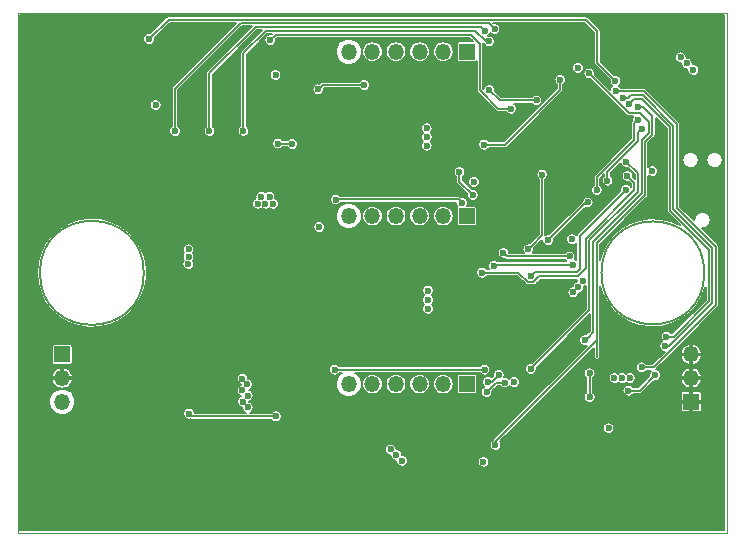
<source format=gbl>
G04 #@! TF.GenerationSoftware,KiCad,Pcbnew,5.1.4+dfsg1-1*
G04 #@! TF.CreationDate,2019-12-21T13:49:23+01:00*
G04 #@! TF.ProjectId,STM32G431,53544d33-3247-4343-9331-2e6b69636164,rev?*
G04 #@! TF.SameCoordinates,Original*
G04 #@! TF.FileFunction,Copper,L4,Bot*
G04 #@! TF.FilePolarity,Positive*
%FSLAX46Y46*%
G04 Gerber Fmt 4.6, Leading zero omitted, Abs format (unit mm)*
G04 Created by KiCad (PCBNEW 5.1.4+dfsg1-1) date 2019-12-21 13:49:23*
%MOMM*%
%LPD*%
G04 APERTURE LIST*
%ADD10C,0.150000*%
%ADD11C,0.050000*%
%ADD12O,1.350000X1.350000*%
%ADD13R,1.350000X1.350000*%
%ADD14C,0.600000*%
%ADD15C,0.154000*%
G04 APERTURE END LIST*
D10*
X30650284Y-45000000D02*
G75*
G03X30650284Y-45000000I-4400284J0D01*
G01*
X78104595Y-45000000D02*
G75*
G03X78104595Y-45000000I-4354595J0D01*
G01*
D11*
X20000000Y-23000000D02*
X80000000Y-23000000D01*
X20000000Y-67000000D02*
X20000000Y-23000000D01*
X80000000Y-67000000D02*
X20000000Y-67000000D01*
X80000000Y-23000000D02*
X80000000Y-67000000D01*
D12*
X48000000Y-40200000D03*
X50000000Y-40200000D03*
X52000000Y-40200000D03*
X54000000Y-40200000D03*
X56000000Y-40200000D03*
D13*
X58000000Y-40200000D03*
D12*
X48000000Y-54420000D03*
X50000000Y-54420000D03*
X52000000Y-54420000D03*
X54000000Y-54420000D03*
X56000000Y-54420000D03*
D13*
X58000000Y-54420000D03*
D12*
X48000000Y-26280000D03*
X50000000Y-26280000D03*
X52000000Y-26280000D03*
X54000000Y-26280000D03*
X56000000Y-26280000D03*
D13*
X58000000Y-26280000D03*
X23750000Y-51910000D03*
D12*
X23750000Y-53910000D03*
X23750000Y-55910000D03*
D13*
X77000000Y-55910000D03*
D12*
X77000000Y-53910000D03*
X77000000Y-51910000D03*
D14*
X64376777Y-36676777D03*
X63200000Y-43000000D03*
X31050000Y-49600000D03*
X65400000Y-46700000D03*
X65950000Y-45950000D03*
X64850000Y-45900000D03*
X64350000Y-33300000D03*
X70350000Y-33250000D03*
X67400000Y-36350000D03*
X67400000Y-30500000D03*
X39360000Y-43660000D03*
X34770000Y-29050000D03*
X37174001Y-45333797D03*
X28100000Y-31250000D03*
X39870001Y-42689999D03*
X39920000Y-44190000D03*
X39210000Y-45360000D03*
X44250000Y-29150000D03*
X60100000Y-37400000D03*
X68600000Y-39700000D03*
X73700000Y-34478049D03*
X66450000Y-24950000D03*
X66300000Y-27250000D03*
X61500000Y-27100000D03*
X60950000Y-27600000D03*
X66700000Y-27950000D03*
X53050000Y-25550000D03*
X21800000Y-48500000D03*
X22000000Y-50850000D03*
X63750000Y-54650000D03*
X30050000Y-30750000D03*
X60850000Y-38500000D03*
X61450000Y-39150000D03*
X62950000Y-39750000D03*
X63450000Y-40200000D03*
X45800000Y-33500000D03*
X46900000Y-34900000D03*
X46200000Y-34900000D03*
X44400000Y-38200000D03*
X43050000Y-36850000D03*
X32150000Y-49600000D03*
X33250000Y-49600000D03*
X34350000Y-49600000D03*
X35450000Y-49600000D03*
X31050000Y-50700000D03*
X32150000Y-50700000D03*
X33250000Y-50700000D03*
X34350000Y-50700000D03*
X35450000Y-50700000D03*
X31050000Y-51800000D03*
X32150000Y-51800000D03*
X33250000Y-51800000D03*
X34350000Y-51800000D03*
X35450000Y-51800000D03*
X31050000Y-52900000D03*
X32150000Y-52900000D03*
X33250000Y-52900000D03*
X34350000Y-52900000D03*
X35450000Y-52900000D03*
X31050000Y-54000000D03*
X32150000Y-54000000D03*
X33250000Y-54000000D03*
X34350000Y-54000000D03*
X35450000Y-54000000D03*
X31050000Y-55100000D03*
X32150000Y-55100000D03*
X33250000Y-55100000D03*
X34350000Y-55100000D03*
X35450000Y-55100000D03*
X43100000Y-54950000D03*
X45300000Y-55000000D03*
X44200000Y-56850000D03*
X42300000Y-60400000D03*
X44250000Y-63250000D03*
X45400000Y-63250000D03*
X55600000Y-64850000D03*
X55600000Y-65900000D03*
X53250000Y-59750000D03*
X57600000Y-50750000D03*
X58650000Y-50750000D03*
X55700000Y-46350000D03*
X55600000Y-35400000D03*
X55600000Y-34600000D03*
X55550000Y-32450000D03*
X22600000Y-40800000D03*
X22250000Y-33550000D03*
X24700000Y-31200000D03*
X23600000Y-28700000D03*
X21900000Y-27950000D03*
X26800000Y-26550000D03*
X33650000Y-27950000D03*
X31300000Y-33000000D03*
X41200000Y-26500000D03*
X36100000Y-25200000D03*
X45940000Y-25720000D03*
X62050000Y-25350000D03*
X62900000Y-25350000D03*
X65800000Y-24900000D03*
X59050000Y-33350000D03*
X58950000Y-34850000D03*
X76450000Y-38550000D03*
X76500000Y-34150000D03*
X76450000Y-32550000D03*
X76100000Y-31350000D03*
X75900000Y-30350000D03*
X72100000Y-28400000D03*
X72500000Y-27050000D03*
X75100000Y-27000000D03*
X73900000Y-27050000D03*
X60100000Y-43450000D03*
X59150000Y-44150000D03*
X69500000Y-53550000D03*
X75850000Y-59400000D03*
X75850000Y-58450000D03*
X65250000Y-61350000D03*
X66350000Y-61400000D03*
X56300000Y-56700000D03*
X57700000Y-58350000D03*
X57850000Y-60700000D03*
X37850000Y-47750000D03*
X38850000Y-47750000D03*
X39900000Y-47750000D03*
X61930000Y-45620000D03*
X61070000Y-46480000D03*
X61730000Y-50280000D03*
X61740000Y-48940000D03*
X60520000Y-41240000D03*
X59140000Y-42500000D03*
X62230000Y-42880000D03*
X31630000Y-43190000D03*
X32270000Y-43620000D03*
X31160000Y-46690000D03*
X31190000Y-47500000D03*
X31180000Y-48330000D03*
X59500000Y-53200000D03*
X46800000Y-53200000D03*
X64875535Y-42237970D03*
X68233705Y-39040938D03*
X57600000Y-39070998D03*
X46900000Y-38800000D03*
X49300000Y-29100000D03*
X45410000Y-29460000D03*
X41600000Y-39150000D03*
X40950000Y-39150000D03*
X40300000Y-39150000D03*
X40600000Y-38550000D03*
X41300000Y-38550000D03*
X41800000Y-28250000D03*
X71800000Y-53900000D03*
X70499994Y-53900000D03*
X71150000Y-53900000D03*
X76100000Y-26750000D03*
X76625000Y-27275000D03*
X77175000Y-27825000D03*
X31650000Y-30800000D03*
X68400000Y-55520000D03*
X68400000Y-53500000D03*
X73950000Y-53650000D03*
X71675000Y-54975000D03*
X39083255Y-32983255D03*
X59891511Y-25412013D03*
X59500000Y-24531010D03*
X36200000Y-33000000D03*
X33300000Y-33000000D03*
X60350000Y-24350002D03*
X61750000Y-31100000D03*
X41350000Y-25299998D03*
X71733167Y-30733167D03*
X74900006Y-50400000D03*
X69900000Y-37200000D03*
X72800000Y-32800000D03*
X68356593Y-28114334D03*
X68000000Y-50699998D03*
X71512980Y-35617174D03*
X63410000Y-53130000D03*
X69000000Y-38000000D03*
X72474519Y-32025481D03*
X31100000Y-25200000D03*
X70575000Y-28750000D03*
X63900000Y-30400000D03*
X59900000Y-29500000D03*
X58600012Y-37300000D03*
X73700000Y-36387500D03*
X67000000Y-46650000D03*
X67450000Y-46200000D03*
X67850000Y-45650000D03*
X67400000Y-27650000D03*
X45500000Y-41129000D03*
X70000000Y-58150000D03*
X59400000Y-61000000D03*
X62000000Y-54250000D03*
X66900000Y-42150000D03*
X34475000Y-56925000D03*
X41850000Y-57150000D03*
X34420000Y-44250000D03*
X34440000Y-43640000D03*
X34440000Y-43010000D03*
X39000000Y-53950000D03*
X39400000Y-54450000D03*
X39000000Y-54950000D03*
X39450000Y-55400000D03*
X39050000Y-55900000D03*
X52512500Y-60907500D03*
X52027500Y-60422500D03*
X51552500Y-59947500D03*
X39450000Y-56400000D03*
X54712500Y-46507500D03*
X54712500Y-48037500D03*
X54712500Y-47287500D03*
X54612500Y-32757500D03*
X54612500Y-33487500D03*
X54612500Y-34237500D03*
X42000000Y-34050000D03*
X43208023Y-34100000D03*
X72474519Y-30931010D03*
X60417000Y-59583000D03*
X70600000Y-29600000D03*
X72800004Y-53000000D03*
X71200000Y-30200000D03*
X74800000Y-51192886D03*
X71600000Y-36800000D03*
X59283334Y-44983332D03*
X58500000Y-38400000D03*
X61100000Y-43300000D03*
X57369919Y-36457641D03*
X66700000Y-43608000D03*
X67000000Y-44300000D03*
X60301129Y-44401129D03*
X71478270Y-37963991D03*
X61200000Y-54290000D03*
X59671350Y-55106172D03*
X63439519Y-45239519D03*
X65900000Y-28650000D03*
X59450000Y-34150000D03*
X59770809Y-54243020D03*
X60699637Y-53636421D03*
D15*
X64376777Y-36676777D02*
X64376777Y-41823223D01*
X63499999Y-42700001D02*
X63200000Y-43000000D01*
X64376777Y-41823223D02*
X63499999Y-42700001D01*
X59500000Y-53200000D02*
X47300000Y-53200000D01*
X47300000Y-53200000D02*
X46800000Y-53200000D01*
X64875535Y-42237970D02*
X68072567Y-39040938D01*
X68072567Y-39040938D02*
X68233705Y-39040938D01*
X46929001Y-38770999D02*
X46900000Y-38800000D01*
X57600000Y-39070998D02*
X57300001Y-38770999D01*
X57300001Y-38770999D02*
X46929001Y-38770999D01*
X49300000Y-29100000D02*
X45770000Y-29100000D01*
X45770000Y-29100000D02*
X45709999Y-29160001D01*
X45709999Y-29160001D02*
X45410000Y-29460000D01*
X68400000Y-55399994D02*
X68400000Y-53339992D01*
X73950000Y-53650000D02*
X72625000Y-54975000D01*
X72625000Y-54975000D02*
X71675000Y-54975000D01*
X59612013Y-25412013D02*
X59891511Y-25412013D01*
X58700000Y-24500000D02*
X59612013Y-25412013D01*
X39083255Y-26416745D02*
X41000000Y-24500000D01*
X41000000Y-24500000D02*
X58700000Y-24500000D01*
X39083255Y-32983255D02*
X39083255Y-26416745D01*
X36200000Y-32575736D02*
X36200000Y-33000000D01*
X59500000Y-24531010D02*
X59160979Y-24191989D01*
X36200000Y-28100000D02*
X36200000Y-32575736D01*
X40108011Y-24191989D02*
X36200000Y-28100000D01*
X59160979Y-24191989D02*
X40108011Y-24191989D01*
X59858009Y-23858011D02*
X60050001Y-24050003D01*
X60050001Y-24050003D02*
X60350000Y-24350002D01*
X33300000Y-29400000D02*
X38841989Y-23858011D01*
X33300000Y-33000000D02*
X33300000Y-29400000D01*
X38841989Y-23858011D02*
X59858009Y-23858011D01*
X60650000Y-31100000D02*
X59100000Y-29550000D01*
X61750000Y-31100000D02*
X60650000Y-31100000D01*
X59100000Y-29550000D02*
X59100000Y-25614198D01*
X59100000Y-25614198D02*
X58335802Y-24850000D01*
X41799998Y-24850000D02*
X41350000Y-25299998D01*
X58335802Y-24850000D02*
X41799998Y-24850000D01*
X75500000Y-50400000D02*
X74900006Y-50400000D01*
X78483978Y-47416022D02*
X75500000Y-50400000D01*
X78483978Y-43055163D02*
X78483978Y-47416022D01*
X71733167Y-30733167D02*
X72166334Y-30300000D01*
X72166334Y-30300000D02*
X72800000Y-30300000D01*
X72800000Y-30300000D02*
X75183979Y-32683979D01*
X75183979Y-32683979D02*
X75183979Y-39755164D01*
X75183979Y-39755164D02*
X78483978Y-43055163D01*
X69900000Y-37200000D02*
X69900000Y-36435592D01*
X69900000Y-36435592D02*
X72482531Y-33853062D01*
X72500001Y-33099999D02*
X72800000Y-32800000D01*
X72482531Y-33853062D02*
X72482531Y-33117469D01*
X72482531Y-33117469D02*
X72500001Y-33099999D01*
X68691989Y-44879197D02*
X68691989Y-50008009D01*
X72662012Y-31462012D02*
X73391989Y-32191989D01*
X72791989Y-38272422D02*
X72431131Y-38633277D01*
X73391989Y-32191989D02*
X73391989Y-33172419D01*
X71704271Y-31462012D02*
X72662012Y-31462012D01*
X68356593Y-28114334D02*
X71704271Y-31462012D01*
X73391989Y-33172419D02*
X72791989Y-33772418D01*
X68696022Y-42368386D02*
X68696022Y-44875164D01*
X72791989Y-33772418D02*
X72791989Y-38272422D01*
X68691989Y-50008009D02*
X68299999Y-50399999D01*
X68299999Y-50399999D02*
X68000000Y-50699998D01*
X72431131Y-38633277D02*
X68696022Y-42368386D01*
X68696022Y-44875164D02*
X68691989Y-44879197D01*
X63709999Y-52830001D02*
X63410000Y-53130000D01*
X68383978Y-48156022D02*
X63709999Y-52830001D01*
X68383978Y-42244838D02*
X68383978Y-48156022D01*
X72303549Y-38325267D02*
X68383978Y-42244838D01*
X72483979Y-36588173D02*
X72483979Y-38144838D01*
X72483979Y-38144838D02*
X72303549Y-38325267D01*
X71512980Y-35617174D02*
X72483979Y-36588173D01*
X72174520Y-32325480D02*
X72474519Y-32025481D01*
X72174520Y-33725480D02*
X72174520Y-32325480D01*
X69000000Y-38000000D02*
X69000000Y-36900000D01*
X69000000Y-36900000D02*
X72174520Y-33725480D01*
X32750000Y-23550000D02*
X31100000Y-25200000D01*
X68050000Y-23550000D02*
X32750000Y-23550000D01*
X69050000Y-24550000D02*
X68050000Y-23550000D01*
X70575000Y-28750000D02*
X69050000Y-27225000D01*
X69050000Y-27225000D02*
X69050000Y-24550000D01*
X63800000Y-30400000D02*
X60800000Y-30400000D01*
X60800000Y-30400000D02*
X59900000Y-29500000D01*
X34700000Y-57150000D02*
X41850000Y-57150000D01*
X34475000Y-56925000D02*
X34700000Y-57150000D01*
X41881991Y-34050000D02*
X43204010Y-34050000D01*
X43204010Y-34050000D02*
X43254010Y-34100000D01*
X69000000Y-50500000D02*
X69000000Y-50700000D01*
X69000000Y-50500000D02*
X69000000Y-52100000D01*
X60417000Y-59283000D02*
X60417000Y-59583000D01*
X69000000Y-50700000D02*
X60417000Y-59283000D01*
X69000000Y-50500000D02*
X69000000Y-45006779D01*
X72898783Y-30931010D02*
X72474519Y-30931010D01*
X72666970Y-38833030D02*
X73100000Y-38400004D01*
X69004033Y-42495967D02*
X72666970Y-38833030D01*
X73700000Y-33300001D02*
X73700000Y-31732227D01*
X69004033Y-45002746D02*
X69004033Y-42495967D01*
X73100000Y-33900000D02*
X73700000Y-33300001D01*
X73700000Y-31732227D02*
X72898783Y-30931010D01*
X69000000Y-45006779D02*
X69004033Y-45002746D01*
X73100000Y-38400004D02*
X73100000Y-33900000D01*
X79100000Y-42800000D02*
X79100000Y-47724264D01*
X79100000Y-47724264D02*
X73824264Y-53000000D01*
X75800000Y-32400000D02*
X75800000Y-39500000D01*
X75800000Y-39500000D02*
X79100000Y-42800000D01*
X73824264Y-53000000D02*
X73224268Y-53000000D01*
X70600000Y-29600000D02*
X73000000Y-29600000D01*
X73224268Y-53000000D02*
X72800004Y-53000000D01*
X73000000Y-29600000D02*
X75800000Y-32400000D01*
X75491990Y-32527582D02*
X75491990Y-39627582D01*
X78791989Y-42927581D02*
X78791989Y-47556794D01*
X75491990Y-39627582D02*
X78791989Y-42927581D01*
X72872419Y-29908011D02*
X75491990Y-32527582D01*
X71200000Y-30200000D02*
X71624264Y-30200000D01*
X71624264Y-30200000D02*
X71916253Y-29908011D01*
X78791989Y-47556794D02*
X75155897Y-51192886D01*
X71916253Y-29908011D02*
X72872419Y-29908011D01*
X75155897Y-51192886D02*
X74800000Y-51192886D01*
X59707598Y-44983332D02*
X59283334Y-44983332D01*
X63170000Y-45790000D02*
X62363332Y-44983332D01*
X68075967Y-44624033D02*
X67400000Y-45300000D01*
X72175968Y-37375968D02*
X72175967Y-38017257D01*
X67400000Y-45300000D02*
X64130000Y-45300000D01*
X64130000Y-45300000D02*
X63640000Y-45790000D01*
X68075967Y-42117256D02*
X68075967Y-44624033D01*
X72175967Y-38017257D02*
X68075967Y-42117256D01*
X63640000Y-45790000D02*
X63170000Y-45790000D01*
X71600000Y-36800000D02*
X72175968Y-37375968D01*
X62363332Y-44983332D02*
X59707598Y-44983332D01*
X57369919Y-37269919D02*
X57369919Y-36881905D01*
X58500000Y-38400000D02*
X57369919Y-37269919D01*
X57369919Y-36881905D02*
X57369919Y-36457641D01*
X66275736Y-43608000D02*
X66700000Y-43608000D01*
X61100000Y-43300000D02*
X61408000Y-43608000D01*
X61408000Y-43608000D02*
X66275736Y-43608000D01*
X67000000Y-44300000D02*
X60402258Y-44300000D01*
X60402258Y-44300000D02*
X60301129Y-44401129D01*
X61200000Y-54290000D02*
X60487522Y-54290000D01*
X60487522Y-54290000D02*
X59671350Y-55106172D01*
X67551989Y-44712419D02*
X67351008Y-44913400D01*
X71478270Y-37963991D02*
X67551989Y-41890272D01*
X67551989Y-41890272D02*
X67551989Y-44712419D01*
X63765638Y-44913400D02*
X63739518Y-44939520D01*
X63739518Y-44939520D02*
X63439519Y-45239519D01*
X67351008Y-44913400D02*
X63765638Y-44913400D01*
X61250000Y-34150000D02*
X59874264Y-34150000D01*
X59874264Y-34150000D02*
X59450000Y-34150000D01*
X65900000Y-28650000D02*
X65900000Y-29500000D01*
X65900000Y-29500000D02*
X61250000Y-34150000D01*
X60699637Y-53636421D02*
X60093038Y-54243020D01*
X60093038Y-54243020D02*
X59770809Y-54243020D01*
G36*
X79798001Y-66798000D02*
G01*
X20202000Y-66798000D01*
X20202000Y-59898550D01*
X51055500Y-59898550D01*
X51055500Y-59996450D01*
X51074599Y-60092470D01*
X51112064Y-60182918D01*
X51166455Y-60264319D01*
X51235681Y-60333545D01*
X51317082Y-60387936D01*
X51407530Y-60425401D01*
X51503550Y-60444500D01*
X51530500Y-60444500D01*
X51530500Y-60471450D01*
X51549599Y-60567470D01*
X51587064Y-60657918D01*
X51641455Y-60739319D01*
X51710681Y-60808545D01*
X51792082Y-60862936D01*
X51882530Y-60900401D01*
X51978550Y-60919500D01*
X52015500Y-60919500D01*
X52015500Y-60956450D01*
X52034599Y-61052470D01*
X52072064Y-61142918D01*
X52126455Y-61224319D01*
X52195681Y-61293545D01*
X52277082Y-61347936D01*
X52367530Y-61385401D01*
X52463550Y-61404500D01*
X52561450Y-61404500D01*
X52657470Y-61385401D01*
X52747918Y-61347936D01*
X52829319Y-61293545D01*
X52898545Y-61224319D01*
X52952936Y-61142918D01*
X52990401Y-61052470D01*
X53009500Y-60956450D01*
X53009500Y-60951050D01*
X58903000Y-60951050D01*
X58903000Y-61048950D01*
X58922099Y-61144970D01*
X58959564Y-61235418D01*
X59013955Y-61316819D01*
X59083181Y-61386045D01*
X59164582Y-61440436D01*
X59255030Y-61477901D01*
X59351050Y-61497000D01*
X59448950Y-61497000D01*
X59544970Y-61477901D01*
X59635418Y-61440436D01*
X59716819Y-61386045D01*
X59786045Y-61316819D01*
X59840436Y-61235418D01*
X59877901Y-61144970D01*
X59897000Y-61048950D01*
X59897000Y-60951050D01*
X59877901Y-60855030D01*
X59840436Y-60764582D01*
X59786045Y-60683181D01*
X59716819Y-60613955D01*
X59635418Y-60559564D01*
X59544970Y-60522099D01*
X59448950Y-60503000D01*
X59351050Y-60503000D01*
X59255030Y-60522099D01*
X59164582Y-60559564D01*
X59083181Y-60613955D01*
X59013955Y-60683181D01*
X58959564Y-60764582D01*
X58922099Y-60855030D01*
X58903000Y-60951050D01*
X53009500Y-60951050D01*
X53009500Y-60858550D01*
X52990401Y-60762530D01*
X52952936Y-60672082D01*
X52898545Y-60590681D01*
X52829319Y-60521455D01*
X52747918Y-60467064D01*
X52657470Y-60429599D01*
X52561450Y-60410500D01*
X52524500Y-60410500D01*
X52524500Y-60373550D01*
X52505401Y-60277530D01*
X52467936Y-60187082D01*
X52413545Y-60105681D01*
X52344319Y-60036455D01*
X52262918Y-59982064D01*
X52172470Y-59944599D01*
X52076450Y-59925500D01*
X52049500Y-59925500D01*
X52049500Y-59898550D01*
X52030401Y-59802530D01*
X51992936Y-59712082D01*
X51938545Y-59630681D01*
X51869319Y-59561455D01*
X51787918Y-59507064D01*
X51697470Y-59469599D01*
X51601450Y-59450500D01*
X51503550Y-59450500D01*
X51407530Y-59469599D01*
X51317082Y-59507064D01*
X51235681Y-59561455D01*
X51166455Y-59630681D01*
X51112064Y-59712082D01*
X51074599Y-59802530D01*
X51055500Y-59898550D01*
X20202000Y-59898550D01*
X20202000Y-55910000D01*
X22642668Y-55910000D01*
X22663945Y-56126030D01*
X22726959Y-56333758D01*
X22829287Y-56525201D01*
X22966998Y-56693002D01*
X23134799Y-56830713D01*
X23326242Y-56933041D01*
X23533970Y-56996055D01*
X23695863Y-57012000D01*
X23804137Y-57012000D01*
X23966030Y-56996055D01*
X24173758Y-56933041D01*
X24280381Y-56876050D01*
X33978000Y-56876050D01*
X33978000Y-56973950D01*
X33997099Y-57069970D01*
X34034564Y-57160418D01*
X34088955Y-57241819D01*
X34158181Y-57311045D01*
X34239582Y-57365436D01*
X34330030Y-57402901D01*
X34426050Y-57422000D01*
X34523950Y-57422000D01*
X34601751Y-57406525D01*
X34646287Y-57420035D01*
X34686546Y-57424000D01*
X34686556Y-57424000D01*
X34699999Y-57425324D01*
X34713443Y-57424000D01*
X41435344Y-57424000D01*
X41463955Y-57466819D01*
X41533181Y-57536045D01*
X41614582Y-57590436D01*
X41705030Y-57627901D01*
X41801050Y-57647000D01*
X41898950Y-57647000D01*
X41994970Y-57627901D01*
X42085418Y-57590436D01*
X42166819Y-57536045D01*
X42236045Y-57466819D01*
X42290436Y-57385418D01*
X42327901Y-57294970D01*
X42347000Y-57198950D01*
X42347000Y-57101050D01*
X42327901Y-57005030D01*
X42290436Y-56914582D01*
X42236045Y-56833181D01*
X42166819Y-56763955D01*
X42085418Y-56709564D01*
X41994970Y-56672099D01*
X41898950Y-56653000D01*
X41801050Y-56653000D01*
X41705030Y-56672099D01*
X41614582Y-56709564D01*
X41533181Y-56763955D01*
X41463955Y-56833181D01*
X41435344Y-56876000D01*
X39599559Y-56876000D01*
X39685418Y-56840436D01*
X39766819Y-56786045D01*
X39836045Y-56716819D01*
X39890436Y-56635418D01*
X39927901Y-56544970D01*
X39947000Y-56448950D01*
X39947000Y-56351050D01*
X39927901Y-56255030D01*
X39890436Y-56164582D01*
X39836045Y-56083181D01*
X39766819Y-56013955D01*
X39685418Y-55959564D01*
X39594970Y-55922099D01*
X39547000Y-55912557D01*
X39547000Y-55887443D01*
X39594970Y-55877901D01*
X39685418Y-55840436D01*
X39766819Y-55786045D01*
X39836045Y-55716819D01*
X39890436Y-55635418D01*
X39927901Y-55544970D01*
X39947000Y-55448950D01*
X39947000Y-55351050D01*
X39927901Y-55255030D01*
X39890436Y-55164582D01*
X39836045Y-55083181D01*
X39766819Y-55013955D01*
X39685418Y-54959564D01*
X39594970Y-54922099D01*
X39570654Y-54917262D01*
X39635418Y-54890436D01*
X39716819Y-54836045D01*
X39786045Y-54766819D01*
X39840436Y-54685418D01*
X39877901Y-54594970D01*
X39897000Y-54498950D01*
X39897000Y-54401050D01*
X39877901Y-54305030D01*
X39840436Y-54214582D01*
X39786045Y-54133181D01*
X39716819Y-54063955D01*
X39635418Y-54009564D01*
X39544970Y-53972099D01*
X39497000Y-53962557D01*
X39497000Y-53901050D01*
X39477901Y-53805030D01*
X39440436Y-53714582D01*
X39386045Y-53633181D01*
X39316819Y-53563955D01*
X39235418Y-53509564D01*
X39144970Y-53472099D01*
X39048950Y-53453000D01*
X38951050Y-53453000D01*
X38855030Y-53472099D01*
X38764582Y-53509564D01*
X38683181Y-53563955D01*
X38613955Y-53633181D01*
X38559564Y-53714582D01*
X38522099Y-53805030D01*
X38503000Y-53901050D01*
X38503000Y-53998950D01*
X38522099Y-54094970D01*
X38559564Y-54185418D01*
X38613955Y-54266819D01*
X38683181Y-54336045D01*
X38764582Y-54390436D01*
X38855030Y-54427901D01*
X38903000Y-54437443D01*
X38903000Y-54462557D01*
X38855030Y-54472099D01*
X38764582Y-54509564D01*
X38683181Y-54563955D01*
X38613955Y-54633181D01*
X38559564Y-54714582D01*
X38522099Y-54805030D01*
X38503000Y-54901050D01*
X38503000Y-54998950D01*
X38522099Y-55094970D01*
X38559564Y-55185418D01*
X38613955Y-55266819D01*
X38683181Y-55336045D01*
X38764582Y-55390436D01*
X38855030Y-55427901D01*
X38879346Y-55432738D01*
X38814582Y-55459564D01*
X38733181Y-55513955D01*
X38663955Y-55583181D01*
X38609564Y-55664582D01*
X38572099Y-55755030D01*
X38553000Y-55851050D01*
X38553000Y-55948950D01*
X38572099Y-56044970D01*
X38609564Y-56135418D01*
X38663955Y-56216819D01*
X38733181Y-56286045D01*
X38814582Y-56340436D01*
X38905030Y-56377901D01*
X38953000Y-56387443D01*
X38953000Y-56448950D01*
X38972099Y-56544970D01*
X39009564Y-56635418D01*
X39063955Y-56716819D01*
X39133181Y-56786045D01*
X39214582Y-56840436D01*
X39300441Y-56876000D01*
X34971990Y-56876000D01*
X34952901Y-56780030D01*
X34915436Y-56689582D01*
X34861045Y-56608181D01*
X34791819Y-56538955D01*
X34710418Y-56484564D01*
X34619970Y-56447099D01*
X34523950Y-56428000D01*
X34426050Y-56428000D01*
X34330030Y-56447099D01*
X34239582Y-56484564D01*
X34158181Y-56538955D01*
X34088955Y-56608181D01*
X34034564Y-56689582D01*
X33997099Y-56780030D01*
X33978000Y-56876050D01*
X24280381Y-56876050D01*
X24365201Y-56830713D01*
X24533002Y-56693002D01*
X24670713Y-56525201D01*
X24773041Y-56333758D01*
X24836055Y-56126030D01*
X24857332Y-55910000D01*
X24836055Y-55693970D01*
X24773041Y-55486242D01*
X24670713Y-55294799D01*
X24533002Y-55126998D01*
X24365201Y-54989287D01*
X24173758Y-54886959D01*
X23966030Y-54823945D01*
X23823002Y-54809858D01*
X23823002Y-54755310D01*
X23963371Y-54790521D01*
X24131052Y-54731975D01*
X24284090Y-54641841D01*
X24416603Y-54523583D01*
X24523499Y-54381745D01*
X24600669Y-54221778D01*
X24630516Y-54123370D01*
X24595103Y-53983000D01*
X23823000Y-53983000D01*
X23823000Y-54003000D01*
X23677000Y-54003000D01*
X23677000Y-53983000D01*
X22904897Y-53983000D01*
X22869484Y-54123370D01*
X22899331Y-54221778D01*
X22976501Y-54381745D01*
X23083397Y-54523583D01*
X23215910Y-54641841D01*
X23368948Y-54731975D01*
X23536629Y-54790521D01*
X23676998Y-54755310D01*
X23676998Y-54809858D01*
X23533970Y-54823945D01*
X23326242Y-54886959D01*
X23134799Y-54989287D01*
X22966998Y-55126998D01*
X22829287Y-55294799D01*
X22726959Y-55486242D01*
X22663945Y-55693970D01*
X22642668Y-55910000D01*
X20202000Y-55910000D01*
X20202000Y-53696630D01*
X22869484Y-53696630D01*
X22904897Y-53837000D01*
X23677000Y-53837000D01*
X23677000Y-53064691D01*
X23823000Y-53064691D01*
X23823000Y-53837000D01*
X24595103Y-53837000D01*
X24630516Y-53696630D01*
X24600669Y-53598222D01*
X24523499Y-53438255D01*
X24416603Y-53296417D01*
X24284090Y-53178159D01*
X24238062Y-53151050D01*
X46303000Y-53151050D01*
X46303000Y-53248950D01*
X46322099Y-53344970D01*
X46359564Y-53435418D01*
X46413955Y-53516819D01*
X46483181Y-53586045D01*
X46564582Y-53640436D01*
X46655030Y-53677901D01*
X46751050Y-53697000D01*
X46848950Y-53697000D01*
X46944970Y-53677901D01*
X47035418Y-53640436D01*
X47116819Y-53586045D01*
X47186045Y-53516819D01*
X47214656Y-53474000D01*
X47432108Y-53474000D01*
X47384799Y-53499287D01*
X47216998Y-53636998D01*
X47079287Y-53804799D01*
X46976959Y-53996242D01*
X46913945Y-54203970D01*
X46892668Y-54420000D01*
X46913945Y-54636030D01*
X46976959Y-54843758D01*
X47079287Y-55035201D01*
X47216998Y-55203002D01*
X47384799Y-55340713D01*
X47576242Y-55443041D01*
X47783970Y-55506055D01*
X47945863Y-55522000D01*
X48054137Y-55522000D01*
X48216030Y-55506055D01*
X48423758Y-55443041D01*
X48615201Y-55340713D01*
X48783002Y-55203002D01*
X48920713Y-55035201D01*
X49023041Y-54843758D01*
X49086055Y-54636030D01*
X49107332Y-54420000D01*
X49123781Y-54420000D01*
X49140617Y-54590942D01*
X49190479Y-54755314D01*
X49271451Y-54906801D01*
X49380420Y-55039580D01*
X49513199Y-55148549D01*
X49664686Y-55229521D01*
X49829058Y-55279383D01*
X49957163Y-55292000D01*
X50042837Y-55292000D01*
X50170942Y-55279383D01*
X50335314Y-55229521D01*
X50486801Y-55148549D01*
X50619580Y-55039580D01*
X50728549Y-54906801D01*
X50809521Y-54755314D01*
X50859383Y-54590942D01*
X50876219Y-54420000D01*
X51123781Y-54420000D01*
X51140617Y-54590942D01*
X51190479Y-54755314D01*
X51271451Y-54906801D01*
X51380420Y-55039580D01*
X51513199Y-55148549D01*
X51664686Y-55229521D01*
X51829058Y-55279383D01*
X51957163Y-55292000D01*
X52042837Y-55292000D01*
X52170942Y-55279383D01*
X52335314Y-55229521D01*
X52486801Y-55148549D01*
X52619580Y-55039580D01*
X52728549Y-54906801D01*
X52809521Y-54755314D01*
X52859383Y-54590942D01*
X52876219Y-54420000D01*
X53123781Y-54420000D01*
X53140617Y-54590942D01*
X53190479Y-54755314D01*
X53271451Y-54906801D01*
X53380420Y-55039580D01*
X53513199Y-55148549D01*
X53664686Y-55229521D01*
X53829058Y-55279383D01*
X53957163Y-55292000D01*
X54042837Y-55292000D01*
X54170942Y-55279383D01*
X54335314Y-55229521D01*
X54486801Y-55148549D01*
X54619580Y-55039580D01*
X54728549Y-54906801D01*
X54809521Y-54755314D01*
X54859383Y-54590942D01*
X54876219Y-54420000D01*
X55123781Y-54420000D01*
X55140617Y-54590942D01*
X55190479Y-54755314D01*
X55271451Y-54906801D01*
X55380420Y-55039580D01*
X55513199Y-55148549D01*
X55664686Y-55229521D01*
X55829058Y-55279383D01*
X55957163Y-55292000D01*
X56042837Y-55292000D01*
X56170942Y-55279383D01*
X56335314Y-55229521D01*
X56486801Y-55148549D01*
X56619580Y-55039580D01*
X56728549Y-54906801D01*
X56809521Y-54755314D01*
X56859383Y-54590942D01*
X56876219Y-54420000D01*
X56859383Y-54249058D01*
X56809521Y-54084686D01*
X56728549Y-53933199D01*
X56619580Y-53800420D01*
X56552051Y-53745000D01*
X57127047Y-53745000D01*
X57127047Y-55095000D01*
X57130851Y-55133619D01*
X57142115Y-55170753D01*
X57160408Y-55204977D01*
X57185026Y-55234974D01*
X57215023Y-55259592D01*
X57249247Y-55277885D01*
X57286381Y-55289149D01*
X57325000Y-55292953D01*
X58675000Y-55292953D01*
X58713619Y-55289149D01*
X58750753Y-55277885D01*
X58784977Y-55259592D01*
X58814974Y-55234974D01*
X58839592Y-55204977D01*
X58857885Y-55170753D01*
X58869149Y-55133619D01*
X58872953Y-55095000D01*
X58872953Y-55057222D01*
X59174350Y-55057222D01*
X59174350Y-55155122D01*
X59193449Y-55251142D01*
X59230914Y-55341590D01*
X59285305Y-55422991D01*
X59354531Y-55492217D01*
X59435932Y-55546608D01*
X59526380Y-55584073D01*
X59622400Y-55603172D01*
X59720300Y-55603172D01*
X59816320Y-55584073D01*
X59906768Y-55546608D01*
X59988169Y-55492217D01*
X60057395Y-55422991D01*
X60111786Y-55341590D01*
X60149251Y-55251142D01*
X60168350Y-55155122D01*
X60168350Y-55057222D01*
X60158303Y-55006712D01*
X60601017Y-54564000D01*
X60785344Y-54564000D01*
X60813955Y-54606819D01*
X60883181Y-54676045D01*
X60964582Y-54730436D01*
X61055030Y-54767901D01*
X61151050Y-54787000D01*
X61248950Y-54787000D01*
X61344970Y-54767901D01*
X61435418Y-54730436D01*
X61516819Y-54676045D01*
X61586045Y-54606819D01*
X61613364Y-54565934D01*
X61613955Y-54566819D01*
X61683181Y-54636045D01*
X61764582Y-54690436D01*
X61855030Y-54727901D01*
X61951050Y-54747000D01*
X62048950Y-54747000D01*
X62144970Y-54727901D01*
X62235418Y-54690436D01*
X62316819Y-54636045D01*
X62386045Y-54566819D01*
X62440436Y-54485418D01*
X62477901Y-54394970D01*
X62497000Y-54298950D01*
X62497000Y-54201050D01*
X62477901Y-54105030D01*
X62440436Y-54014582D01*
X62386045Y-53933181D01*
X62316819Y-53863955D01*
X62235418Y-53809564D01*
X62144970Y-53772099D01*
X62048950Y-53753000D01*
X61951050Y-53753000D01*
X61855030Y-53772099D01*
X61764582Y-53809564D01*
X61683181Y-53863955D01*
X61613955Y-53933181D01*
X61586636Y-53974066D01*
X61586045Y-53973181D01*
X61516819Y-53903955D01*
X61435418Y-53849564D01*
X61344970Y-53812099D01*
X61248950Y-53793000D01*
X61172729Y-53793000D01*
X61177538Y-53781391D01*
X61196637Y-53685371D01*
X61196637Y-53587471D01*
X61177538Y-53491451D01*
X61140073Y-53401003D01*
X61085682Y-53319602D01*
X61016456Y-53250376D01*
X60935055Y-53195985D01*
X60844607Y-53158520D01*
X60748587Y-53139421D01*
X60650687Y-53139421D01*
X60554667Y-53158520D01*
X60464219Y-53195985D01*
X60382818Y-53250376D01*
X60313592Y-53319602D01*
X60259201Y-53401003D01*
X60221736Y-53491451D01*
X60202637Y-53587471D01*
X60202637Y-53685371D01*
X60212684Y-53735880D01*
X60089609Y-53858956D01*
X60087628Y-53856975D01*
X60006227Y-53802584D01*
X59915779Y-53765119D01*
X59819759Y-53746020D01*
X59721859Y-53746020D01*
X59625839Y-53765119D01*
X59535391Y-53802584D01*
X59453990Y-53856975D01*
X59384764Y-53926201D01*
X59330373Y-54007602D01*
X59292908Y-54098050D01*
X59273809Y-54194070D01*
X59273809Y-54291970D01*
X59292908Y-54387990D01*
X59330373Y-54478438D01*
X59384764Y-54559839D01*
X59453990Y-54629065D01*
X59480959Y-54647085D01*
X59435932Y-54665736D01*
X59354531Y-54720127D01*
X59285305Y-54789353D01*
X59230914Y-54870754D01*
X59193449Y-54961202D01*
X59174350Y-55057222D01*
X58872953Y-55057222D01*
X58872953Y-53745000D01*
X58869149Y-53706381D01*
X58857885Y-53669247D01*
X58839592Y-53635023D01*
X58814974Y-53605026D01*
X58784977Y-53580408D01*
X58750753Y-53562115D01*
X58713619Y-53550851D01*
X58675000Y-53547047D01*
X57325000Y-53547047D01*
X57286381Y-53550851D01*
X57249247Y-53562115D01*
X57215023Y-53580408D01*
X57185026Y-53605026D01*
X57160408Y-53635023D01*
X57142115Y-53669247D01*
X57130851Y-53706381D01*
X57127047Y-53745000D01*
X56552051Y-53745000D01*
X56486801Y-53691451D01*
X56335314Y-53610479D01*
X56170942Y-53560617D01*
X56042837Y-53548000D01*
X55957163Y-53548000D01*
X55829058Y-53560617D01*
X55664686Y-53610479D01*
X55513199Y-53691451D01*
X55380420Y-53800420D01*
X55271451Y-53933199D01*
X55190479Y-54084686D01*
X55140617Y-54249058D01*
X55123781Y-54420000D01*
X54876219Y-54420000D01*
X54859383Y-54249058D01*
X54809521Y-54084686D01*
X54728549Y-53933199D01*
X54619580Y-53800420D01*
X54486801Y-53691451D01*
X54335314Y-53610479D01*
X54170942Y-53560617D01*
X54042837Y-53548000D01*
X53957163Y-53548000D01*
X53829058Y-53560617D01*
X53664686Y-53610479D01*
X53513199Y-53691451D01*
X53380420Y-53800420D01*
X53271451Y-53933199D01*
X53190479Y-54084686D01*
X53140617Y-54249058D01*
X53123781Y-54420000D01*
X52876219Y-54420000D01*
X52859383Y-54249058D01*
X52809521Y-54084686D01*
X52728549Y-53933199D01*
X52619580Y-53800420D01*
X52486801Y-53691451D01*
X52335314Y-53610479D01*
X52170942Y-53560617D01*
X52042837Y-53548000D01*
X51957163Y-53548000D01*
X51829058Y-53560617D01*
X51664686Y-53610479D01*
X51513199Y-53691451D01*
X51380420Y-53800420D01*
X51271451Y-53933199D01*
X51190479Y-54084686D01*
X51140617Y-54249058D01*
X51123781Y-54420000D01*
X50876219Y-54420000D01*
X50859383Y-54249058D01*
X50809521Y-54084686D01*
X50728549Y-53933199D01*
X50619580Y-53800420D01*
X50486801Y-53691451D01*
X50335314Y-53610479D01*
X50170942Y-53560617D01*
X50042837Y-53548000D01*
X49957163Y-53548000D01*
X49829058Y-53560617D01*
X49664686Y-53610479D01*
X49513199Y-53691451D01*
X49380420Y-53800420D01*
X49271451Y-53933199D01*
X49190479Y-54084686D01*
X49140617Y-54249058D01*
X49123781Y-54420000D01*
X49107332Y-54420000D01*
X49086055Y-54203970D01*
X49023041Y-53996242D01*
X48920713Y-53804799D01*
X48783002Y-53636998D01*
X48615201Y-53499287D01*
X48567892Y-53474000D01*
X59085344Y-53474000D01*
X59113955Y-53516819D01*
X59183181Y-53586045D01*
X59264582Y-53640436D01*
X59355030Y-53677901D01*
X59451050Y-53697000D01*
X59548950Y-53697000D01*
X59644970Y-53677901D01*
X59735418Y-53640436D01*
X59816819Y-53586045D01*
X59886045Y-53516819D01*
X59940436Y-53435418D01*
X59977901Y-53344970D01*
X59997000Y-53248950D01*
X59997000Y-53151050D01*
X59977901Y-53055030D01*
X59940436Y-52964582D01*
X59886045Y-52883181D01*
X59816819Y-52813955D01*
X59735418Y-52759564D01*
X59644970Y-52722099D01*
X59548950Y-52703000D01*
X59451050Y-52703000D01*
X59355030Y-52722099D01*
X59264582Y-52759564D01*
X59183181Y-52813955D01*
X59113955Y-52883181D01*
X59085344Y-52926000D01*
X47214656Y-52926000D01*
X47186045Y-52883181D01*
X47116819Y-52813955D01*
X47035418Y-52759564D01*
X46944970Y-52722099D01*
X46848950Y-52703000D01*
X46751050Y-52703000D01*
X46655030Y-52722099D01*
X46564582Y-52759564D01*
X46483181Y-52813955D01*
X46413955Y-52883181D01*
X46359564Y-52964582D01*
X46322099Y-53055030D01*
X46303000Y-53151050D01*
X24238062Y-53151050D01*
X24131052Y-53088025D01*
X23963371Y-53029479D01*
X23823000Y-53064691D01*
X23677000Y-53064691D01*
X23536629Y-53029479D01*
X23368948Y-53088025D01*
X23215910Y-53178159D01*
X23083397Y-53296417D01*
X22976501Y-53438255D01*
X22899331Y-53598222D01*
X22869484Y-53696630D01*
X20202000Y-53696630D01*
X20202000Y-51235000D01*
X22877047Y-51235000D01*
X22877047Y-52585000D01*
X22880851Y-52623619D01*
X22892115Y-52660753D01*
X22910408Y-52694977D01*
X22935026Y-52724974D01*
X22965023Y-52749592D01*
X22999247Y-52767885D01*
X23036381Y-52779149D01*
X23075000Y-52782953D01*
X24425000Y-52782953D01*
X24463619Y-52779149D01*
X24500753Y-52767885D01*
X24534977Y-52749592D01*
X24564974Y-52724974D01*
X24589592Y-52694977D01*
X24607885Y-52660753D01*
X24619149Y-52623619D01*
X24622953Y-52585000D01*
X24622953Y-51235000D01*
X24619149Y-51196381D01*
X24607885Y-51159247D01*
X24589592Y-51125023D01*
X24564974Y-51095026D01*
X24534977Y-51070408D01*
X24500753Y-51052115D01*
X24463619Y-51040851D01*
X24425000Y-51037047D01*
X23075000Y-51037047D01*
X23036381Y-51040851D01*
X22999247Y-51052115D01*
X22965023Y-51070408D01*
X22935026Y-51095026D01*
X22910408Y-51125023D01*
X22892115Y-51159247D01*
X22880851Y-51196381D01*
X22877047Y-51235000D01*
X20202000Y-51235000D01*
X20202000Y-45000000D01*
X21577716Y-45000000D01*
X21662150Y-45884236D01*
X21912401Y-46736513D01*
X22319425Y-47526027D01*
X22868509Y-48224245D01*
X23539809Y-48805930D01*
X24309063Y-49250059D01*
X25148467Y-49540580D01*
X26027684Y-49666992D01*
X26914935Y-49624727D01*
X27778154Y-49415312D01*
X28586142Y-49046317D01*
X29309695Y-48531077D01*
X29922663Y-47888214D01*
X30402892Y-47140964D01*
X30676089Y-46458550D01*
X54215500Y-46458550D01*
X54215500Y-46556450D01*
X54234599Y-46652470D01*
X54272064Y-46742918D01*
X54326455Y-46824319D01*
X54395681Y-46893545D01*
X54401600Y-46897500D01*
X54395681Y-46901455D01*
X54326455Y-46970681D01*
X54272064Y-47052082D01*
X54234599Y-47142530D01*
X54215500Y-47238550D01*
X54215500Y-47336450D01*
X54234599Y-47432470D01*
X54272064Y-47522918D01*
X54326455Y-47604319D01*
X54384636Y-47662500D01*
X54326455Y-47720681D01*
X54272064Y-47802082D01*
X54234599Y-47892530D01*
X54215500Y-47988550D01*
X54215500Y-48086450D01*
X54234599Y-48182470D01*
X54272064Y-48272918D01*
X54326455Y-48354319D01*
X54395681Y-48423545D01*
X54477082Y-48477936D01*
X54567530Y-48515401D01*
X54663550Y-48534500D01*
X54761450Y-48534500D01*
X54857470Y-48515401D01*
X54947918Y-48477936D01*
X55029319Y-48423545D01*
X55098545Y-48354319D01*
X55152936Y-48272918D01*
X55190401Y-48182470D01*
X55209500Y-48086450D01*
X55209500Y-47988550D01*
X55190401Y-47892530D01*
X55152936Y-47802082D01*
X55098545Y-47720681D01*
X55040364Y-47662500D01*
X55098545Y-47604319D01*
X55152936Y-47522918D01*
X55190401Y-47432470D01*
X55209500Y-47336450D01*
X55209500Y-47238550D01*
X55190401Y-47142530D01*
X55152936Y-47052082D01*
X55098545Y-46970681D01*
X55029319Y-46901455D01*
X55023400Y-46897500D01*
X55029319Y-46893545D01*
X55098545Y-46824319D01*
X55152936Y-46742918D01*
X55190401Y-46652470D01*
X55209500Y-46556450D01*
X55209500Y-46458550D01*
X55190401Y-46362530D01*
X55152936Y-46272082D01*
X55098545Y-46190681D01*
X55029319Y-46121455D01*
X54947918Y-46067064D01*
X54857470Y-46029599D01*
X54761450Y-46010500D01*
X54663550Y-46010500D01*
X54567530Y-46029599D01*
X54477082Y-46067064D01*
X54395681Y-46121455D01*
X54326455Y-46190681D01*
X54272064Y-46272082D01*
X54234599Y-46362530D01*
X54215500Y-46458550D01*
X30676089Y-46458550D01*
X30733024Y-46316335D01*
X30901128Y-45444129D01*
X30901128Y-44555871D01*
X30832742Y-44201050D01*
X33923000Y-44201050D01*
X33923000Y-44298950D01*
X33942099Y-44394970D01*
X33979564Y-44485418D01*
X34033955Y-44566819D01*
X34103181Y-44636045D01*
X34184582Y-44690436D01*
X34275030Y-44727901D01*
X34371050Y-44747000D01*
X34468950Y-44747000D01*
X34564970Y-44727901D01*
X34655418Y-44690436D01*
X34736819Y-44636045D01*
X34806045Y-44566819D01*
X34860436Y-44485418D01*
X34897901Y-44394970D01*
X34917000Y-44298950D01*
X34917000Y-44201050D01*
X34897901Y-44105030D01*
X34860436Y-44014582D01*
X34823524Y-43959340D01*
X34826045Y-43956819D01*
X34880436Y-43875418D01*
X34917901Y-43784970D01*
X34937000Y-43688950D01*
X34937000Y-43591050D01*
X34917901Y-43495030D01*
X34880436Y-43404582D01*
X34827260Y-43325000D01*
X34880436Y-43245418D01*
X34917901Y-43154970D01*
X34937000Y-43058950D01*
X34937000Y-42961050D01*
X34917901Y-42865030D01*
X34880436Y-42774582D01*
X34826045Y-42693181D01*
X34756819Y-42623955D01*
X34675418Y-42569564D01*
X34584970Y-42532099D01*
X34488950Y-42513000D01*
X34391050Y-42513000D01*
X34295030Y-42532099D01*
X34204582Y-42569564D01*
X34123181Y-42623955D01*
X34053955Y-42693181D01*
X33999564Y-42774582D01*
X33962099Y-42865030D01*
X33943000Y-42961050D01*
X33943000Y-43058950D01*
X33962099Y-43154970D01*
X33999564Y-43245418D01*
X34052740Y-43325000D01*
X33999564Y-43404582D01*
X33962099Y-43495030D01*
X33943000Y-43591050D01*
X33943000Y-43688950D01*
X33962099Y-43784970D01*
X33999564Y-43875418D01*
X34036476Y-43930660D01*
X34033955Y-43933181D01*
X33979564Y-44014582D01*
X33942099Y-44105030D01*
X33923000Y-44201050D01*
X30832742Y-44201050D01*
X30733024Y-43683665D01*
X30402892Y-42859036D01*
X29922663Y-42111786D01*
X29309695Y-41468923D01*
X28763600Y-41080050D01*
X45003000Y-41080050D01*
X45003000Y-41177950D01*
X45022099Y-41273970D01*
X45059564Y-41364418D01*
X45113955Y-41445819D01*
X45183181Y-41515045D01*
X45264582Y-41569436D01*
X45355030Y-41606901D01*
X45451050Y-41626000D01*
X45548950Y-41626000D01*
X45644970Y-41606901D01*
X45735418Y-41569436D01*
X45816819Y-41515045D01*
X45886045Y-41445819D01*
X45940436Y-41364418D01*
X45977901Y-41273970D01*
X45997000Y-41177950D01*
X45997000Y-41080050D01*
X45977901Y-40984030D01*
X45940436Y-40893582D01*
X45886045Y-40812181D01*
X45816819Y-40742955D01*
X45735418Y-40688564D01*
X45644970Y-40651099D01*
X45548950Y-40632000D01*
X45451050Y-40632000D01*
X45355030Y-40651099D01*
X45264582Y-40688564D01*
X45183181Y-40742955D01*
X45113955Y-40812181D01*
X45059564Y-40893582D01*
X45022099Y-40984030D01*
X45003000Y-41080050D01*
X28763600Y-41080050D01*
X28586142Y-40953683D01*
X27778154Y-40584688D01*
X26914935Y-40375273D01*
X26027684Y-40333008D01*
X25148467Y-40459420D01*
X24309063Y-40749941D01*
X23539809Y-41194070D01*
X22868509Y-41775755D01*
X22319425Y-42473973D01*
X21912401Y-43263487D01*
X21662150Y-44115764D01*
X21577716Y-45000000D01*
X20202000Y-45000000D01*
X20202000Y-40200000D01*
X46892668Y-40200000D01*
X46913945Y-40416030D01*
X46976959Y-40623758D01*
X47079287Y-40815201D01*
X47216998Y-40983002D01*
X47384799Y-41120713D01*
X47576242Y-41223041D01*
X47783970Y-41286055D01*
X47945863Y-41302000D01*
X48054137Y-41302000D01*
X48216030Y-41286055D01*
X48423758Y-41223041D01*
X48615201Y-41120713D01*
X48783002Y-40983002D01*
X48920713Y-40815201D01*
X49023041Y-40623758D01*
X49086055Y-40416030D01*
X49107332Y-40200000D01*
X49123781Y-40200000D01*
X49140617Y-40370942D01*
X49190479Y-40535314D01*
X49271451Y-40686801D01*
X49380420Y-40819580D01*
X49513199Y-40928549D01*
X49664686Y-41009521D01*
X49829058Y-41059383D01*
X49957163Y-41072000D01*
X50042837Y-41072000D01*
X50170942Y-41059383D01*
X50335314Y-41009521D01*
X50486801Y-40928549D01*
X50619580Y-40819580D01*
X50728549Y-40686801D01*
X50809521Y-40535314D01*
X50859383Y-40370942D01*
X50876219Y-40200000D01*
X51123781Y-40200000D01*
X51140617Y-40370942D01*
X51190479Y-40535314D01*
X51271451Y-40686801D01*
X51380420Y-40819580D01*
X51513199Y-40928549D01*
X51664686Y-41009521D01*
X51829058Y-41059383D01*
X51957163Y-41072000D01*
X52042837Y-41072000D01*
X52170942Y-41059383D01*
X52335314Y-41009521D01*
X52486801Y-40928549D01*
X52619580Y-40819580D01*
X52728549Y-40686801D01*
X52809521Y-40535314D01*
X52859383Y-40370942D01*
X52876219Y-40200000D01*
X53123781Y-40200000D01*
X53140617Y-40370942D01*
X53190479Y-40535314D01*
X53271451Y-40686801D01*
X53380420Y-40819580D01*
X53513199Y-40928549D01*
X53664686Y-41009521D01*
X53829058Y-41059383D01*
X53957163Y-41072000D01*
X54042837Y-41072000D01*
X54170942Y-41059383D01*
X54335314Y-41009521D01*
X54486801Y-40928549D01*
X54619580Y-40819580D01*
X54728549Y-40686801D01*
X54809521Y-40535314D01*
X54859383Y-40370942D01*
X54876219Y-40200000D01*
X55123781Y-40200000D01*
X55140617Y-40370942D01*
X55190479Y-40535314D01*
X55271451Y-40686801D01*
X55380420Y-40819580D01*
X55513199Y-40928549D01*
X55664686Y-41009521D01*
X55829058Y-41059383D01*
X55957163Y-41072000D01*
X56042837Y-41072000D01*
X56170942Y-41059383D01*
X56335314Y-41009521D01*
X56486801Y-40928549D01*
X56619580Y-40819580D01*
X56728549Y-40686801D01*
X56809521Y-40535314D01*
X56859383Y-40370942D01*
X56876219Y-40200000D01*
X56859383Y-40029058D01*
X56809521Y-39864686D01*
X56728549Y-39713199D01*
X56619580Y-39580420D01*
X56486801Y-39471451D01*
X56335314Y-39390479D01*
X56170942Y-39340617D01*
X56042837Y-39328000D01*
X55957163Y-39328000D01*
X55829058Y-39340617D01*
X55664686Y-39390479D01*
X55513199Y-39471451D01*
X55380420Y-39580420D01*
X55271451Y-39713199D01*
X55190479Y-39864686D01*
X55140617Y-40029058D01*
X55123781Y-40200000D01*
X54876219Y-40200000D01*
X54859383Y-40029058D01*
X54809521Y-39864686D01*
X54728549Y-39713199D01*
X54619580Y-39580420D01*
X54486801Y-39471451D01*
X54335314Y-39390479D01*
X54170942Y-39340617D01*
X54042837Y-39328000D01*
X53957163Y-39328000D01*
X53829058Y-39340617D01*
X53664686Y-39390479D01*
X53513199Y-39471451D01*
X53380420Y-39580420D01*
X53271451Y-39713199D01*
X53190479Y-39864686D01*
X53140617Y-40029058D01*
X53123781Y-40200000D01*
X52876219Y-40200000D01*
X52859383Y-40029058D01*
X52809521Y-39864686D01*
X52728549Y-39713199D01*
X52619580Y-39580420D01*
X52486801Y-39471451D01*
X52335314Y-39390479D01*
X52170942Y-39340617D01*
X52042837Y-39328000D01*
X51957163Y-39328000D01*
X51829058Y-39340617D01*
X51664686Y-39390479D01*
X51513199Y-39471451D01*
X51380420Y-39580420D01*
X51271451Y-39713199D01*
X51190479Y-39864686D01*
X51140617Y-40029058D01*
X51123781Y-40200000D01*
X50876219Y-40200000D01*
X50859383Y-40029058D01*
X50809521Y-39864686D01*
X50728549Y-39713199D01*
X50619580Y-39580420D01*
X50486801Y-39471451D01*
X50335314Y-39390479D01*
X50170942Y-39340617D01*
X50042837Y-39328000D01*
X49957163Y-39328000D01*
X49829058Y-39340617D01*
X49664686Y-39390479D01*
X49513199Y-39471451D01*
X49380420Y-39580420D01*
X49271451Y-39713199D01*
X49190479Y-39864686D01*
X49140617Y-40029058D01*
X49123781Y-40200000D01*
X49107332Y-40200000D01*
X49086055Y-39983970D01*
X49023041Y-39776242D01*
X48920713Y-39584799D01*
X48783002Y-39416998D01*
X48615201Y-39279287D01*
X48423758Y-39176959D01*
X48216030Y-39113945D01*
X48054137Y-39098000D01*
X47945863Y-39098000D01*
X47783970Y-39113945D01*
X47576242Y-39176959D01*
X47384799Y-39279287D01*
X47216998Y-39416998D01*
X47079287Y-39584799D01*
X46976959Y-39776242D01*
X46913945Y-39983970D01*
X46892668Y-40200000D01*
X20202000Y-40200000D01*
X20202000Y-39101050D01*
X39803000Y-39101050D01*
X39803000Y-39198950D01*
X39822099Y-39294970D01*
X39859564Y-39385418D01*
X39913955Y-39466819D01*
X39983181Y-39536045D01*
X40064582Y-39590436D01*
X40155030Y-39627901D01*
X40251050Y-39647000D01*
X40348950Y-39647000D01*
X40444970Y-39627901D01*
X40535418Y-39590436D01*
X40616819Y-39536045D01*
X40625000Y-39527864D01*
X40633181Y-39536045D01*
X40714582Y-39590436D01*
X40805030Y-39627901D01*
X40901050Y-39647000D01*
X40998950Y-39647000D01*
X41094970Y-39627901D01*
X41185418Y-39590436D01*
X41266819Y-39536045D01*
X41275000Y-39527864D01*
X41283181Y-39536045D01*
X41364582Y-39590436D01*
X41455030Y-39627901D01*
X41551050Y-39647000D01*
X41648950Y-39647000D01*
X41744970Y-39627901D01*
X41835418Y-39590436D01*
X41916819Y-39536045D01*
X41986045Y-39466819D01*
X42040436Y-39385418D01*
X42077901Y-39294970D01*
X42097000Y-39198950D01*
X42097000Y-39101050D01*
X42077901Y-39005030D01*
X42040436Y-38914582D01*
X41986045Y-38833181D01*
X41916819Y-38763955D01*
X41897506Y-38751050D01*
X46403000Y-38751050D01*
X46403000Y-38848950D01*
X46422099Y-38944970D01*
X46459564Y-39035418D01*
X46513955Y-39116819D01*
X46583181Y-39186045D01*
X46664582Y-39240436D01*
X46755030Y-39277901D01*
X46851050Y-39297000D01*
X46948950Y-39297000D01*
X47044970Y-39277901D01*
X47135418Y-39240436D01*
X47216819Y-39186045D01*
X47286045Y-39116819D01*
X47334034Y-39044999D01*
X57103000Y-39044999D01*
X57103000Y-39119948D01*
X57122099Y-39215968D01*
X57159564Y-39306416D01*
X57202505Y-39370681D01*
X57185026Y-39385026D01*
X57160408Y-39415023D01*
X57142115Y-39449247D01*
X57130851Y-39486381D01*
X57127047Y-39525000D01*
X57127047Y-40875000D01*
X57130851Y-40913619D01*
X57142115Y-40950753D01*
X57160408Y-40984977D01*
X57185026Y-41014974D01*
X57215023Y-41039592D01*
X57249247Y-41057885D01*
X57286381Y-41069149D01*
X57325000Y-41072953D01*
X58675000Y-41072953D01*
X58713619Y-41069149D01*
X58750753Y-41057885D01*
X58784977Y-41039592D01*
X58814974Y-41014974D01*
X58839592Y-40984977D01*
X58857885Y-40950753D01*
X58869149Y-40913619D01*
X58872953Y-40875000D01*
X58872953Y-39525000D01*
X58869149Y-39486381D01*
X58857885Y-39449247D01*
X58839592Y-39415023D01*
X58814974Y-39385026D01*
X58784977Y-39360408D01*
X58750753Y-39342115D01*
X58713619Y-39330851D01*
X58675000Y-39327047D01*
X58026651Y-39327047D01*
X58040436Y-39306416D01*
X58077901Y-39215968D01*
X58097000Y-39119948D01*
X58097000Y-39022048D01*
X58077901Y-38926028D01*
X58040436Y-38835580D01*
X57986045Y-38754179D01*
X57916819Y-38684953D01*
X57835418Y-38630562D01*
X57744970Y-38593097D01*
X57648950Y-38573998D01*
X57551050Y-38573998D01*
X57500960Y-38583961D01*
X57494685Y-38576315D01*
X57452963Y-38542075D01*
X57405363Y-38516632D01*
X57353714Y-38500964D01*
X57313455Y-38496999D01*
X57313444Y-38496999D01*
X57300001Y-38495675D01*
X57286558Y-38496999D01*
X47295278Y-38496999D01*
X47286045Y-38483181D01*
X47216819Y-38413955D01*
X47135418Y-38359564D01*
X47044970Y-38322099D01*
X46948950Y-38303000D01*
X46851050Y-38303000D01*
X46755030Y-38322099D01*
X46664582Y-38359564D01*
X46583181Y-38413955D01*
X46513955Y-38483181D01*
X46459564Y-38564582D01*
X46422099Y-38655030D01*
X46403000Y-38751050D01*
X41897506Y-38751050D01*
X41835418Y-38709564D01*
X41779597Y-38686442D01*
X41797000Y-38598950D01*
X41797000Y-38501050D01*
X41777901Y-38405030D01*
X41740436Y-38314582D01*
X41686045Y-38233181D01*
X41616819Y-38163955D01*
X41535418Y-38109564D01*
X41444970Y-38072099D01*
X41348950Y-38053000D01*
X41251050Y-38053000D01*
X41155030Y-38072099D01*
X41064582Y-38109564D01*
X40983181Y-38163955D01*
X40950000Y-38197136D01*
X40916819Y-38163955D01*
X40835418Y-38109564D01*
X40744970Y-38072099D01*
X40648950Y-38053000D01*
X40551050Y-38053000D01*
X40455030Y-38072099D01*
X40364582Y-38109564D01*
X40283181Y-38163955D01*
X40213955Y-38233181D01*
X40159564Y-38314582D01*
X40122099Y-38405030D01*
X40103000Y-38501050D01*
X40103000Y-38598950D01*
X40120403Y-38686442D01*
X40064582Y-38709564D01*
X39983181Y-38763955D01*
X39913955Y-38833181D01*
X39859564Y-38914582D01*
X39822099Y-39005030D01*
X39803000Y-39101050D01*
X20202000Y-39101050D01*
X20202000Y-36408691D01*
X56872919Y-36408691D01*
X56872919Y-36506591D01*
X56892018Y-36602611D01*
X56929483Y-36693059D01*
X56983874Y-36774460D01*
X57053100Y-36843686D01*
X57095919Y-36872297D01*
X57095919Y-37256476D01*
X57094595Y-37269919D01*
X57095919Y-37283362D01*
X57095919Y-37283372D01*
X57099884Y-37323631D01*
X57115552Y-37375280D01*
X57140995Y-37422881D01*
X57175235Y-37464603D01*
X57185691Y-37473184D01*
X58013047Y-38300540D01*
X58003000Y-38351050D01*
X58003000Y-38448950D01*
X58022099Y-38544970D01*
X58059564Y-38635418D01*
X58113955Y-38716819D01*
X58183181Y-38786045D01*
X58264582Y-38840436D01*
X58355030Y-38877901D01*
X58451050Y-38897000D01*
X58548950Y-38897000D01*
X58644970Y-38877901D01*
X58735418Y-38840436D01*
X58816819Y-38786045D01*
X58886045Y-38716819D01*
X58940436Y-38635418D01*
X58977901Y-38544970D01*
X58997000Y-38448950D01*
X58997000Y-38351050D01*
X58977901Y-38255030D01*
X58940436Y-38164582D01*
X58886045Y-38083181D01*
X58816819Y-38013955D01*
X58735418Y-37959564D01*
X58644970Y-37922099D01*
X58548950Y-37903000D01*
X58451050Y-37903000D01*
X58400540Y-37913047D01*
X57738543Y-37251050D01*
X58103012Y-37251050D01*
X58103012Y-37348950D01*
X58122111Y-37444970D01*
X58159576Y-37535418D01*
X58213967Y-37616819D01*
X58283193Y-37686045D01*
X58364594Y-37740436D01*
X58455042Y-37777901D01*
X58551062Y-37797000D01*
X58648962Y-37797000D01*
X58744982Y-37777901D01*
X58835430Y-37740436D01*
X58916831Y-37686045D01*
X58986057Y-37616819D01*
X59040448Y-37535418D01*
X59077913Y-37444970D01*
X59097012Y-37348950D01*
X59097012Y-37251050D01*
X59077913Y-37155030D01*
X59040448Y-37064582D01*
X58986057Y-36983181D01*
X58916831Y-36913955D01*
X58835430Y-36859564D01*
X58744982Y-36822099D01*
X58648962Y-36803000D01*
X58551062Y-36803000D01*
X58455042Y-36822099D01*
X58364594Y-36859564D01*
X58283193Y-36913955D01*
X58213967Y-36983181D01*
X58159576Y-37064582D01*
X58122111Y-37155030D01*
X58103012Y-37251050D01*
X57738543Y-37251050D01*
X57643919Y-37156426D01*
X57643919Y-36872297D01*
X57686738Y-36843686D01*
X57755964Y-36774460D01*
X57810355Y-36693059D01*
X57847820Y-36602611D01*
X57866919Y-36506591D01*
X57866919Y-36408691D01*
X57847820Y-36312671D01*
X57810355Y-36222223D01*
X57755964Y-36140822D01*
X57686738Y-36071596D01*
X57605337Y-36017205D01*
X57514889Y-35979740D01*
X57418869Y-35960641D01*
X57320969Y-35960641D01*
X57224949Y-35979740D01*
X57134501Y-36017205D01*
X57053100Y-36071596D01*
X56983874Y-36140822D01*
X56929483Y-36222223D01*
X56892018Y-36312671D01*
X56872919Y-36408691D01*
X20202000Y-36408691D01*
X20202000Y-34001050D01*
X41503000Y-34001050D01*
X41503000Y-34098950D01*
X41522099Y-34194970D01*
X41559564Y-34285418D01*
X41613955Y-34366819D01*
X41683181Y-34436045D01*
X41764582Y-34490436D01*
X41855030Y-34527901D01*
X41951050Y-34547000D01*
X42048950Y-34547000D01*
X42144970Y-34527901D01*
X42235418Y-34490436D01*
X42316819Y-34436045D01*
X42386045Y-34366819D01*
X42414656Y-34324000D01*
X42762857Y-34324000D01*
X42767587Y-34335418D01*
X42821978Y-34416819D01*
X42891204Y-34486045D01*
X42972605Y-34540436D01*
X43063053Y-34577901D01*
X43159073Y-34597000D01*
X43256973Y-34597000D01*
X43352993Y-34577901D01*
X43443441Y-34540436D01*
X43524842Y-34486045D01*
X43594068Y-34416819D01*
X43648459Y-34335418D01*
X43685924Y-34244970D01*
X43705023Y-34148950D01*
X43705023Y-34051050D01*
X43685924Y-33955030D01*
X43648459Y-33864582D01*
X43594068Y-33783181D01*
X43524842Y-33713955D01*
X43443441Y-33659564D01*
X43352993Y-33622099D01*
X43256973Y-33603000D01*
X43159073Y-33603000D01*
X43063053Y-33622099D01*
X42972605Y-33659564D01*
X42891204Y-33713955D01*
X42829159Y-33776000D01*
X42414656Y-33776000D01*
X42386045Y-33733181D01*
X42316819Y-33663955D01*
X42235418Y-33609564D01*
X42144970Y-33572099D01*
X42048950Y-33553000D01*
X41951050Y-33553000D01*
X41855030Y-33572099D01*
X41764582Y-33609564D01*
X41683181Y-33663955D01*
X41613955Y-33733181D01*
X41559564Y-33814582D01*
X41522099Y-33905030D01*
X41503000Y-34001050D01*
X20202000Y-34001050D01*
X20202000Y-30751050D01*
X31153000Y-30751050D01*
X31153000Y-30848950D01*
X31172099Y-30944970D01*
X31209564Y-31035418D01*
X31263955Y-31116819D01*
X31333181Y-31186045D01*
X31414582Y-31240436D01*
X31505030Y-31277901D01*
X31601050Y-31297000D01*
X31698950Y-31297000D01*
X31794970Y-31277901D01*
X31885418Y-31240436D01*
X31966819Y-31186045D01*
X32036045Y-31116819D01*
X32090436Y-31035418D01*
X32127901Y-30944970D01*
X32147000Y-30848950D01*
X32147000Y-30751050D01*
X32127901Y-30655030D01*
X32090436Y-30564582D01*
X32036045Y-30483181D01*
X31966819Y-30413955D01*
X31885418Y-30359564D01*
X31794970Y-30322099D01*
X31698950Y-30303000D01*
X31601050Y-30303000D01*
X31505030Y-30322099D01*
X31414582Y-30359564D01*
X31333181Y-30413955D01*
X31263955Y-30483181D01*
X31209564Y-30564582D01*
X31172099Y-30655030D01*
X31153000Y-30751050D01*
X20202000Y-30751050D01*
X20202000Y-25151050D01*
X30603000Y-25151050D01*
X30603000Y-25248950D01*
X30622099Y-25344970D01*
X30659564Y-25435418D01*
X30713955Y-25516819D01*
X30783181Y-25586045D01*
X30864582Y-25640436D01*
X30955030Y-25677901D01*
X31051050Y-25697000D01*
X31148950Y-25697000D01*
X31244970Y-25677901D01*
X31335418Y-25640436D01*
X31416819Y-25586045D01*
X31486045Y-25516819D01*
X31540436Y-25435418D01*
X31577901Y-25344970D01*
X31597000Y-25248950D01*
X31597000Y-25151050D01*
X31586953Y-25100540D01*
X32863495Y-23824000D01*
X38488506Y-23824000D01*
X33115767Y-29196740D01*
X33105317Y-29205316D01*
X33096741Y-29215766D01*
X33096740Y-29215767D01*
X33071076Y-29247038D01*
X33045634Y-29294638D01*
X33029966Y-29346287D01*
X33024676Y-29400000D01*
X33026001Y-29413454D01*
X33026000Y-32585344D01*
X32983181Y-32613955D01*
X32913955Y-32683181D01*
X32859564Y-32764582D01*
X32822099Y-32855030D01*
X32803000Y-32951050D01*
X32803000Y-33048950D01*
X32822099Y-33144970D01*
X32859564Y-33235418D01*
X32913955Y-33316819D01*
X32983181Y-33386045D01*
X33064582Y-33440436D01*
X33155030Y-33477901D01*
X33251050Y-33497000D01*
X33348950Y-33497000D01*
X33444970Y-33477901D01*
X33535418Y-33440436D01*
X33616819Y-33386045D01*
X33686045Y-33316819D01*
X33740436Y-33235418D01*
X33777901Y-33144970D01*
X33797000Y-33048950D01*
X33797000Y-32951050D01*
X33777901Y-32855030D01*
X33740436Y-32764582D01*
X33686045Y-32683181D01*
X33616819Y-32613955D01*
X33574000Y-32585344D01*
X33574000Y-29513493D01*
X38955483Y-24132011D01*
X39780495Y-24132011D01*
X36015772Y-27896735D01*
X36005316Y-27905316D01*
X35971076Y-27947038D01*
X35945633Y-27994639D01*
X35929965Y-28046288D01*
X35926000Y-28086547D01*
X35926000Y-28086557D01*
X35924676Y-28100000D01*
X35926000Y-28113444D01*
X35926001Y-32562273D01*
X35926000Y-32562283D01*
X35926000Y-32585344D01*
X35883181Y-32613955D01*
X35813955Y-32683181D01*
X35759564Y-32764582D01*
X35722099Y-32855030D01*
X35703000Y-32951050D01*
X35703000Y-33048950D01*
X35722099Y-33144970D01*
X35759564Y-33235418D01*
X35813955Y-33316819D01*
X35883181Y-33386045D01*
X35964582Y-33440436D01*
X36055030Y-33477901D01*
X36151050Y-33497000D01*
X36248950Y-33497000D01*
X36344970Y-33477901D01*
X36435418Y-33440436D01*
X36516819Y-33386045D01*
X36586045Y-33316819D01*
X36640436Y-33235418D01*
X36677901Y-33144970D01*
X36697000Y-33048950D01*
X36697000Y-32951050D01*
X36677901Y-32855030D01*
X36640436Y-32764582D01*
X36586045Y-32683181D01*
X36516819Y-32613955D01*
X36474000Y-32585344D01*
X36474000Y-28213493D01*
X40221505Y-24465989D01*
X40646517Y-24465989D01*
X38899022Y-26213485D01*
X38888572Y-26222061D01*
X38879996Y-26232511D01*
X38879995Y-26232512D01*
X38854331Y-26263783D01*
X38828889Y-26311383D01*
X38813221Y-26363032D01*
X38807931Y-26416745D01*
X38809256Y-26430199D01*
X38809255Y-32568599D01*
X38766436Y-32597210D01*
X38697210Y-32666436D01*
X38642819Y-32747837D01*
X38605354Y-32838285D01*
X38586255Y-32934305D01*
X38586255Y-33032205D01*
X38605354Y-33128225D01*
X38642819Y-33218673D01*
X38697210Y-33300074D01*
X38766436Y-33369300D01*
X38847837Y-33423691D01*
X38938285Y-33461156D01*
X39034305Y-33480255D01*
X39132205Y-33480255D01*
X39228225Y-33461156D01*
X39318673Y-33423691D01*
X39400074Y-33369300D01*
X39469300Y-33300074D01*
X39523691Y-33218673D01*
X39561156Y-33128225D01*
X39580255Y-33032205D01*
X39580255Y-32934305D01*
X39561156Y-32838285D01*
X39523691Y-32747837D01*
X39497440Y-32708550D01*
X54115500Y-32708550D01*
X54115500Y-32806450D01*
X54134599Y-32902470D01*
X54172064Y-32992918D01*
X54226455Y-33074319D01*
X54274636Y-33122500D01*
X54226455Y-33170681D01*
X54172064Y-33252082D01*
X54134599Y-33342530D01*
X54115500Y-33438550D01*
X54115500Y-33536450D01*
X54134599Y-33632470D01*
X54172064Y-33722918D01*
X54226455Y-33804319D01*
X54284636Y-33862500D01*
X54226455Y-33920681D01*
X54172064Y-34002082D01*
X54134599Y-34092530D01*
X54115500Y-34188550D01*
X54115500Y-34286450D01*
X54134599Y-34382470D01*
X54172064Y-34472918D01*
X54226455Y-34554319D01*
X54295681Y-34623545D01*
X54377082Y-34677936D01*
X54467530Y-34715401D01*
X54563550Y-34734500D01*
X54661450Y-34734500D01*
X54757470Y-34715401D01*
X54847918Y-34677936D01*
X54929319Y-34623545D01*
X54998545Y-34554319D01*
X55052936Y-34472918D01*
X55090401Y-34382470D01*
X55109500Y-34286450D01*
X55109500Y-34188550D01*
X55092096Y-34101050D01*
X58953000Y-34101050D01*
X58953000Y-34198950D01*
X58972099Y-34294970D01*
X59009564Y-34385418D01*
X59063955Y-34466819D01*
X59133181Y-34536045D01*
X59214582Y-34590436D01*
X59305030Y-34627901D01*
X59401050Y-34647000D01*
X59498950Y-34647000D01*
X59594970Y-34627901D01*
X59685418Y-34590436D01*
X59766819Y-34536045D01*
X59836045Y-34466819D01*
X59864656Y-34424000D01*
X61236557Y-34424000D01*
X61250000Y-34425324D01*
X61263443Y-34424000D01*
X61263454Y-34424000D01*
X61303713Y-34420035D01*
X61355362Y-34404367D01*
X61402962Y-34378924D01*
X61444684Y-34344684D01*
X61453265Y-34334228D01*
X66084234Y-29703260D01*
X66094684Y-29694684D01*
X66120473Y-29663260D01*
X66128924Y-29652963D01*
X66142523Y-29627520D01*
X66154367Y-29605362D01*
X66170035Y-29553713D01*
X66174000Y-29513454D01*
X66174000Y-29513444D01*
X66175324Y-29500001D01*
X66174000Y-29486557D01*
X66174000Y-29064656D01*
X66216819Y-29036045D01*
X66286045Y-28966819D01*
X66340436Y-28885418D01*
X66377901Y-28794970D01*
X66397000Y-28698950D01*
X66397000Y-28601050D01*
X66377901Y-28505030D01*
X66340436Y-28414582D01*
X66286045Y-28333181D01*
X66216819Y-28263955D01*
X66135418Y-28209564D01*
X66044970Y-28172099D01*
X65948950Y-28153000D01*
X65851050Y-28153000D01*
X65755030Y-28172099D01*
X65664582Y-28209564D01*
X65583181Y-28263955D01*
X65513955Y-28333181D01*
X65459564Y-28414582D01*
X65422099Y-28505030D01*
X65403000Y-28601050D01*
X65403000Y-28698950D01*
X65422099Y-28794970D01*
X65459564Y-28885418D01*
X65513955Y-28966819D01*
X65583181Y-29036045D01*
X65626000Y-29064656D01*
X65626001Y-29386505D01*
X61136507Y-33876000D01*
X59864656Y-33876000D01*
X59836045Y-33833181D01*
X59766819Y-33763955D01*
X59685418Y-33709564D01*
X59594970Y-33672099D01*
X59498950Y-33653000D01*
X59401050Y-33653000D01*
X59305030Y-33672099D01*
X59214582Y-33709564D01*
X59133181Y-33763955D01*
X59063955Y-33833181D01*
X59009564Y-33914582D01*
X58972099Y-34005030D01*
X58953000Y-34101050D01*
X55092096Y-34101050D01*
X55090401Y-34092530D01*
X55052936Y-34002082D01*
X54998545Y-33920681D01*
X54940364Y-33862500D01*
X54998545Y-33804319D01*
X55052936Y-33722918D01*
X55090401Y-33632470D01*
X55109500Y-33536450D01*
X55109500Y-33438550D01*
X55090401Y-33342530D01*
X55052936Y-33252082D01*
X54998545Y-33170681D01*
X54950364Y-33122500D01*
X54998545Y-33074319D01*
X55052936Y-32992918D01*
X55090401Y-32902470D01*
X55109500Y-32806450D01*
X55109500Y-32708550D01*
X55090401Y-32612530D01*
X55052936Y-32522082D01*
X54998545Y-32440681D01*
X54929319Y-32371455D01*
X54847918Y-32317064D01*
X54757470Y-32279599D01*
X54661450Y-32260500D01*
X54563550Y-32260500D01*
X54467530Y-32279599D01*
X54377082Y-32317064D01*
X54295681Y-32371455D01*
X54226455Y-32440681D01*
X54172064Y-32522082D01*
X54134599Y-32612530D01*
X54115500Y-32708550D01*
X39497440Y-32708550D01*
X39469300Y-32666436D01*
X39400074Y-32597210D01*
X39357255Y-32568599D01*
X39357255Y-29411050D01*
X44913000Y-29411050D01*
X44913000Y-29508950D01*
X44932099Y-29604970D01*
X44969564Y-29695418D01*
X45023955Y-29776819D01*
X45093181Y-29846045D01*
X45174582Y-29900436D01*
X45265030Y-29937901D01*
X45361050Y-29957000D01*
X45458950Y-29957000D01*
X45554970Y-29937901D01*
X45645418Y-29900436D01*
X45726819Y-29846045D01*
X45796045Y-29776819D01*
X45850436Y-29695418D01*
X45887901Y-29604970D01*
X45907000Y-29508950D01*
X45907000Y-29411050D01*
X45899631Y-29374000D01*
X48885344Y-29374000D01*
X48913955Y-29416819D01*
X48983181Y-29486045D01*
X49064582Y-29540436D01*
X49155030Y-29577901D01*
X49251050Y-29597000D01*
X49348950Y-29597000D01*
X49444970Y-29577901D01*
X49535418Y-29540436D01*
X49616819Y-29486045D01*
X49686045Y-29416819D01*
X49740436Y-29335418D01*
X49777901Y-29244970D01*
X49797000Y-29148950D01*
X49797000Y-29051050D01*
X49777901Y-28955030D01*
X49740436Y-28864582D01*
X49686045Y-28783181D01*
X49616819Y-28713955D01*
X49535418Y-28659564D01*
X49444970Y-28622099D01*
X49348950Y-28603000D01*
X49251050Y-28603000D01*
X49155030Y-28622099D01*
X49064582Y-28659564D01*
X48983181Y-28713955D01*
X48913955Y-28783181D01*
X48885344Y-28826000D01*
X45783443Y-28826000D01*
X45769999Y-28824676D01*
X45756556Y-28826000D01*
X45756546Y-28826000D01*
X45716287Y-28829965D01*
X45664638Y-28845633D01*
X45617038Y-28871076D01*
X45575316Y-28905316D01*
X45566739Y-28915767D01*
X45525769Y-28956738D01*
X45525765Y-28956741D01*
X45509459Y-28973047D01*
X45458950Y-28963000D01*
X45361050Y-28963000D01*
X45265030Y-28982099D01*
X45174582Y-29019564D01*
X45093181Y-29073955D01*
X45023955Y-29143181D01*
X44969564Y-29224582D01*
X44932099Y-29315030D01*
X44913000Y-29411050D01*
X39357255Y-29411050D01*
X39357255Y-28201050D01*
X41303000Y-28201050D01*
X41303000Y-28298950D01*
X41322099Y-28394970D01*
X41359564Y-28485418D01*
X41413955Y-28566819D01*
X41483181Y-28636045D01*
X41564582Y-28690436D01*
X41655030Y-28727901D01*
X41751050Y-28747000D01*
X41848950Y-28747000D01*
X41944970Y-28727901D01*
X42035418Y-28690436D01*
X42116819Y-28636045D01*
X42186045Y-28566819D01*
X42240436Y-28485418D01*
X42277901Y-28394970D01*
X42297000Y-28298950D01*
X42297000Y-28201050D01*
X42277901Y-28105030D01*
X42240436Y-28014582D01*
X42186045Y-27933181D01*
X42116819Y-27863955D01*
X42035418Y-27809564D01*
X41944970Y-27772099D01*
X41848950Y-27753000D01*
X41751050Y-27753000D01*
X41655030Y-27772099D01*
X41564582Y-27809564D01*
X41483181Y-27863955D01*
X41413955Y-27933181D01*
X41359564Y-28014582D01*
X41322099Y-28105030D01*
X41303000Y-28201050D01*
X39357255Y-28201050D01*
X39357255Y-26530238D01*
X39607493Y-26280000D01*
X46892668Y-26280000D01*
X46913945Y-26496030D01*
X46976959Y-26703758D01*
X47079287Y-26895201D01*
X47216998Y-27063002D01*
X47384799Y-27200713D01*
X47576242Y-27303041D01*
X47783970Y-27366055D01*
X47945863Y-27382000D01*
X48054137Y-27382000D01*
X48216030Y-27366055D01*
X48423758Y-27303041D01*
X48615201Y-27200713D01*
X48783002Y-27063002D01*
X48920713Y-26895201D01*
X49023041Y-26703758D01*
X49086055Y-26496030D01*
X49107332Y-26280000D01*
X49123781Y-26280000D01*
X49140617Y-26450942D01*
X49190479Y-26615314D01*
X49271451Y-26766801D01*
X49380420Y-26899580D01*
X49513199Y-27008549D01*
X49664686Y-27089521D01*
X49829058Y-27139383D01*
X49957163Y-27152000D01*
X50042837Y-27152000D01*
X50170942Y-27139383D01*
X50335314Y-27089521D01*
X50486801Y-27008549D01*
X50619580Y-26899580D01*
X50728549Y-26766801D01*
X50809521Y-26615314D01*
X50859383Y-26450942D01*
X50876219Y-26280000D01*
X51123781Y-26280000D01*
X51140617Y-26450942D01*
X51190479Y-26615314D01*
X51271451Y-26766801D01*
X51380420Y-26899580D01*
X51513199Y-27008549D01*
X51664686Y-27089521D01*
X51829058Y-27139383D01*
X51957163Y-27152000D01*
X52042837Y-27152000D01*
X52170942Y-27139383D01*
X52335314Y-27089521D01*
X52486801Y-27008549D01*
X52619580Y-26899580D01*
X52728549Y-26766801D01*
X52809521Y-26615314D01*
X52859383Y-26450942D01*
X52876219Y-26280000D01*
X53123781Y-26280000D01*
X53140617Y-26450942D01*
X53190479Y-26615314D01*
X53271451Y-26766801D01*
X53380420Y-26899580D01*
X53513199Y-27008549D01*
X53664686Y-27089521D01*
X53829058Y-27139383D01*
X53957163Y-27152000D01*
X54042837Y-27152000D01*
X54170942Y-27139383D01*
X54335314Y-27089521D01*
X54486801Y-27008549D01*
X54619580Y-26899580D01*
X54728549Y-26766801D01*
X54809521Y-26615314D01*
X54859383Y-26450942D01*
X54876219Y-26280000D01*
X55123781Y-26280000D01*
X55140617Y-26450942D01*
X55190479Y-26615314D01*
X55271451Y-26766801D01*
X55380420Y-26899580D01*
X55513199Y-27008549D01*
X55664686Y-27089521D01*
X55829058Y-27139383D01*
X55957163Y-27152000D01*
X56042837Y-27152000D01*
X56170942Y-27139383D01*
X56335314Y-27089521D01*
X56486801Y-27008549D01*
X56619580Y-26899580D01*
X56728549Y-26766801D01*
X56809521Y-26615314D01*
X56859383Y-26450942D01*
X56876219Y-26280000D01*
X56859383Y-26109058D01*
X56809521Y-25944686D01*
X56728549Y-25793199D01*
X56619580Y-25660420D01*
X56486801Y-25551451D01*
X56335314Y-25470479D01*
X56170942Y-25420617D01*
X56042837Y-25408000D01*
X55957163Y-25408000D01*
X55829058Y-25420617D01*
X55664686Y-25470479D01*
X55513199Y-25551451D01*
X55380420Y-25660420D01*
X55271451Y-25793199D01*
X55190479Y-25944686D01*
X55140617Y-26109058D01*
X55123781Y-26280000D01*
X54876219Y-26280000D01*
X54859383Y-26109058D01*
X54809521Y-25944686D01*
X54728549Y-25793199D01*
X54619580Y-25660420D01*
X54486801Y-25551451D01*
X54335314Y-25470479D01*
X54170942Y-25420617D01*
X54042837Y-25408000D01*
X53957163Y-25408000D01*
X53829058Y-25420617D01*
X53664686Y-25470479D01*
X53513199Y-25551451D01*
X53380420Y-25660420D01*
X53271451Y-25793199D01*
X53190479Y-25944686D01*
X53140617Y-26109058D01*
X53123781Y-26280000D01*
X52876219Y-26280000D01*
X52859383Y-26109058D01*
X52809521Y-25944686D01*
X52728549Y-25793199D01*
X52619580Y-25660420D01*
X52486801Y-25551451D01*
X52335314Y-25470479D01*
X52170942Y-25420617D01*
X52042837Y-25408000D01*
X51957163Y-25408000D01*
X51829058Y-25420617D01*
X51664686Y-25470479D01*
X51513199Y-25551451D01*
X51380420Y-25660420D01*
X51271451Y-25793199D01*
X51190479Y-25944686D01*
X51140617Y-26109058D01*
X51123781Y-26280000D01*
X50876219Y-26280000D01*
X50859383Y-26109058D01*
X50809521Y-25944686D01*
X50728549Y-25793199D01*
X50619580Y-25660420D01*
X50486801Y-25551451D01*
X50335314Y-25470479D01*
X50170942Y-25420617D01*
X50042837Y-25408000D01*
X49957163Y-25408000D01*
X49829058Y-25420617D01*
X49664686Y-25470479D01*
X49513199Y-25551451D01*
X49380420Y-25660420D01*
X49271451Y-25793199D01*
X49190479Y-25944686D01*
X49140617Y-26109058D01*
X49123781Y-26280000D01*
X49107332Y-26280000D01*
X49086055Y-26063970D01*
X49023041Y-25856242D01*
X48920713Y-25664799D01*
X48783002Y-25496998D01*
X48615201Y-25359287D01*
X48423758Y-25256959D01*
X48216030Y-25193945D01*
X48054137Y-25178000D01*
X47945863Y-25178000D01*
X47783970Y-25193945D01*
X47576242Y-25256959D01*
X47384799Y-25359287D01*
X47216998Y-25496998D01*
X47079287Y-25664799D01*
X46976959Y-25856242D01*
X46913945Y-26063970D01*
X46892668Y-26280000D01*
X39607493Y-26280000D01*
X41113494Y-24774000D01*
X41488504Y-24774000D01*
X41449459Y-24813045D01*
X41398950Y-24802998D01*
X41301050Y-24802998D01*
X41205030Y-24822097D01*
X41114582Y-24859562D01*
X41033181Y-24913953D01*
X40963955Y-24983179D01*
X40909564Y-25064580D01*
X40872099Y-25155028D01*
X40853000Y-25251048D01*
X40853000Y-25348948D01*
X40872099Y-25444968D01*
X40909564Y-25535416D01*
X40963955Y-25616817D01*
X41033181Y-25686043D01*
X41114582Y-25740434D01*
X41205030Y-25777899D01*
X41301050Y-25796998D01*
X41398950Y-25796998D01*
X41494970Y-25777899D01*
X41585418Y-25740434D01*
X41666819Y-25686043D01*
X41736045Y-25616817D01*
X41790436Y-25535416D01*
X41827901Y-25444968D01*
X41847000Y-25348948D01*
X41847000Y-25251048D01*
X41836953Y-25200539D01*
X41913493Y-25124000D01*
X58222309Y-25124000D01*
X58505356Y-25407047D01*
X57325000Y-25407047D01*
X57286381Y-25410851D01*
X57249247Y-25422115D01*
X57215023Y-25440408D01*
X57185026Y-25465026D01*
X57160408Y-25495023D01*
X57142115Y-25529247D01*
X57130851Y-25566381D01*
X57127047Y-25605000D01*
X57127047Y-26955000D01*
X57130851Y-26993619D01*
X57142115Y-27030753D01*
X57160408Y-27064977D01*
X57185026Y-27094974D01*
X57215023Y-27119592D01*
X57249247Y-27137885D01*
X57286381Y-27149149D01*
X57325000Y-27152953D01*
X58675000Y-27152953D01*
X58713619Y-27149149D01*
X58750753Y-27137885D01*
X58784977Y-27119592D01*
X58814974Y-27094974D01*
X58826001Y-27081538D01*
X58826000Y-29536556D01*
X58824676Y-29550000D01*
X58826000Y-29563443D01*
X58826000Y-29563453D01*
X58829965Y-29603712D01*
X58845633Y-29655361D01*
X58871076Y-29702962D01*
X58905316Y-29744684D01*
X58915772Y-29753265D01*
X60446740Y-31284234D01*
X60455316Y-31294684D01*
X60465766Y-31303260D01*
X60497037Y-31328924D01*
X60509187Y-31335418D01*
X60544638Y-31354367D01*
X60596287Y-31370035D01*
X60636546Y-31374000D01*
X60636556Y-31374000D01*
X60649999Y-31375324D01*
X60663443Y-31374000D01*
X61335344Y-31374000D01*
X61363955Y-31416819D01*
X61433181Y-31486045D01*
X61514582Y-31540436D01*
X61605030Y-31577901D01*
X61701050Y-31597000D01*
X61798950Y-31597000D01*
X61894970Y-31577901D01*
X61985418Y-31540436D01*
X62066819Y-31486045D01*
X62136045Y-31416819D01*
X62190436Y-31335418D01*
X62227901Y-31244970D01*
X62247000Y-31148950D01*
X62247000Y-31051050D01*
X62227901Y-30955030D01*
X62190436Y-30864582D01*
X62136045Y-30783181D01*
X62066819Y-30713955D01*
X62007023Y-30674000D01*
X63485344Y-30674000D01*
X63513955Y-30716819D01*
X63583181Y-30786045D01*
X63664582Y-30840436D01*
X63755030Y-30877901D01*
X63851050Y-30897000D01*
X63948950Y-30897000D01*
X64044970Y-30877901D01*
X64135418Y-30840436D01*
X64216819Y-30786045D01*
X64286045Y-30716819D01*
X64340436Y-30635418D01*
X64377901Y-30544970D01*
X64397000Y-30448950D01*
X64397000Y-30351050D01*
X64377901Y-30255030D01*
X64340436Y-30164582D01*
X64286045Y-30083181D01*
X64216819Y-30013955D01*
X64135418Y-29959564D01*
X64044970Y-29922099D01*
X63948950Y-29903000D01*
X63851050Y-29903000D01*
X63755030Y-29922099D01*
X63664582Y-29959564D01*
X63583181Y-30013955D01*
X63513955Y-30083181D01*
X63485344Y-30126000D01*
X60913494Y-30126000D01*
X60386953Y-29599460D01*
X60397000Y-29548950D01*
X60397000Y-29451050D01*
X60377901Y-29355030D01*
X60340436Y-29264582D01*
X60286045Y-29183181D01*
X60216819Y-29113955D01*
X60135418Y-29059564D01*
X60044970Y-29022099D01*
X59948950Y-29003000D01*
X59851050Y-29003000D01*
X59755030Y-29022099D01*
X59664582Y-29059564D01*
X59583181Y-29113955D01*
X59513955Y-29183181D01*
X59459564Y-29264582D01*
X59422099Y-29355030D01*
X59403000Y-29451050D01*
X59403000Y-29465507D01*
X59374000Y-29436507D01*
X59374000Y-27601050D01*
X66903000Y-27601050D01*
X66903000Y-27698950D01*
X66922099Y-27794970D01*
X66959564Y-27885418D01*
X67013955Y-27966819D01*
X67083181Y-28036045D01*
X67164582Y-28090436D01*
X67255030Y-28127901D01*
X67351050Y-28147000D01*
X67448950Y-28147000D01*
X67544970Y-28127901D01*
X67635418Y-28090436D01*
X67716819Y-28036045D01*
X67786045Y-27966819D01*
X67840436Y-27885418D01*
X67877901Y-27794970D01*
X67897000Y-27698950D01*
X67897000Y-27601050D01*
X67877901Y-27505030D01*
X67840436Y-27414582D01*
X67786045Y-27333181D01*
X67716819Y-27263955D01*
X67635418Y-27209564D01*
X67544970Y-27172099D01*
X67448950Y-27153000D01*
X67351050Y-27153000D01*
X67255030Y-27172099D01*
X67164582Y-27209564D01*
X67083181Y-27263955D01*
X67013955Y-27333181D01*
X66959564Y-27414582D01*
X66922099Y-27505030D01*
X66903000Y-27601050D01*
X59374000Y-27601050D01*
X59374000Y-25627641D01*
X59375324Y-25614197D01*
X59374000Y-25600754D01*
X59374000Y-25600744D01*
X59370035Y-25560485D01*
X59368748Y-25556242D01*
X59408753Y-25596247D01*
X59417329Y-25606697D01*
X59427779Y-25615273D01*
X59442892Y-25627676D01*
X59451075Y-25647431D01*
X59505466Y-25728832D01*
X59574692Y-25798058D01*
X59656093Y-25852449D01*
X59746541Y-25889914D01*
X59842561Y-25909013D01*
X59940461Y-25909013D01*
X60036481Y-25889914D01*
X60126929Y-25852449D01*
X60208330Y-25798058D01*
X60277556Y-25728832D01*
X60331947Y-25647431D01*
X60369412Y-25556983D01*
X60388511Y-25460963D01*
X60388511Y-25363063D01*
X60369412Y-25267043D01*
X60331947Y-25176595D01*
X60277556Y-25095194D01*
X60208330Y-25025968D01*
X60126929Y-24971577D01*
X60036481Y-24934112D01*
X59940461Y-24915013D01*
X59842561Y-24915013D01*
X59810259Y-24921438D01*
X59816819Y-24917055D01*
X59886045Y-24847829D01*
X59940436Y-24766428D01*
X59976499Y-24679365D01*
X60033181Y-24736047D01*
X60114582Y-24790438D01*
X60205030Y-24827903D01*
X60301050Y-24847002D01*
X60398950Y-24847002D01*
X60494970Y-24827903D01*
X60585418Y-24790438D01*
X60666819Y-24736047D01*
X60736045Y-24666821D01*
X60790436Y-24585420D01*
X60827901Y-24494972D01*
X60847000Y-24398952D01*
X60847000Y-24301052D01*
X60827901Y-24205032D01*
X60790436Y-24114584D01*
X60736045Y-24033183D01*
X60666819Y-23963957D01*
X60585418Y-23909566D01*
X60494970Y-23872101D01*
X60398950Y-23853002D01*
X60301050Y-23853002D01*
X60250541Y-23863049D01*
X60211492Y-23824000D01*
X67936507Y-23824000D01*
X68776001Y-24663495D01*
X68776000Y-27211556D01*
X68774676Y-27225000D01*
X68776000Y-27238443D01*
X68776000Y-27238453D01*
X68779965Y-27278712D01*
X68795633Y-27330361D01*
X68821076Y-27377962D01*
X68855316Y-27419684D01*
X68865772Y-27428265D01*
X70088047Y-28650540D01*
X70078000Y-28701050D01*
X70078000Y-28798950D01*
X70097099Y-28894970D01*
X70134564Y-28985418D01*
X70188955Y-29066819D01*
X70258181Y-29136045D01*
X70328981Y-29183352D01*
X70283181Y-29213955D01*
X70213955Y-29283181D01*
X70159564Y-29364582D01*
X70122099Y-29455030D01*
X70115908Y-29486155D01*
X68843546Y-28213794D01*
X68853593Y-28163284D01*
X68853593Y-28065384D01*
X68834494Y-27969364D01*
X68797029Y-27878916D01*
X68742638Y-27797515D01*
X68673412Y-27728289D01*
X68592011Y-27673898D01*
X68501563Y-27636433D01*
X68405543Y-27617334D01*
X68307643Y-27617334D01*
X68211623Y-27636433D01*
X68121175Y-27673898D01*
X68039774Y-27728289D01*
X67970548Y-27797515D01*
X67916157Y-27878916D01*
X67878692Y-27969364D01*
X67859593Y-28065384D01*
X67859593Y-28163284D01*
X67878692Y-28259304D01*
X67916157Y-28349752D01*
X67970548Y-28431153D01*
X68039774Y-28500379D01*
X68121175Y-28554770D01*
X68211623Y-28592235D01*
X68307643Y-28611334D01*
X68405543Y-28611334D01*
X68456053Y-28601287D01*
X71501010Y-31646245D01*
X71509587Y-31656696D01*
X71520037Y-31665272D01*
X71551308Y-31690936D01*
X71598908Y-31716379D01*
X71610930Y-31720025D01*
X71650558Y-31732047D01*
X71690817Y-31736012D01*
X71690820Y-31736012D01*
X71704271Y-31737337D01*
X71717722Y-31736012D01*
X72070199Y-31736012D01*
X72034083Y-31790063D01*
X71996618Y-31880511D01*
X71977519Y-31976531D01*
X71977519Y-32074431D01*
X71987482Y-32124522D01*
X71979837Y-32130796D01*
X71971261Y-32141246D01*
X71971260Y-32141247D01*
X71945596Y-32172518D01*
X71922480Y-32215766D01*
X71920154Y-32220118D01*
X71904486Y-32271767D01*
X71902234Y-32294638D01*
X71899196Y-32325480D01*
X71900521Y-32338933D01*
X71900520Y-33611985D01*
X68815767Y-36696740D01*
X68805317Y-36705316D01*
X68796741Y-36715766D01*
X68796740Y-36715767D01*
X68771076Y-36747038D01*
X68745634Y-36794638D01*
X68729966Y-36846287D01*
X68724676Y-36900000D01*
X68726001Y-36913453D01*
X68726000Y-37585344D01*
X68683181Y-37613955D01*
X68613955Y-37683181D01*
X68559564Y-37764582D01*
X68522099Y-37855030D01*
X68503000Y-37951050D01*
X68503000Y-38048950D01*
X68522099Y-38144970D01*
X68559564Y-38235418D01*
X68613955Y-38316819D01*
X68683181Y-38386045D01*
X68764582Y-38440436D01*
X68855030Y-38477901D01*
X68951050Y-38497000D01*
X69048950Y-38497000D01*
X69144970Y-38477901D01*
X69235418Y-38440436D01*
X69316819Y-38386045D01*
X69386045Y-38316819D01*
X69440436Y-38235418D01*
X69477901Y-38144970D01*
X69497000Y-38048950D01*
X69497000Y-37951050D01*
X69477901Y-37855030D01*
X69440436Y-37764582D01*
X69386045Y-37683181D01*
X69316819Y-37613955D01*
X69274000Y-37585344D01*
X69274000Y-37013493D01*
X69626001Y-36661493D01*
X69626001Y-36785344D01*
X69583181Y-36813955D01*
X69513955Y-36883181D01*
X69459564Y-36964582D01*
X69422099Y-37055030D01*
X69403000Y-37151050D01*
X69403000Y-37248950D01*
X69422099Y-37344970D01*
X69459564Y-37435418D01*
X69513955Y-37516819D01*
X69583181Y-37586045D01*
X69664582Y-37640436D01*
X69755030Y-37677901D01*
X69851050Y-37697000D01*
X69948950Y-37697000D01*
X70044970Y-37677901D01*
X70135418Y-37640436D01*
X70216819Y-37586045D01*
X70286045Y-37516819D01*
X70340436Y-37435418D01*
X70377901Y-37344970D01*
X70397000Y-37248950D01*
X70397000Y-37151050D01*
X70377901Y-37055030D01*
X70340436Y-36964582D01*
X70286045Y-36883181D01*
X70216819Y-36813955D01*
X70174000Y-36785344D01*
X70174000Y-36549085D01*
X71022779Y-35700307D01*
X71035079Y-35762144D01*
X71072544Y-35852592D01*
X71126935Y-35933993D01*
X71196161Y-36003219D01*
X71277562Y-36057610D01*
X71368010Y-36095075D01*
X71464030Y-36114174D01*
X71561930Y-36114174D01*
X71612440Y-36104127D01*
X72209979Y-36701667D01*
X72209979Y-37022486D01*
X72086953Y-36899460D01*
X72097000Y-36848950D01*
X72097000Y-36751050D01*
X72077901Y-36655030D01*
X72040436Y-36564582D01*
X71986045Y-36483181D01*
X71916819Y-36413955D01*
X71835418Y-36359564D01*
X71744970Y-36322099D01*
X71648950Y-36303000D01*
X71551050Y-36303000D01*
X71455030Y-36322099D01*
X71364582Y-36359564D01*
X71283181Y-36413955D01*
X71213955Y-36483181D01*
X71159564Y-36564582D01*
X71122099Y-36655030D01*
X71103000Y-36751050D01*
X71103000Y-36848950D01*
X71122099Y-36944970D01*
X71159564Y-37035418D01*
X71213955Y-37116819D01*
X71283181Y-37186045D01*
X71364582Y-37240436D01*
X71455030Y-37277901D01*
X71551050Y-37297000D01*
X71648950Y-37297000D01*
X71699460Y-37286953D01*
X71901969Y-37489462D01*
X71901968Y-37703523D01*
X71864315Y-37647172D01*
X71795089Y-37577946D01*
X71713688Y-37523555D01*
X71623240Y-37486090D01*
X71527220Y-37466991D01*
X71429320Y-37466991D01*
X71333300Y-37486090D01*
X71242852Y-37523555D01*
X71161451Y-37577946D01*
X71092225Y-37647172D01*
X71037834Y-37728573D01*
X71000369Y-37819021D01*
X70981270Y-37915041D01*
X70981270Y-38012941D01*
X70991317Y-38063450D01*
X67367761Y-41687007D01*
X67357305Y-41695588D01*
X67323065Y-41737310D01*
X67297622Y-41784911D01*
X67283693Y-41830829D01*
X67216819Y-41763955D01*
X67135418Y-41709564D01*
X67044970Y-41672099D01*
X66948950Y-41653000D01*
X66851050Y-41653000D01*
X66755030Y-41672099D01*
X66664582Y-41709564D01*
X66583181Y-41763955D01*
X66513955Y-41833181D01*
X66459564Y-41914582D01*
X66422099Y-42005030D01*
X66403000Y-42101050D01*
X66403000Y-42198950D01*
X66422099Y-42294970D01*
X66459564Y-42385418D01*
X66513955Y-42466819D01*
X66583181Y-42536045D01*
X66664582Y-42590436D01*
X66755030Y-42627901D01*
X66851050Y-42647000D01*
X66948950Y-42647000D01*
X67044970Y-42627901D01*
X67135418Y-42590436D01*
X67216819Y-42536045D01*
X67277989Y-42474875D01*
X67277990Y-43888010D01*
X67235418Y-43859564D01*
X67148637Y-43823618D01*
X67177901Y-43752970D01*
X67197000Y-43656950D01*
X67197000Y-43559050D01*
X67177901Y-43463030D01*
X67140436Y-43372582D01*
X67086045Y-43291181D01*
X67016819Y-43221955D01*
X66935418Y-43167564D01*
X66844970Y-43130099D01*
X66748950Y-43111000D01*
X66651050Y-43111000D01*
X66555030Y-43130099D01*
X66464582Y-43167564D01*
X66383181Y-43221955D01*
X66313955Y-43291181D01*
X66285344Y-43334000D01*
X63568864Y-43334000D01*
X63586045Y-43316819D01*
X63640436Y-43235418D01*
X63677901Y-43144970D01*
X63697000Y-43048950D01*
X63697000Y-42951050D01*
X63686953Y-42900541D01*
X63703259Y-42884235D01*
X63703263Y-42884230D01*
X64378535Y-42208960D01*
X64378535Y-42286920D01*
X64397634Y-42382940D01*
X64435099Y-42473388D01*
X64489490Y-42554789D01*
X64558716Y-42624015D01*
X64640117Y-42678406D01*
X64730565Y-42715871D01*
X64826585Y-42734970D01*
X64924485Y-42734970D01*
X65020505Y-42715871D01*
X65110953Y-42678406D01*
X65192354Y-42624015D01*
X65261580Y-42554789D01*
X65315971Y-42473388D01*
X65353436Y-42382940D01*
X65372535Y-42286920D01*
X65372535Y-42189020D01*
X65362488Y-42138510D01*
X68013375Y-39487624D01*
X68088735Y-39518839D01*
X68184755Y-39537938D01*
X68282655Y-39537938D01*
X68378675Y-39518839D01*
X68469123Y-39481374D01*
X68550524Y-39426983D01*
X68619750Y-39357757D01*
X68674141Y-39276356D01*
X68711606Y-39185908D01*
X68730705Y-39089888D01*
X68730705Y-38991988D01*
X68711606Y-38895968D01*
X68674141Y-38805520D01*
X68619750Y-38724119D01*
X68550524Y-38654893D01*
X68469123Y-38600502D01*
X68378675Y-38563037D01*
X68282655Y-38543938D01*
X68184755Y-38543938D01*
X68088735Y-38563037D01*
X67998287Y-38600502D01*
X67916886Y-38654893D01*
X67847660Y-38724119D01*
X67793269Y-38805520D01*
X67755804Y-38895968D01*
X67737371Y-38988640D01*
X64974995Y-41751017D01*
X64924485Y-41740970D01*
X64826585Y-41740970D01*
X64730565Y-41760069D01*
X64650777Y-41793118D01*
X64650777Y-37091433D01*
X64693596Y-37062822D01*
X64762822Y-36993596D01*
X64817213Y-36912195D01*
X64854678Y-36821747D01*
X64873777Y-36725727D01*
X64873777Y-36627827D01*
X64854678Y-36531807D01*
X64817213Y-36441359D01*
X64762822Y-36359958D01*
X64693596Y-36290732D01*
X64612195Y-36236341D01*
X64521747Y-36198876D01*
X64425727Y-36179777D01*
X64327827Y-36179777D01*
X64231807Y-36198876D01*
X64141359Y-36236341D01*
X64059958Y-36290732D01*
X63990732Y-36359958D01*
X63936341Y-36441359D01*
X63898876Y-36531807D01*
X63879777Y-36627827D01*
X63879777Y-36725727D01*
X63898876Y-36821747D01*
X63936341Y-36912195D01*
X63990732Y-36993596D01*
X64059958Y-37062822D01*
X64102777Y-37091433D01*
X64102778Y-41709727D01*
X63315770Y-42496737D01*
X63315765Y-42496741D01*
X63299459Y-42513047D01*
X63248950Y-42503000D01*
X63151050Y-42503000D01*
X63055030Y-42522099D01*
X62964582Y-42559564D01*
X62883181Y-42613955D01*
X62813955Y-42683181D01*
X62759564Y-42764582D01*
X62722099Y-42855030D01*
X62703000Y-42951050D01*
X62703000Y-43048950D01*
X62722099Y-43144970D01*
X62759564Y-43235418D01*
X62813955Y-43316819D01*
X62831136Y-43334000D01*
X61597000Y-43334000D01*
X61597000Y-43251050D01*
X61577901Y-43155030D01*
X61540436Y-43064582D01*
X61486045Y-42983181D01*
X61416819Y-42913955D01*
X61335418Y-42859564D01*
X61244970Y-42822099D01*
X61148950Y-42803000D01*
X61051050Y-42803000D01*
X60955030Y-42822099D01*
X60864582Y-42859564D01*
X60783181Y-42913955D01*
X60713955Y-42983181D01*
X60659564Y-43064582D01*
X60622099Y-43155030D01*
X60603000Y-43251050D01*
X60603000Y-43348950D01*
X60622099Y-43444970D01*
X60659564Y-43535418D01*
X60713955Y-43616819D01*
X60783181Y-43686045D01*
X60864582Y-43740436D01*
X60955030Y-43777901D01*
X61051050Y-43797000D01*
X61148950Y-43797000D01*
X61199459Y-43786953D01*
X61204740Y-43792234D01*
X61213316Y-43802684D01*
X61223766Y-43811260D01*
X61255037Y-43836924D01*
X61280480Y-43850523D01*
X61302638Y-43862367D01*
X61354287Y-43878035D01*
X61394546Y-43882000D01*
X61394556Y-43882000D01*
X61408000Y-43883324D01*
X61421443Y-43882000D01*
X66285344Y-43882000D01*
X66313955Y-43924819D01*
X66383181Y-43994045D01*
X66431005Y-44026000D01*
X60628864Y-44026000D01*
X60617948Y-44015084D01*
X60536547Y-43960693D01*
X60446099Y-43923228D01*
X60350079Y-43904129D01*
X60252179Y-43904129D01*
X60156159Y-43923228D01*
X60065711Y-43960693D01*
X59984310Y-44015084D01*
X59915084Y-44084310D01*
X59860693Y-44165711D01*
X59823228Y-44256159D01*
X59804129Y-44352179D01*
X59804129Y-44450079D01*
X59823228Y-44546099D01*
X59860693Y-44636547D01*
X59909327Y-44709332D01*
X59697990Y-44709332D01*
X59669379Y-44666513D01*
X59600153Y-44597287D01*
X59518752Y-44542896D01*
X59428304Y-44505431D01*
X59332284Y-44486332D01*
X59234384Y-44486332D01*
X59138364Y-44505431D01*
X59047916Y-44542896D01*
X58966515Y-44597287D01*
X58897289Y-44666513D01*
X58842898Y-44747914D01*
X58805433Y-44838362D01*
X58786334Y-44934382D01*
X58786334Y-45032282D01*
X58805433Y-45128302D01*
X58842898Y-45218750D01*
X58897289Y-45300151D01*
X58966515Y-45369377D01*
X59047916Y-45423768D01*
X59138364Y-45461233D01*
X59234384Y-45480332D01*
X59332284Y-45480332D01*
X59428304Y-45461233D01*
X59518752Y-45423768D01*
X59600153Y-45369377D01*
X59669379Y-45300151D01*
X59697990Y-45257332D01*
X62249839Y-45257332D01*
X62966740Y-45974234D01*
X62975316Y-45984684D01*
X62985766Y-45993260D01*
X63017037Y-46018924D01*
X63037009Y-46029599D01*
X63064638Y-46044367D01*
X63116287Y-46060035D01*
X63156546Y-46064000D01*
X63156556Y-46064000D01*
X63170000Y-46065324D01*
X63183443Y-46064000D01*
X63626557Y-46064000D01*
X63640000Y-46065324D01*
X63653443Y-46064000D01*
X63653454Y-46064000D01*
X63693713Y-46060035D01*
X63745362Y-46044367D01*
X63792962Y-46018924D01*
X63834684Y-45984684D01*
X63843264Y-45974229D01*
X64243494Y-45574000D01*
X67358380Y-45574000D01*
X67353000Y-45601050D01*
X67353000Y-45698950D01*
X67355604Y-45712040D01*
X67305030Y-45722099D01*
X67214582Y-45759564D01*
X67133181Y-45813955D01*
X67063955Y-45883181D01*
X67009564Y-45964582D01*
X66972099Y-46055030D01*
X66953000Y-46151050D01*
X66953000Y-46153000D01*
X66951050Y-46153000D01*
X66855030Y-46172099D01*
X66764582Y-46209564D01*
X66683181Y-46263955D01*
X66613955Y-46333181D01*
X66559564Y-46414582D01*
X66522099Y-46505030D01*
X66503000Y-46601050D01*
X66503000Y-46698950D01*
X66522099Y-46794970D01*
X66559564Y-46885418D01*
X66613955Y-46966819D01*
X66683181Y-47036045D01*
X66764582Y-47090436D01*
X66855030Y-47127901D01*
X66951050Y-47147000D01*
X67048950Y-47147000D01*
X67144970Y-47127901D01*
X67235418Y-47090436D01*
X67316819Y-47036045D01*
X67386045Y-46966819D01*
X67440436Y-46885418D01*
X67477901Y-46794970D01*
X67497000Y-46698950D01*
X67497000Y-46697000D01*
X67498950Y-46697000D01*
X67594970Y-46677901D01*
X67685418Y-46640436D01*
X67766819Y-46586045D01*
X67836045Y-46516819D01*
X67890436Y-46435418D01*
X67927901Y-46344970D01*
X67947000Y-46248950D01*
X67947000Y-46151050D01*
X67944396Y-46137960D01*
X67994970Y-46127901D01*
X68085418Y-46090436D01*
X68109979Y-46074025D01*
X68109979Y-48042526D01*
X63525771Y-52626736D01*
X63525765Y-52626741D01*
X63509459Y-52643047D01*
X63458950Y-52633000D01*
X63361050Y-52633000D01*
X63265030Y-52652099D01*
X63174582Y-52689564D01*
X63093181Y-52743955D01*
X63023955Y-52813181D01*
X62969564Y-52894582D01*
X62932099Y-52985030D01*
X62913000Y-53081050D01*
X62913000Y-53178950D01*
X62932099Y-53274970D01*
X62969564Y-53365418D01*
X63023955Y-53446819D01*
X63093181Y-53516045D01*
X63174582Y-53570436D01*
X63265030Y-53607901D01*
X63361050Y-53627000D01*
X63458950Y-53627000D01*
X63554970Y-53607901D01*
X63645418Y-53570436D01*
X63726819Y-53516045D01*
X63796045Y-53446819D01*
X63850436Y-53365418D01*
X63887901Y-53274970D01*
X63907000Y-53178950D01*
X63907000Y-53081050D01*
X63896953Y-53030541D01*
X63913259Y-53014235D01*
X63913264Y-53014229D01*
X68417990Y-48509505D01*
X68417990Y-49894514D01*
X68115770Y-50196735D01*
X68115765Y-50196739D01*
X68099459Y-50213045D01*
X68048950Y-50202998D01*
X67951050Y-50202998D01*
X67855030Y-50222097D01*
X67764582Y-50259562D01*
X67683181Y-50313953D01*
X67613955Y-50383179D01*
X67559564Y-50464580D01*
X67522099Y-50555028D01*
X67503000Y-50651048D01*
X67503000Y-50748948D01*
X67522099Y-50844968D01*
X67559564Y-50935416D01*
X67613955Y-51016817D01*
X67683181Y-51086043D01*
X67764582Y-51140434D01*
X67855030Y-51177899D01*
X67951050Y-51196998D01*
X68048950Y-51196998D01*
X68132034Y-51180472D01*
X60232772Y-59079735D01*
X60222316Y-59088316D01*
X60188076Y-59130038D01*
X60181269Y-59142773D01*
X60100181Y-59196955D01*
X60030955Y-59266181D01*
X59976564Y-59347582D01*
X59939099Y-59438030D01*
X59920000Y-59534050D01*
X59920000Y-59631950D01*
X59939099Y-59727970D01*
X59976564Y-59818418D01*
X60030955Y-59899819D01*
X60100181Y-59969045D01*
X60181582Y-60023436D01*
X60272030Y-60060901D01*
X60368050Y-60080000D01*
X60465950Y-60080000D01*
X60561970Y-60060901D01*
X60652418Y-60023436D01*
X60733819Y-59969045D01*
X60803045Y-59899819D01*
X60857436Y-59818418D01*
X60894901Y-59727970D01*
X60914000Y-59631950D01*
X60914000Y-59534050D01*
X60894901Y-59438030D01*
X60857436Y-59347582D01*
X60810362Y-59277131D01*
X61986443Y-58101050D01*
X69503000Y-58101050D01*
X69503000Y-58198950D01*
X69522099Y-58294970D01*
X69559564Y-58385418D01*
X69613955Y-58466819D01*
X69683181Y-58536045D01*
X69764582Y-58590436D01*
X69855030Y-58627901D01*
X69951050Y-58647000D01*
X70048950Y-58647000D01*
X70144970Y-58627901D01*
X70235418Y-58590436D01*
X70316819Y-58536045D01*
X70386045Y-58466819D01*
X70440436Y-58385418D01*
X70477901Y-58294970D01*
X70497000Y-58198950D01*
X70497000Y-58101050D01*
X70477901Y-58005030D01*
X70440436Y-57914582D01*
X70386045Y-57833181D01*
X70316819Y-57763955D01*
X70235418Y-57709564D01*
X70144970Y-57672099D01*
X70048950Y-57653000D01*
X69951050Y-57653000D01*
X69855030Y-57672099D01*
X69764582Y-57709564D01*
X69683181Y-57763955D01*
X69613955Y-57833181D01*
X69559564Y-57914582D01*
X69522099Y-58005030D01*
X69503000Y-58101050D01*
X61986443Y-58101050D01*
X63502493Y-56585000D01*
X76092882Y-56585000D01*
X76097342Y-56630284D01*
X76110551Y-56673828D01*
X76132001Y-56713958D01*
X76160868Y-56749132D01*
X76196042Y-56777999D01*
X76236172Y-56799449D01*
X76279716Y-56812658D01*
X76325000Y-56817118D01*
X76869250Y-56816000D01*
X76927000Y-56758250D01*
X76927000Y-55983000D01*
X77073000Y-55983000D01*
X77073000Y-56758250D01*
X77130750Y-56816000D01*
X77675000Y-56817118D01*
X77720284Y-56812658D01*
X77763828Y-56799449D01*
X77803958Y-56777999D01*
X77839132Y-56749132D01*
X77867999Y-56713958D01*
X77889449Y-56673828D01*
X77902658Y-56630284D01*
X77907118Y-56585000D01*
X77906000Y-56040750D01*
X77848250Y-55983000D01*
X77073000Y-55983000D01*
X76927000Y-55983000D01*
X76151750Y-55983000D01*
X76094000Y-56040750D01*
X76092882Y-56585000D01*
X63502493Y-56585000D01*
X66636443Y-53451050D01*
X67903000Y-53451050D01*
X67903000Y-53548950D01*
X67922099Y-53644970D01*
X67959564Y-53735418D01*
X68013955Y-53816819D01*
X68083181Y-53886045D01*
X68126001Y-53914657D01*
X68126000Y-55105344D01*
X68083181Y-55133955D01*
X68013955Y-55203181D01*
X67959564Y-55284582D01*
X67922099Y-55375030D01*
X67903000Y-55471050D01*
X67903000Y-55568950D01*
X67922099Y-55664970D01*
X67959564Y-55755418D01*
X68013955Y-55836819D01*
X68083181Y-55906045D01*
X68164582Y-55960436D01*
X68255030Y-55997901D01*
X68351050Y-56017000D01*
X68448950Y-56017000D01*
X68544970Y-55997901D01*
X68635418Y-55960436D01*
X68716819Y-55906045D01*
X68786045Y-55836819D01*
X68840436Y-55755418D01*
X68877901Y-55664970D01*
X68897000Y-55568950D01*
X68897000Y-55471050D01*
X68877901Y-55375030D01*
X68840436Y-55284582D01*
X68786045Y-55203181D01*
X68716819Y-55133955D01*
X68674000Y-55105344D01*
X68674000Y-53914656D01*
X68716819Y-53886045D01*
X68751814Y-53851050D01*
X70002994Y-53851050D01*
X70002994Y-53948950D01*
X70022093Y-54044970D01*
X70059558Y-54135418D01*
X70113949Y-54216819D01*
X70183175Y-54286045D01*
X70264576Y-54340436D01*
X70355024Y-54377901D01*
X70451044Y-54397000D01*
X70548944Y-54397000D01*
X70644964Y-54377901D01*
X70735412Y-54340436D01*
X70816813Y-54286045D01*
X70824997Y-54277861D01*
X70833181Y-54286045D01*
X70914582Y-54340436D01*
X71005030Y-54377901D01*
X71101050Y-54397000D01*
X71198950Y-54397000D01*
X71294970Y-54377901D01*
X71385418Y-54340436D01*
X71466819Y-54286045D01*
X71475000Y-54277864D01*
X71483181Y-54286045D01*
X71564582Y-54340436D01*
X71655030Y-54377901D01*
X71751050Y-54397000D01*
X71848950Y-54397000D01*
X71944970Y-54377901D01*
X72035418Y-54340436D01*
X72116819Y-54286045D01*
X72186045Y-54216819D01*
X72240436Y-54135418D01*
X72277901Y-54044970D01*
X72297000Y-53948950D01*
X72297000Y-53851050D01*
X72277901Y-53755030D01*
X72240436Y-53664582D01*
X72186045Y-53583181D01*
X72116819Y-53513955D01*
X72035418Y-53459564D01*
X71944970Y-53422099D01*
X71848950Y-53403000D01*
X71751050Y-53403000D01*
X71655030Y-53422099D01*
X71564582Y-53459564D01*
X71483181Y-53513955D01*
X71475000Y-53522136D01*
X71466819Y-53513955D01*
X71385418Y-53459564D01*
X71294970Y-53422099D01*
X71198950Y-53403000D01*
X71101050Y-53403000D01*
X71005030Y-53422099D01*
X70914582Y-53459564D01*
X70833181Y-53513955D01*
X70824997Y-53522139D01*
X70816813Y-53513955D01*
X70735412Y-53459564D01*
X70644964Y-53422099D01*
X70548944Y-53403000D01*
X70451044Y-53403000D01*
X70355024Y-53422099D01*
X70264576Y-53459564D01*
X70183175Y-53513955D01*
X70113949Y-53583181D01*
X70059558Y-53664582D01*
X70022093Y-53755030D01*
X70002994Y-53851050D01*
X68751814Y-53851050D01*
X68786045Y-53816819D01*
X68840436Y-53735418D01*
X68877901Y-53644970D01*
X68897000Y-53548950D01*
X68897000Y-53451050D01*
X68877901Y-53355030D01*
X68840436Y-53264582D01*
X68786045Y-53183181D01*
X68716819Y-53113955D01*
X68635418Y-53059564D01*
X68544970Y-53022099D01*
X68448950Y-53003000D01*
X68351050Y-53003000D01*
X68255030Y-53022099D01*
X68164582Y-53059564D01*
X68083181Y-53113955D01*
X68013955Y-53183181D01*
X67959564Y-53264582D01*
X67922099Y-53355030D01*
X67903000Y-53451050D01*
X66636443Y-53451050D01*
X68726001Y-51361493D01*
X68726001Y-52113454D01*
X68729966Y-52153713D01*
X68745634Y-52205362D01*
X68771077Y-52252962D01*
X68805317Y-52294684D01*
X68847039Y-52328924D01*
X68894639Y-52354367D01*
X68946288Y-52370035D01*
X69000000Y-52375325D01*
X69053713Y-52370035D01*
X69105362Y-52354367D01*
X69152962Y-52328924D01*
X69194684Y-52294684D01*
X69228924Y-52252962D01*
X69254367Y-52205362D01*
X69270035Y-52153713D01*
X69274000Y-52113454D01*
X69274000Y-50713444D01*
X69275324Y-50700001D01*
X69274000Y-50686557D01*
X69274000Y-46103722D01*
X69454818Y-46719532D01*
X69857861Y-47501326D01*
X70401576Y-48192716D01*
X71066312Y-48768713D01*
X71828043Y-49208499D01*
X72659239Y-49496179D01*
X73529858Y-49621355D01*
X74408433Y-49579503D01*
X75263211Y-49372136D01*
X76063298Y-49006749D01*
X76779775Y-48496547D01*
X77386749Y-47859971D01*
X77862282Y-47120029D01*
X78189185Y-46303462D01*
X78209979Y-46195574D01*
X78209979Y-47302527D01*
X75386507Y-50126000D01*
X75314662Y-50126000D01*
X75286051Y-50083181D01*
X75216825Y-50013955D01*
X75135424Y-49959564D01*
X75044976Y-49922099D01*
X74948956Y-49903000D01*
X74851056Y-49903000D01*
X74755036Y-49922099D01*
X74664588Y-49959564D01*
X74583187Y-50013955D01*
X74513961Y-50083181D01*
X74459570Y-50164582D01*
X74422105Y-50255030D01*
X74403006Y-50351050D01*
X74403006Y-50448950D01*
X74422105Y-50544970D01*
X74459570Y-50635418D01*
X74513961Y-50716819D01*
X74555596Y-50758454D01*
X74483181Y-50806841D01*
X74413955Y-50876067D01*
X74359564Y-50957468D01*
X74322099Y-51047916D01*
X74303000Y-51143936D01*
X74303000Y-51241836D01*
X74322099Y-51337856D01*
X74359564Y-51428304D01*
X74413955Y-51509705D01*
X74483181Y-51578931D01*
X74564582Y-51633322D01*
X74655030Y-51670787D01*
X74747576Y-51689195D01*
X73710771Y-52726000D01*
X73214660Y-52726000D01*
X73186049Y-52683181D01*
X73116823Y-52613955D01*
X73035422Y-52559564D01*
X72944974Y-52522099D01*
X72848954Y-52503000D01*
X72751054Y-52503000D01*
X72655034Y-52522099D01*
X72564586Y-52559564D01*
X72483185Y-52613955D01*
X72413959Y-52683181D01*
X72359568Y-52764582D01*
X72322103Y-52855030D01*
X72303004Y-52951050D01*
X72303004Y-53048950D01*
X72322103Y-53144970D01*
X72359568Y-53235418D01*
X72413959Y-53316819D01*
X72483185Y-53386045D01*
X72564586Y-53440436D01*
X72655034Y-53477901D01*
X72751054Y-53497000D01*
X72848954Y-53497000D01*
X72944974Y-53477901D01*
X73035422Y-53440436D01*
X73116823Y-53386045D01*
X73186049Y-53316819D01*
X73214660Y-53274000D01*
X73623136Y-53274000D01*
X73563955Y-53333181D01*
X73509564Y-53414582D01*
X73472099Y-53505030D01*
X73453000Y-53601050D01*
X73453000Y-53698950D01*
X73463047Y-53749460D01*
X72511507Y-54701000D01*
X72089656Y-54701000D01*
X72061045Y-54658181D01*
X71991819Y-54588955D01*
X71910418Y-54534564D01*
X71819970Y-54497099D01*
X71723950Y-54478000D01*
X71626050Y-54478000D01*
X71530030Y-54497099D01*
X71439582Y-54534564D01*
X71358181Y-54588955D01*
X71288955Y-54658181D01*
X71234564Y-54739582D01*
X71197099Y-54830030D01*
X71178000Y-54926050D01*
X71178000Y-55023950D01*
X71197099Y-55119970D01*
X71234564Y-55210418D01*
X71288955Y-55291819D01*
X71358181Y-55361045D01*
X71439582Y-55415436D01*
X71530030Y-55452901D01*
X71626050Y-55472000D01*
X71723950Y-55472000D01*
X71819970Y-55452901D01*
X71910418Y-55415436D01*
X71991819Y-55361045D01*
X72061045Y-55291819D01*
X72089656Y-55249000D01*
X72611557Y-55249000D01*
X72625000Y-55250324D01*
X72638443Y-55249000D01*
X72638454Y-55249000D01*
X72678713Y-55245035D01*
X72711793Y-55235000D01*
X76092882Y-55235000D01*
X76094000Y-55779250D01*
X76151750Y-55837000D01*
X76927000Y-55837000D01*
X76927000Y-55061750D01*
X77073000Y-55061750D01*
X77073000Y-55837000D01*
X77848250Y-55837000D01*
X77906000Y-55779250D01*
X77907118Y-55235000D01*
X77902658Y-55189716D01*
X77889449Y-55146172D01*
X77867999Y-55106042D01*
X77839132Y-55070868D01*
X77803958Y-55042001D01*
X77763828Y-55020551D01*
X77720284Y-55007342D01*
X77675000Y-55002882D01*
X77130750Y-55004000D01*
X77073000Y-55061750D01*
X76927000Y-55061750D01*
X76869250Y-55004000D01*
X76325000Y-55002882D01*
X76279716Y-55007342D01*
X76236172Y-55020551D01*
X76196042Y-55042001D01*
X76160868Y-55070868D01*
X76132001Y-55106042D01*
X76110551Y-55146172D01*
X76097342Y-55189716D01*
X76092882Y-55235000D01*
X72711793Y-55235000D01*
X72730362Y-55229367D01*
X72777962Y-55203924D01*
X72819684Y-55169684D01*
X72828265Y-55159228D01*
X73850540Y-54136953D01*
X73901050Y-54147000D01*
X73998950Y-54147000D01*
X74094970Y-54127901D01*
X74105908Y-54123370D01*
X76119484Y-54123370D01*
X76149331Y-54221778D01*
X76226501Y-54381745D01*
X76333397Y-54523583D01*
X76465910Y-54641841D01*
X76618948Y-54731975D01*
X76786629Y-54790521D01*
X76927000Y-54755309D01*
X76927000Y-53983000D01*
X77073000Y-53983000D01*
X77073000Y-54755309D01*
X77213371Y-54790521D01*
X77381052Y-54731975D01*
X77534090Y-54641841D01*
X77666603Y-54523583D01*
X77773499Y-54381745D01*
X77850669Y-54221778D01*
X77880516Y-54123370D01*
X77845103Y-53983000D01*
X77073000Y-53983000D01*
X76927000Y-53983000D01*
X76154897Y-53983000D01*
X76119484Y-54123370D01*
X74105908Y-54123370D01*
X74185418Y-54090436D01*
X74266819Y-54036045D01*
X74336045Y-53966819D01*
X74390436Y-53885418D01*
X74427901Y-53794970D01*
X74447000Y-53698950D01*
X74447000Y-53696630D01*
X76119484Y-53696630D01*
X76154897Y-53837000D01*
X76927000Y-53837000D01*
X76927000Y-53064691D01*
X77073000Y-53064691D01*
X77073000Y-53837000D01*
X77845103Y-53837000D01*
X77880516Y-53696630D01*
X77850669Y-53598222D01*
X77773499Y-53438255D01*
X77666603Y-53296417D01*
X77534090Y-53178159D01*
X77381052Y-53088025D01*
X77213371Y-53029479D01*
X77073000Y-53064691D01*
X76927000Y-53064691D01*
X76786629Y-53029479D01*
X76618948Y-53088025D01*
X76465910Y-53178159D01*
X76333397Y-53296417D01*
X76226501Y-53438255D01*
X76149331Y-53598222D01*
X76119484Y-53696630D01*
X74447000Y-53696630D01*
X74447000Y-53601050D01*
X74427901Y-53505030D01*
X74390436Y-53414582D01*
X74336045Y-53333181D01*
X74266819Y-53263955D01*
X74185418Y-53209564D01*
X74094970Y-53172099D01*
X74048835Y-53162922D01*
X75088387Y-52123370D01*
X76119484Y-52123370D01*
X76149331Y-52221778D01*
X76226501Y-52381745D01*
X76333397Y-52523583D01*
X76465910Y-52641841D01*
X76618948Y-52731975D01*
X76786629Y-52790521D01*
X76927000Y-52755309D01*
X76927000Y-51983000D01*
X77073000Y-51983000D01*
X77073000Y-52755309D01*
X77213371Y-52790521D01*
X77381052Y-52731975D01*
X77534090Y-52641841D01*
X77666603Y-52523583D01*
X77773499Y-52381745D01*
X77850669Y-52221778D01*
X77880516Y-52123370D01*
X77845103Y-51983000D01*
X77073000Y-51983000D01*
X76927000Y-51983000D01*
X76154897Y-51983000D01*
X76119484Y-52123370D01*
X75088387Y-52123370D01*
X75515127Y-51696630D01*
X76119484Y-51696630D01*
X76154897Y-51837000D01*
X76927000Y-51837000D01*
X76927000Y-51064691D01*
X77073000Y-51064691D01*
X77073000Y-51837000D01*
X77845103Y-51837000D01*
X77880516Y-51696630D01*
X77850669Y-51598222D01*
X77773499Y-51438255D01*
X77666603Y-51296417D01*
X77534090Y-51178159D01*
X77381052Y-51088025D01*
X77213371Y-51029479D01*
X77073000Y-51064691D01*
X76927000Y-51064691D01*
X76786629Y-51029479D01*
X76618948Y-51088025D01*
X76465910Y-51178159D01*
X76333397Y-51296417D01*
X76226501Y-51438255D01*
X76149331Y-51598222D01*
X76119484Y-51696630D01*
X75515127Y-51696630D01*
X79284240Y-47927519D01*
X79294684Y-47918948D01*
X79303255Y-47908504D01*
X79303260Y-47908499D01*
X79328924Y-47877228D01*
X79354366Y-47829627D01*
X79354367Y-47829626D01*
X79370035Y-47777977D01*
X79374000Y-47737718D01*
X79374000Y-47737706D01*
X79375324Y-47724265D01*
X79374000Y-47710824D01*
X79374000Y-42813443D01*
X79375324Y-42800000D01*
X79374000Y-42786556D01*
X79374000Y-42786546D01*
X79370035Y-42746287D01*
X79354367Y-42694638D01*
X79334541Y-42657546D01*
X79328924Y-42647037D01*
X79303260Y-42615766D01*
X79294684Y-42605316D01*
X79284234Y-42596740D01*
X77905524Y-41218030D01*
X78018750Y-41218030D01*
X78153608Y-41191205D01*
X78280641Y-41138586D01*
X78394968Y-41062195D01*
X78492195Y-40964968D01*
X78568586Y-40850641D01*
X78621205Y-40723608D01*
X78648030Y-40588750D01*
X78648030Y-40451250D01*
X78621205Y-40316392D01*
X78568586Y-40189359D01*
X78492195Y-40075032D01*
X78394968Y-39977805D01*
X78280641Y-39901414D01*
X78153608Y-39848795D01*
X78018750Y-39821970D01*
X77881250Y-39821970D01*
X77746392Y-39848795D01*
X77619359Y-39901414D01*
X77505032Y-39977805D01*
X77407805Y-40075032D01*
X77331414Y-40189359D01*
X77278795Y-40316392D01*
X77251970Y-40451250D01*
X77251970Y-40564477D01*
X76074000Y-39386507D01*
X76074000Y-35371375D01*
X76237240Y-35371375D01*
X76237240Y-35508625D01*
X76264016Y-35643237D01*
X76316540Y-35770039D01*
X76392791Y-35884158D01*
X76489842Y-35981209D01*
X76603961Y-36057460D01*
X76730763Y-36109984D01*
X76865375Y-36136760D01*
X77002625Y-36136760D01*
X77137237Y-36109984D01*
X77264039Y-36057460D01*
X77378158Y-35981209D01*
X77475209Y-35884158D01*
X77551460Y-35770039D01*
X77603984Y-35643237D01*
X77630760Y-35508625D01*
X77630760Y-35371375D01*
X78269240Y-35371375D01*
X78269240Y-35508625D01*
X78296016Y-35643237D01*
X78348540Y-35770039D01*
X78424791Y-35884158D01*
X78521842Y-35981209D01*
X78635961Y-36057460D01*
X78762763Y-36109984D01*
X78897375Y-36136760D01*
X79034625Y-36136760D01*
X79169237Y-36109984D01*
X79296039Y-36057460D01*
X79410158Y-35981209D01*
X79507209Y-35884158D01*
X79583460Y-35770039D01*
X79635984Y-35643237D01*
X79662760Y-35508625D01*
X79662760Y-35371375D01*
X79635984Y-35236763D01*
X79583460Y-35109961D01*
X79507209Y-34995842D01*
X79410158Y-34898791D01*
X79296039Y-34822540D01*
X79169237Y-34770016D01*
X79034625Y-34743240D01*
X78897375Y-34743240D01*
X78762763Y-34770016D01*
X78635961Y-34822540D01*
X78521842Y-34898791D01*
X78424791Y-34995842D01*
X78348540Y-35109961D01*
X78296016Y-35236763D01*
X78269240Y-35371375D01*
X77630760Y-35371375D01*
X77603984Y-35236763D01*
X77551460Y-35109961D01*
X77475209Y-34995842D01*
X77378158Y-34898791D01*
X77264039Y-34822540D01*
X77137237Y-34770016D01*
X77002625Y-34743240D01*
X76865375Y-34743240D01*
X76730763Y-34770016D01*
X76603961Y-34822540D01*
X76489842Y-34898791D01*
X76392791Y-34995842D01*
X76316540Y-35109961D01*
X76264016Y-35236763D01*
X76237240Y-35371375D01*
X76074000Y-35371375D01*
X76074000Y-32413443D01*
X76075324Y-32400000D01*
X76074000Y-32386556D01*
X76074000Y-32386546D01*
X76070035Y-32346287D01*
X76054367Y-32294638D01*
X76036120Y-32260500D01*
X76028924Y-32247037D01*
X76003260Y-32215766D01*
X75994684Y-32205316D01*
X75984234Y-32196740D01*
X73203265Y-29415772D01*
X73194684Y-29405316D01*
X73152962Y-29371076D01*
X73105362Y-29345633D01*
X73053713Y-29329965D01*
X73013454Y-29326000D01*
X73013443Y-29326000D01*
X73000000Y-29324676D01*
X72986557Y-29326000D01*
X71014656Y-29326000D01*
X70986045Y-29283181D01*
X70916819Y-29213955D01*
X70846019Y-29166648D01*
X70891819Y-29136045D01*
X70961045Y-29066819D01*
X71015436Y-28985418D01*
X71052901Y-28894970D01*
X71072000Y-28798950D01*
X71072000Y-28701050D01*
X71052901Y-28605030D01*
X71015436Y-28514582D01*
X70961045Y-28433181D01*
X70891819Y-28363955D01*
X70810418Y-28309564D01*
X70719970Y-28272099D01*
X70623950Y-28253000D01*
X70526050Y-28253000D01*
X70475540Y-28263047D01*
X69324000Y-27111507D01*
X69324000Y-26701050D01*
X75603000Y-26701050D01*
X75603000Y-26798950D01*
X75622099Y-26894970D01*
X75659564Y-26985418D01*
X75713955Y-27066819D01*
X75783181Y-27136045D01*
X75864582Y-27190436D01*
X75955030Y-27227901D01*
X76051050Y-27247000D01*
X76128000Y-27247000D01*
X76128000Y-27323950D01*
X76147099Y-27419970D01*
X76184564Y-27510418D01*
X76238955Y-27591819D01*
X76308181Y-27661045D01*
X76389582Y-27715436D01*
X76480030Y-27752901D01*
X76576050Y-27772000D01*
X76673950Y-27772000D01*
X76679006Y-27770994D01*
X76678000Y-27776050D01*
X76678000Y-27873950D01*
X76697099Y-27969970D01*
X76734564Y-28060418D01*
X76788955Y-28141819D01*
X76858181Y-28211045D01*
X76939582Y-28265436D01*
X77030030Y-28302901D01*
X77126050Y-28322000D01*
X77223950Y-28322000D01*
X77319970Y-28302901D01*
X77410418Y-28265436D01*
X77491819Y-28211045D01*
X77561045Y-28141819D01*
X77615436Y-28060418D01*
X77652901Y-27969970D01*
X77672000Y-27873950D01*
X77672000Y-27776050D01*
X77652901Y-27680030D01*
X77615436Y-27589582D01*
X77561045Y-27508181D01*
X77491819Y-27438955D01*
X77410418Y-27384564D01*
X77319970Y-27347099D01*
X77223950Y-27328000D01*
X77126050Y-27328000D01*
X77120994Y-27329006D01*
X77122000Y-27323950D01*
X77122000Y-27226050D01*
X77102901Y-27130030D01*
X77065436Y-27039582D01*
X77011045Y-26958181D01*
X76941819Y-26888955D01*
X76860418Y-26834564D01*
X76769970Y-26797099D01*
X76673950Y-26778000D01*
X76597000Y-26778000D01*
X76597000Y-26701050D01*
X76577901Y-26605030D01*
X76540436Y-26514582D01*
X76486045Y-26433181D01*
X76416819Y-26363955D01*
X76335418Y-26309564D01*
X76244970Y-26272099D01*
X76148950Y-26253000D01*
X76051050Y-26253000D01*
X75955030Y-26272099D01*
X75864582Y-26309564D01*
X75783181Y-26363955D01*
X75713955Y-26433181D01*
X75659564Y-26514582D01*
X75622099Y-26605030D01*
X75603000Y-26701050D01*
X69324000Y-26701050D01*
X69324000Y-24563451D01*
X69325325Y-24550000D01*
X69324000Y-24536546D01*
X69320035Y-24496287D01*
X69304367Y-24444638D01*
X69304367Y-24444637D01*
X69278924Y-24397037D01*
X69253260Y-24365766D01*
X69244684Y-24355316D01*
X69234234Y-24346740D01*
X68253265Y-23365771D01*
X68244684Y-23355316D01*
X68202962Y-23321076D01*
X68155362Y-23295633D01*
X68103713Y-23279965D01*
X68063454Y-23276000D01*
X68063443Y-23276000D01*
X68050000Y-23274676D01*
X68036557Y-23276000D01*
X32763440Y-23276000D01*
X32749999Y-23274676D01*
X32736558Y-23276000D01*
X32736546Y-23276000D01*
X32696287Y-23279965D01*
X32644638Y-23295633D01*
X32630198Y-23303352D01*
X32597036Y-23321076D01*
X32565765Y-23346740D01*
X32565760Y-23346745D01*
X32555316Y-23355316D01*
X32546744Y-23365761D01*
X31199460Y-24713047D01*
X31148950Y-24703000D01*
X31051050Y-24703000D01*
X30955030Y-24722099D01*
X30864582Y-24759564D01*
X30783181Y-24813955D01*
X30713955Y-24883181D01*
X30659564Y-24964582D01*
X30622099Y-25055030D01*
X30603000Y-25151050D01*
X20202000Y-25151050D01*
X20202000Y-23202000D01*
X79798000Y-23202000D01*
X79798001Y-66798000D01*
X79798001Y-66798000D01*
G37*
X79798001Y-66798000D02*
X20202000Y-66798000D01*
X20202000Y-59898550D01*
X51055500Y-59898550D01*
X51055500Y-59996450D01*
X51074599Y-60092470D01*
X51112064Y-60182918D01*
X51166455Y-60264319D01*
X51235681Y-60333545D01*
X51317082Y-60387936D01*
X51407530Y-60425401D01*
X51503550Y-60444500D01*
X51530500Y-60444500D01*
X51530500Y-60471450D01*
X51549599Y-60567470D01*
X51587064Y-60657918D01*
X51641455Y-60739319D01*
X51710681Y-60808545D01*
X51792082Y-60862936D01*
X51882530Y-60900401D01*
X51978550Y-60919500D01*
X52015500Y-60919500D01*
X52015500Y-60956450D01*
X52034599Y-61052470D01*
X52072064Y-61142918D01*
X52126455Y-61224319D01*
X52195681Y-61293545D01*
X52277082Y-61347936D01*
X52367530Y-61385401D01*
X52463550Y-61404500D01*
X52561450Y-61404500D01*
X52657470Y-61385401D01*
X52747918Y-61347936D01*
X52829319Y-61293545D01*
X52898545Y-61224319D01*
X52952936Y-61142918D01*
X52990401Y-61052470D01*
X53009500Y-60956450D01*
X53009500Y-60951050D01*
X58903000Y-60951050D01*
X58903000Y-61048950D01*
X58922099Y-61144970D01*
X58959564Y-61235418D01*
X59013955Y-61316819D01*
X59083181Y-61386045D01*
X59164582Y-61440436D01*
X59255030Y-61477901D01*
X59351050Y-61497000D01*
X59448950Y-61497000D01*
X59544970Y-61477901D01*
X59635418Y-61440436D01*
X59716819Y-61386045D01*
X59786045Y-61316819D01*
X59840436Y-61235418D01*
X59877901Y-61144970D01*
X59897000Y-61048950D01*
X59897000Y-60951050D01*
X59877901Y-60855030D01*
X59840436Y-60764582D01*
X59786045Y-60683181D01*
X59716819Y-60613955D01*
X59635418Y-60559564D01*
X59544970Y-60522099D01*
X59448950Y-60503000D01*
X59351050Y-60503000D01*
X59255030Y-60522099D01*
X59164582Y-60559564D01*
X59083181Y-60613955D01*
X59013955Y-60683181D01*
X58959564Y-60764582D01*
X58922099Y-60855030D01*
X58903000Y-60951050D01*
X53009500Y-60951050D01*
X53009500Y-60858550D01*
X52990401Y-60762530D01*
X52952936Y-60672082D01*
X52898545Y-60590681D01*
X52829319Y-60521455D01*
X52747918Y-60467064D01*
X52657470Y-60429599D01*
X52561450Y-60410500D01*
X52524500Y-60410500D01*
X52524500Y-60373550D01*
X52505401Y-60277530D01*
X52467936Y-60187082D01*
X52413545Y-60105681D01*
X52344319Y-60036455D01*
X52262918Y-59982064D01*
X52172470Y-59944599D01*
X52076450Y-59925500D01*
X52049500Y-59925500D01*
X52049500Y-59898550D01*
X52030401Y-59802530D01*
X51992936Y-59712082D01*
X51938545Y-59630681D01*
X51869319Y-59561455D01*
X51787918Y-59507064D01*
X51697470Y-59469599D01*
X51601450Y-59450500D01*
X51503550Y-59450500D01*
X51407530Y-59469599D01*
X51317082Y-59507064D01*
X51235681Y-59561455D01*
X51166455Y-59630681D01*
X51112064Y-59712082D01*
X51074599Y-59802530D01*
X51055500Y-59898550D01*
X20202000Y-59898550D01*
X20202000Y-55910000D01*
X22642668Y-55910000D01*
X22663945Y-56126030D01*
X22726959Y-56333758D01*
X22829287Y-56525201D01*
X22966998Y-56693002D01*
X23134799Y-56830713D01*
X23326242Y-56933041D01*
X23533970Y-56996055D01*
X23695863Y-57012000D01*
X23804137Y-57012000D01*
X23966030Y-56996055D01*
X24173758Y-56933041D01*
X24280381Y-56876050D01*
X33978000Y-56876050D01*
X33978000Y-56973950D01*
X33997099Y-57069970D01*
X34034564Y-57160418D01*
X34088955Y-57241819D01*
X34158181Y-57311045D01*
X34239582Y-57365436D01*
X34330030Y-57402901D01*
X34426050Y-57422000D01*
X34523950Y-57422000D01*
X34601751Y-57406525D01*
X34646287Y-57420035D01*
X34686546Y-57424000D01*
X34686556Y-57424000D01*
X34699999Y-57425324D01*
X34713443Y-57424000D01*
X41435344Y-57424000D01*
X41463955Y-57466819D01*
X41533181Y-57536045D01*
X41614582Y-57590436D01*
X41705030Y-57627901D01*
X41801050Y-57647000D01*
X41898950Y-57647000D01*
X41994970Y-57627901D01*
X42085418Y-57590436D01*
X42166819Y-57536045D01*
X42236045Y-57466819D01*
X42290436Y-57385418D01*
X42327901Y-57294970D01*
X42347000Y-57198950D01*
X42347000Y-57101050D01*
X42327901Y-57005030D01*
X42290436Y-56914582D01*
X42236045Y-56833181D01*
X42166819Y-56763955D01*
X42085418Y-56709564D01*
X41994970Y-56672099D01*
X41898950Y-56653000D01*
X41801050Y-56653000D01*
X41705030Y-56672099D01*
X41614582Y-56709564D01*
X41533181Y-56763955D01*
X41463955Y-56833181D01*
X41435344Y-56876000D01*
X39599559Y-56876000D01*
X39685418Y-56840436D01*
X39766819Y-56786045D01*
X39836045Y-56716819D01*
X39890436Y-56635418D01*
X39927901Y-56544970D01*
X39947000Y-56448950D01*
X39947000Y-56351050D01*
X39927901Y-56255030D01*
X39890436Y-56164582D01*
X39836045Y-56083181D01*
X39766819Y-56013955D01*
X39685418Y-55959564D01*
X39594970Y-55922099D01*
X39547000Y-55912557D01*
X39547000Y-55887443D01*
X39594970Y-55877901D01*
X39685418Y-55840436D01*
X39766819Y-55786045D01*
X39836045Y-55716819D01*
X39890436Y-55635418D01*
X39927901Y-55544970D01*
X39947000Y-55448950D01*
X39947000Y-55351050D01*
X39927901Y-55255030D01*
X39890436Y-55164582D01*
X39836045Y-55083181D01*
X39766819Y-55013955D01*
X39685418Y-54959564D01*
X39594970Y-54922099D01*
X39570654Y-54917262D01*
X39635418Y-54890436D01*
X39716819Y-54836045D01*
X39786045Y-54766819D01*
X39840436Y-54685418D01*
X39877901Y-54594970D01*
X39897000Y-54498950D01*
X39897000Y-54401050D01*
X39877901Y-54305030D01*
X39840436Y-54214582D01*
X39786045Y-54133181D01*
X39716819Y-54063955D01*
X39635418Y-54009564D01*
X39544970Y-53972099D01*
X39497000Y-53962557D01*
X39497000Y-53901050D01*
X39477901Y-53805030D01*
X39440436Y-53714582D01*
X39386045Y-53633181D01*
X39316819Y-53563955D01*
X39235418Y-53509564D01*
X39144970Y-53472099D01*
X39048950Y-53453000D01*
X38951050Y-53453000D01*
X38855030Y-53472099D01*
X38764582Y-53509564D01*
X38683181Y-53563955D01*
X38613955Y-53633181D01*
X38559564Y-53714582D01*
X38522099Y-53805030D01*
X38503000Y-53901050D01*
X38503000Y-53998950D01*
X38522099Y-54094970D01*
X38559564Y-54185418D01*
X38613955Y-54266819D01*
X38683181Y-54336045D01*
X38764582Y-54390436D01*
X38855030Y-54427901D01*
X38903000Y-54437443D01*
X38903000Y-54462557D01*
X38855030Y-54472099D01*
X38764582Y-54509564D01*
X38683181Y-54563955D01*
X38613955Y-54633181D01*
X38559564Y-54714582D01*
X38522099Y-54805030D01*
X38503000Y-54901050D01*
X38503000Y-54998950D01*
X38522099Y-55094970D01*
X38559564Y-55185418D01*
X38613955Y-55266819D01*
X38683181Y-55336045D01*
X38764582Y-55390436D01*
X38855030Y-55427901D01*
X38879346Y-55432738D01*
X38814582Y-55459564D01*
X38733181Y-55513955D01*
X38663955Y-55583181D01*
X38609564Y-55664582D01*
X38572099Y-55755030D01*
X38553000Y-55851050D01*
X38553000Y-55948950D01*
X38572099Y-56044970D01*
X38609564Y-56135418D01*
X38663955Y-56216819D01*
X38733181Y-56286045D01*
X38814582Y-56340436D01*
X38905030Y-56377901D01*
X38953000Y-56387443D01*
X38953000Y-56448950D01*
X38972099Y-56544970D01*
X39009564Y-56635418D01*
X39063955Y-56716819D01*
X39133181Y-56786045D01*
X39214582Y-56840436D01*
X39300441Y-56876000D01*
X34971990Y-56876000D01*
X34952901Y-56780030D01*
X34915436Y-56689582D01*
X34861045Y-56608181D01*
X34791819Y-56538955D01*
X34710418Y-56484564D01*
X34619970Y-56447099D01*
X34523950Y-56428000D01*
X34426050Y-56428000D01*
X34330030Y-56447099D01*
X34239582Y-56484564D01*
X34158181Y-56538955D01*
X34088955Y-56608181D01*
X34034564Y-56689582D01*
X33997099Y-56780030D01*
X33978000Y-56876050D01*
X24280381Y-56876050D01*
X24365201Y-56830713D01*
X24533002Y-56693002D01*
X24670713Y-56525201D01*
X24773041Y-56333758D01*
X24836055Y-56126030D01*
X24857332Y-55910000D01*
X24836055Y-55693970D01*
X24773041Y-55486242D01*
X24670713Y-55294799D01*
X24533002Y-55126998D01*
X24365201Y-54989287D01*
X24173758Y-54886959D01*
X23966030Y-54823945D01*
X23823002Y-54809858D01*
X23823002Y-54755310D01*
X23963371Y-54790521D01*
X24131052Y-54731975D01*
X24284090Y-54641841D01*
X24416603Y-54523583D01*
X24523499Y-54381745D01*
X24600669Y-54221778D01*
X24630516Y-54123370D01*
X24595103Y-53983000D01*
X23823000Y-53983000D01*
X23823000Y-54003000D01*
X23677000Y-54003000D01*
X23677000Y-53983000D01*
X22904897Y-53983000D01*
X22869484Y-54123370D01*
X22899331Y-54221778D01*
X22976501Y-54381745D01*
X23083397Y-54523583D01*
X23215910Y-54641841D01*
X23368948Y-54731975D01*
X23536629Y-54790521D01*
X23676998Y-54755310D01*
X23676998Y-54809858D01*
X23533970Y-54823945D01*
X23326242Y-54886959D01*
X23134799Y-54989287D01*
X22966998Y-55126998D01*
X22829287Y-55294799D01*
X22726959Y-55486242D01*
X22663945Y-55693970D01*
X22642668Y-55910000D01*
X20202000Y-55910000D01*
X20202000Y-53696630D01*
X22869484Y-53696630D01*
X22904897Y-53837000D01*
X23677000Y-53837000D01*
X23677000Y-53064691D01*
X23823000Y-53064691D01*
X23823000Y-53837000D01*
X24595103Y-53837000D01*
X24630516Y-53696630D01*
X24600669Y-53598222D01*
X24523499Y-53438255D01*
X24416603Y-53296417D01*
X24284090Y-53178159D01*
X24238062Y-53151050D01*
X46303000Y-53151050D01*
X46303000Y-53248950D01*
X46322099Y-53344970D01*
X46359564Y-53435418D01*
X46413955Y-53516819D01*
X46483181Y-53586045D01*
X46564582Y-53640436D01*
X46655030Y-53677901D01*
X46751050Y-53697000D01*
X46848950Y-53697000D01*
X46944970Y-53677901D01*
X47035418Y-53640436D01*
X47116819Y-53586045D01*
X47186045Y-53516819D01*
X47214656Y-53474000D01*
X47432108Y-53474000D01*
X47384799Y-53499287D01*
X47216998Y-53636998D01*
X47079287Y-53804799D01*
X46976959Y-53996242D01*
X46913945Y-54203970D01*
X46892668Y-54420000D01*
X46913945Y-54636030D01*
X46976959Y-54843758D01*
X47079287Y-55035201D01*
X47216998Y-55203002D01*
X47384799Y-55340713D01*
X47576242Y-55443041D01*
X47783970Y-55506055D01*
X47945863Y-55522000D01*
X48054137Y-55522000D01*
X48216030Y-55506055D01*
X48423758Y-55443041D01*
X48615201Y-55340713D01*
X48783002Y-55203002D01*
X48920713Y-55035201D01*
X49023041Y-54843758D01*
X49086055Y-54636030D01*
X49107332Y-54420000D01*
X49123781Y-54420000D01*
X49140617Y-54590942D01*
X49190479Y-54755314D01*
X49271451Y-54906801D01*
X49380420Y-55039580D01*
X49513199Y-55148549D01*
X49664686Y-55229521D01*
X49829058Y-55279383D01*
X49957163Y-55292000D01*
X50042837Y-55292000D01*
X50170942Y-55279383D01*
X50335314Y-55229521D01*
X50486801Y-55148549D01*
X50619580Y-55039580D01*
X50728549Y-54906801D01*
X50809521Y-54755314D01*
X50859383Y-54590942D01*
X50876219Y-54420000D01*
X51123781Y-54420000D01*
X51140617Y-54590942D01*
X51190479Y-54755314D01*
X51271451Y-54906801D01*
X51380420Y-55039580D01*
X51513199Y-55148549D01*
X51664686Y-55229521D01*
X51829058Y-55279383D01*
X51957163Y-55292000D01*
X52042837Y-55292000D01*
X52170942Y-55279383D01*
X52335314Y-55229521D01*
X52486801Y-55148549D01*
X52619580Y-55039580D01*
X52728549Y-54906801D01*
X52809521Y-54755314D01*
X52859383Y-54590942D01*
X52876219Y-54420000D01*
X53123781Y-54420000D01*
X53140617Y-54590942D01*
X53190479Y-54755314D01*
X53271451Y-54906801D01*
X53380420Y-55039580D01*
X53513199Y-55148549D01*
X53664686Y-55229521D01*
X53829058Y-55279383D01*
X53957163Y-55292000D01*
X54042837Y-55292000D01*
X54170942Y-55279383D01*
X54335314Y-55229521D01*
X54486801Y-55148549D01*
X54619580Y-55039580D01*
X54728549Y-54906801D01*
X54809521Y-54755314D01*
X54859383Y-54590942D01*
X54876219Y-54420000D01*
X55123781Y-54420000D01*
X55140617Y-54590942D01*
X55190479Y-54755314D01*
X55271451Y-54906801D01*
X55380420Y-55039580D01*
X55513199Y-55148549D01*
X55664686Y-55229521D01*
X55829058Y-55279383D01*
X55957163Y-55292000D01*
X56042837Y-55292000D01*
X56170942Y-55279383D01*
X56335314Y-55229521D01*
X56486801Y-55148549D01*
X56619580Y-55039580D01*
X56728549Y-54906801D01*
X56809521Y-54755314D01*
X56859383Y-54590942D01*
X56876219Y-54420000D01*
X56859383Y-54249058D01*
X56809521Y-54084686D01*
X56728549Y-53933199D01*
X56619580Y-53800420D01*
X56552051Y-53745000D01*
X57127047Y-53745000D01*
X57127047Y-55095000D01*
X57130851Y-55133619D01*
X57142115Y-55170753D01*
X57160408Y-55204977D01*
X57185026Y-55234974D01*
X57215023Y-55259592D01*
X57249247Y-55277885D01*
X57286381Y-55289149D01*
X57325000Y-55292953D01*
X58675000Y-55292953D01*
X58713619Y-55289149D01*
X58750753Y-55277885D01*
X58784977Y-55259592D01*
X58814974Y-55234974D01*
X58839592Y-55204977D01*
X58857885Y-55170753D01*
X58869149Y-55133619D01*
X58872953Y-55095000D01*
X58872953Y-55057222D01*
X59174350Y-55057222D01*
X59174350Y-55155122D01*
X59193449Y-55251142D01*
X59230914Y-55341590D01*
X59285305Y-55422991D01*
X59354531Y-55492217D01*
X59435932Y-55546608D01*
X59526380Y-55584073D01*
X59622400Y-55603172D01*
X59720300Y-55603172D01*
X59816320Y-55584073D01*
X59906768Y-55546608D01*
X59988169Y-55492217D01*
X60057395Y-55422991D01*
X60111786Y-55341590D01*
X60149251Y-55251142D01*
X60168350Y-55155122D01*
X60168350Y-55057222D01*
X60158303Y-55006712D01*
X60601017Y-54564000D01*
X60785344Y-54564000D01*
X60813955Y-54606819D01*
X60883181Y-54676045D01*
X60964582Y-54730436D01*
X61055030Y-54767901D01*
X61151050Y-54787000D01*
X61248950Y-54787000D01*
X61344970Y-54767901D01*
X61435418Y-54730436D01*
X61516819Y-54676045D01*
X61586045Y-54606819D01*
X61613364Y-54565934D01*
X61613955Y-54566819D01*
X61683181Y-54636045D01*
X61764582Y-54690436D01*
X61855030Y-54727901D01*
X61951050Y-54747000D01*
X62048950Y-54747000D01*
X62144970Y-54727901D01*
X62235418Y-54690436D01*
X62316819Y-54636045D01*
X62386045Y-54566819D01*
X62440436Y-54485418D01*
X62477901Y-54394970D01*
X62497000Y-54298950D01*
X62497000Y-54201050D01*
X62477901Y-54105030D01*
X62440436Y-54014582D01*
X62386045Y-53933181D01*
X62316819Y-53863955D01*
X62235418Y-53809564D01*
X62144970Y-53772099D01*
X62048950Y-53753000D01*
X61951050Y-53753000D01*
X61855030Y-53772099D01*
X61764582Y-53809564D01*
X61683181Y-53863955D01*
X61613955Y-53933181D01*
X61586636Y-53974066D01*
X61586045Y-53973181D01*
X61516819Y-53903955D01*
X61435418Y-53849564D01*
X61344970Y-53812099D01*
X61248950Y-53793000D01*
X61172729Y-53793000D01*
X61177538Y-53781391D01*
X61196637Y-53685371D01*
X61196637Y-53587471D01*
X61177538Y-53491451D01*
X61140073Y-53401003D01*
X61085682Y-53319602D01*
X61016456Y-53250376D01*
X60935055Y-53195985D01*
X60844607Y-53158520D01*
X60748587Y-53139421D01*
X60650687Y-53139421D01*
X60554667Y-53158520D01*
X60464219Y-53195985D01*
X60382818Y-53250376D01*
X60313592Y-53319602D01*
X60259201Y-53401003D01*
X60221736Y-53491451D01*
X60202637Y-53587471D01*
X60202637Y-53685371D01*
X60212684Y-53735880D01*
X60089609Y-53858956D01*
X60087628Y-53856975D01*
X60006227Y-53802584D01*
X59915779Y-53765119D01*
X59819759Y-53746020D01*
X59721859Y-53746020D01*
X59625839Y-53765119D01*
X59535391Y-53802584D01*
X59453990Y-53856975D01*
X59384764Y-53926201D01*
X59330373Y-54007602D01*
X59292908Y-54098050D01*
X59273809Y-54194070D01*
X59273809Y-54291970D01*
X59292908Y-54387990D01*
X59330373Y-54478438D01*
X59384764Y-54559839D01*
X59453990Y-54629065D01*
X59480959Y-54647085D01*
X59435932Y-54665736D01*
X59354531Y-54720127D01*
X59285305Y-54789353D01*
X59230914Y-54870754D01*
X59193449Y-54961202D01*
X59174350Y-55057222D01*
X58872953Y-55057222D01*
X58872953Y-53745000D01*
X58869149Y-53706381D01*
X58857885Y-53669247D01*
X58839592Y-53635023D01*
X58814974Y-53605026D01*
X58784977Y-53580408D01*
X58750753Y-53562115D01*
X58713619Y-53550851D01*
X58675000Y-53547047D01*
X57325000Y-53547047D01*
X57286381Y-53550851D01*
X57249247Y-53562115D01*
X57215023Y-53580408D01*
X57185026Y-53605026D01*
X57160408Y-53635023D01*
X57142115Y-53669247D01*
X57130851Y-53706381D01*
X57127047Y-53745000D01*
X56552051Y-53745000D01*
X56486801Y-53691451D01*
X56335314Y-53610479D01*
X56170942Y-53560617D01*
X56042837Y-53548000D01*
X55957163Y-53548000D01*
X55829058Y-53560617D01*
X55664686Y-53610479D01*
X55513199Y-53691451D01*
X55380420Y-53800420D01*
X55271451Y-53933199D01*
X55190479Y-54084686D01*
X55140617Y-54249058D01*
X55123781Y-54420000D01*
X54876219Y-54420000D01*
X54859383Y-54249058D01*
X54809521Y-54084686D01*
X54728549Y-53933199D01*
X54619580Y-53800420D01*
X54486801Y-53691451D01*
X54335314Y-53610479D01*
X54170942Y-53560617D01*
X54042837Y-53548000D01*
X53957163Y-53548000D01*
X53829058Y-53560617D01*
X53664686Y-53610479D01*
X53513199Y-53691451D01*
X53380420Y-53800420D01*
X53271451Y-53933199D01*
X53190479Y-54084686D01*
X53140617Y-54249058D01*
X53123781Y-54420000D01*
X52876219Y-54420000D01*
X52859383Y-54249058D01*
X52809521Y-54084686D01*
X52728549Y-53933199D01*
X52619580Y-53800420D01*
X52486801Y-53691451D01*
X52335314Y-53610479D01*
X52170942Y-53560617D01*
X52042837Y-53548000D01*
X51957163Y-53548000D01*
X51829058Y-53560617D01*
X51664686Y-53610479D01*
X51513199Y-53691451D01*
X51380420Y-53800420D01*
X51271451Y-53933199D01*
X51190479Y-54084686D01*
X51140617Y-54249058D01*
X51123781Y-54420000D01*
X50876219Y-54420000D01*
X50859383Y-54249058D01*
X50809521Y-54084686D01*
X50728549Y-53933199D01*
X50619580Y-53800420D01*
X50486801Y-53691451D01*
X50335314Y-53610479D01*
X50170942Y-53560617D01*
X50042837Y-53548000D01*
X49957163Y-53548000D01*
X49829058Y-53560617D01*
X49664686Y-53610479D01*
X49513199Y-53691451D01*
X49380420Y-53800420D01*
X49271451Y-53933199D01*
X49190479Y-54084686D01*
X49140617Y-54249058D01*
X49123781Y-54420000D01*
X49107332Y-54420000D01*
X49086055Y-54203970D01*
X49023041Y-53996242D01*
X48920713Y-53804799D01*
X48783002Y-53636998D01*
X48615201Y-53499287D01*
X48567892Y-53474000D01*
X59085344Y-53474000D01*
X59113955Y-53516819D01*
X59183181Y-53586045D01*
X59264582Y-53640436D01*
X59355030Y-53677901D01*
X59451050Y-53697000D01*
X59548950Y-53697000D01*
X59644970Y-53677901D01*
X59735418Y-53640436D01*
X59816819Y-53586045D01*
X59886045Y-53516819D01*
X59940436Y-53435418D01*
X59977901Y-53344970D01*
X59997000Y-53248950D01*
X59997000Y-53151050D01*
X59977901Y-53055030D01*
X59940436Y-52964582D01*
X59886045Y-52883181D01*
X59816819Y-52813955D01*
X59735418Y-52759564D01*
X59644970Y-52722099D01*
X59548950Y-52703000D01*
X59451050Y-52703000D01*
X59355030Y-52722099D01*
X59264582Y-52759564D01*
X59183181Y-52813955D01*
X59113955Y-52883181D01*
X59085344Y-52926000D01*
X47214656Y-52926000D01*
X47186045Y-52883181D01*
X47116819Y-52813955D01*
X47035418Y-52759564D01*
X46944970Y-52722099D01*
X46848950Y-52703000D01*
X46751050Y-52703000D01*
X46655030Y-52722099D01*
X46564582Y-52759564D01*
X46483181Y-52813955D01*
X46413955Y-52883181D01*
X46359564Y-52964582D01*
X46322099Y-53055030D01*
X46303000Y-53151050D01*
X24238062Y-53151050D01*
X24131052Y-53088025D01*
X23963371Y-53029479D01*
X23823000Y-53064691D01*
X23677000Y-53064691D01*
X23536629Y-53029479D01*
X23368948Y-53088025D01*
X23215910Y-53178159D01*
X23083397Y-53296417D01*
X22976501Y-53438255D01*
X22899331Y-53598222D01*
X22869484Y-53696630D01*
X20202000Y-53696630D01*
X20202000Y-51235000D01*
X22877047Y-51235000D01*
X22877047Y-52585000D01*
X22880851Y-52623619D01*
X22892115Y-52660753D01*
X22910408Y-52694977D01*
X22935026Y-52724974D01*
X22965023Y-52749592D01*
X22999247Y-52767885D01*
X23036381Y-52779149D01*
X23075000Y-52782953D01*
X24425000Y-52782953D01*
X24463619Y-52779149D01*
X24500753Y-52767885D01*
X24534977Y-52749592D01*
X24564974Y-52724974D01*
X24589592Y-52694977D01*
X24607885Y-52660753D01*
X24619149Y-52623619D01*
X24622953Y-52585000D01*
X24622953Y-51235000D01*
X24619149Y-51196381D01*
X24607885Y-51159247D01*
X24589592Y-51125023D01*
X24564974Y-51095026D01*
X24534977Y-51070408D01*
X24500753Y-51052115D01*
X24463619Y-51040851D01*
X24425000Y-51037047D01*
X23075000Y-51037047D01*
X23036381Y-51040851D01*
X22999247Y-51052115D01*
X22965023Y-51070408D01*
X22935026Y-51095026D01*
X22910408Y-51125023D01*
X22892115Y-51159247D01*
X22880851Y-51196381D01*
X22877047Y-51235000D01*
X20202000Y-51235000D01*
X20202000Y-45000000D01*
X21577716Y-45000000D01*
X21662150Y-45884236D01*
X21912401Y-46736513D01*
X22319425Y-47526027D01*
X22868509Y-48224245D01*
X23539809Y-48805930D01*
X24309063Y-49250059D01*
X25148467Y-49540580D01*
X26027684Y-49666992D01*
X26914935Y-49624727D01*
X27778154Y-49415312D01*
X28586142Y-49046317D01*
X29309695Y-48531077D01*
X29922663Y-47888214D01*
X30402892Y-47140964D01*
X30676089Y-46458550D01*
X54215500Y-46458550D01*
X54215500Y-46556450D01*
X54234599Y-46652470D01*
X54272064Y-46742918D01*
X54326455Y-46824319D01*
X54395681Y-46893545D01*
X54401600Y-46897500D01*
X54395681Y-46901455D01*
X54326455Y-46970681D01*
X54272064Y-47052082D01*
X54234599Y-47142530D01*
X54215500Y-47238550D01*
X54215500Y-47336450D01*
X54234599Y-47432470D01*
X54272064Y-47522918D01*
X54326455Y-47604319D01*
X54384636Y-47662500D01*
X54326455Y-47720681D01*
X54272064Y-47802082D01*
X54234599Y-47892530D01*
X54215500Y-47988550D01*
X54215500Y-48086450D01*
X54234599Y-48182470D01*
X54272064Y-48272918D01*
X54326455Y-48354319D01*
X54395681Y-48423545D01*
X54477082Y-48477936D01*
X54567530Y-48515401D01*
X54663550Y-48534500D01*
X54761450Y-48534500D01*
X54857470Y-48515401D01*
X54947918Y-48477936D01*
X55029319Y-48423545D01*
X55098545Y-48354319D01*
X55152936Y-48272918D01*
X55190401Y-48182470D01*
X55209500Y-48086450D01*
X55209500Y-47988550D01*
X55190401Y-47892530D01*
X55152936Y-47802082D01*
X55098545Y-47720681D01*
X55040364Y-47662500D01*
X55098545Y-47604319D01*
X55152936Y-47522918D01*
X55190401Y-47432470D01*
X55209500Y-47336450D01*
X55209500Y-47238550D01*
X55190401Y-47142530D01*
X55152936Y-47052082D01*
X55098545Y-46970681D01*
X55029319Y-46901455D01*
X55023400Y-46897500D01*
X55029319Y-46893545D01*
X55098545Y-46824319D01*
X55152936Y-46742918D01*
X55190401Y-46652470D01*
X55209500Y-46556450D01*
X55209500Y-46458550D01*
X55190401Y-46362530D01*
X55152936Y-46272082D01*
X55098545Y-46190681D01*
X55029319Y-46121455D01*
X54947918Y-46067064D01*
X54857470Y-46029599D01*
X54761450Y-46010500D01*
X54663550Y-46010500D01*
X54567530Y-46029599D01*
X54477082Y-46067064D01*
X54395681Y-46121455D01*
X54326455Y-46190681D01*
X54272064Y-46272082D01*
X54234599Y-46362530D01*
X54215500Y-46458550D01*
X30676089Y-46458550D01*
X30733024Y-46316335D01*
X30901128Y-45444129D01*
X30901128Y-44555871D01*
X30832742Y-44201050D01*
X33923000Y-44201050D01*
X33923000Y-44298950D01*
X33942099Y-44394970D01*
X33979564Y-44485418D01*
X34033955Y-44566819D01*
X34103181Y-44636045D01*
X34184582Y-44690436D01*
X34275030Y-44727901D01*
X34371050Y-44747000D01*
X34468950Y-44747000D01*
X34564970Y-44727901D01*
X34655418Y-44690436D01*
X34736819Y-44636045D01*
X34806045Y-44566819D01*
X34860436Y-44485418D01*
X34897901Y-44394970D01*
X34917000Y-44298950D01*
X34917000Y-44201050D01*
X34897901Y-44105030D01*
X34860436Y-44014582D01*
X34823524Y-43959340D01*
X34826045Y-43956819D01*
X34880436Y-43875418D01*
X34917901Y-43784970D01*
X34937000Y-43688950D01*
X34937000Y-43591050D01*
X34917901Y-43495030D01*
X34880436Y-43404582D01*
X34827260Y-43325000D01*
X34880436Y-43245418D01*
X34917901Y-43154970D01*
X34937000Y-43058950D01*
X34937000Y-42961050D01*
X34917901Y-42865030D01*
X34880436Y-42774582D01*
X34826045Y-42693181D01*
X34756819Y-42623955D01*
X34675418Y-42569564D01*
X34584970Y-42532099D01*
X34488950Y-42513000D01*
X34391050Y-42513000D01*
X34295030Y-42532099D01*
X34204582Y-42569564D01*
X34123181Y-42623955D01*
X34053955Y-42693181D01*
X33999564Y-42774582D01*
X33962099Y-42865030D01*
X33943000Y-42961050D01*
X33943000Y-43058950D01*
X33962099Y-43154970D01*
X33999564Y-43245418D01*
X34052740Y-43325000D01*
X33999564Y-43404582D01*
X33962099Y-43495030D01*
X33943000Y-43591050D01*
X33943000Y-43688950D01*
X33962099Y-43784970D01*
X33999564Y-43875418D01*
X34036476Y-43930660D01*
X34033955Y-43933181D01*
X33979564Y-44014582D01*
X33942099Y-44105030D01*
X33923000Y-44201050D01*
X30832742Y-44201050D01*
X30733024Y-43683665D01*
X30402892Y-42859036D01*
X29922663Y-42111786D01*
X29309695Y-41468923D01*
X28763600Y-41080050D01*
X45003000Y-41080050D01*
X45003000Y-41177950D01*
X45022099Y-41273970D01*
X45059564Y-41364418D01*
X45113955Y-41445819D01*
X45183181Y-41515045D01*
X45264582Y-41569436D01*
X45355030Y-41606901D01*
X45451050Y-41626000D01*
X45548950Y-41626000D01*
X45644970Y-41606901D01*
X45735418Y-41569436D01*
X45816819Y-41515045D01*
X45886045Y-41445819D01*
X45940436Y-41364418D01*
X45977901Y-41273970D01*
X45997000Y-41177950D01*
X45997000Y-41080050D01*
X45977901Y-40984030D01*
X45940436Y-40893582D01*
X45886045Y-40812181D01*
X45816819Y-40742955D01*
X45735418Y-40688564D01*
X45644970Y-40651099D01*
X45548950Y-40632000D01*
X45451050Y-40632000D01*
X45355030Y-40651099D01*
X45264582Y-40688564D01*
X45183181Y-40742955D01*
X45113955Y-40812181D01*
X45059564Y-40893582D01*
X45022099Y-40984030D01*
X45003000Y-41080050D01*
X28763600Y-41080050D01*
X28586142Y-40953683D01*
X27778154Y-40584688D01*
X26914935Y-40375273D01*
X26027684Y-40333008D01*
X25148467Y-40459420D01*
X24309063Y-40749941D01*
X23539809Y-41194070D01*
X22868509Y-41775755D01*
X22319425Y-42473973D01*
X21912401Y-43263487D01*
X21662150Y-44115764D01*
X21577716Y-45000000D01*
X20202000Y-45000000D01*
X20202000Y-40200000D01*
X46892668Y-40200000D01*
X46913945Y-40416030D01*
X46976959Y-40623758D01*
X47079287Y-40815201D01*
X47216998Y-40983002D01*
X47384799Y-41120713D01*
X47576242Y-41223041D01*
X47783970Y-41286055D01*
X47945863Y-41302000D01*
X48054137Y-41302000D01*
X48216030Y-41286055D01*
X48423758Y-41223041D01*
X48615201Y-41120713D01*
X48783002Y-40983002D01*
X48920713Y-40815201D01*
X49023041Y-40623758D01*
X49086055Y-40416030D01*
X49107332Y-40200000D01*
X49123781Y-40200000D01*
X49140617Y-40370942D01*
X49190479Y-40535314D01*
X49271451Y-40686801D01*
X49380420Y-40819580D01*
X49513199Y-40928549D01*
X49664686Y-41009521D01*
X49829058Y-41059383D01*
X49957163Y-41072000D01*
X50042837Y-41072000D01*
X50170942Y-41059383D01*
X50335314Y-41009521D01*
X50486801Y-40928549D01*
X50619580Y-40819580D01*
X50728549Y-40686801D01*
X50809521Y-40535314D01*
X50859383Y-40370942D01*
X50876219Y-40200000D01*
X51123781Y-40200000D01*
X51140617Y-40370942D01*
X51190479Y-40535314D01*
X51271451Y-40686801D01*
X51380420Y-40819580D01*
X51513199Y-40928549D01*
X51664686Y-41009521D01*
X51829058Y-41059383D01*
X51957163Y-41072000D01*
X52042837Y-41072000D01*
X52170942Y-41059383D01*
X52335314Y-41009521D01*
X52486801Y-40928549D01*
X52619580Y-40819580D01*
X52728549Y-40686801D01*
X52809521Y-40535314D01*
X52859383Y-40370942D01*
X52876219Y-40200000D01*
X53123781Y-40200000D01*
X53140617Y-40370942D01*
X53190479Y-40535314D01*
X53271451Y-40686801D01*
X53380420Y-40819580D01*
X53513199Y-40928549D01*
X53664686Y-41009521D01*
X53829058Y-41059383D01*
X53957163Y-41072000D01*
X54042837Y-41072000D01*
X54170942Y-41059383D01*
X54335314Y-41009521D01*
X54486801Y-40928549D01*
X54619580Y-40819580D01*
X54728549Y-40686801D01*
X54809521Y-40535314D01*
X54859383Y-40370942D01*
X54876219Y-40200000D01*
X55123781Y-40200000D01*
X55140617Y-40370942D01*
X55190479Y-40535314D01*
X55271451Y-40686801D01*
X55380420Y-40819580D01*
X55513199Y-40928549D01*
X55664686Y-41009521D01*
X55829058Y-41059383D01*
X55957163Y-41072000D01*
X56042837Y-41072000D01*
X56170942Y-41059383D01*
X56335314Y-41009521D01*
X56486801Y-40928549D01*
X56619580Y-40819580D01*
X56728549Y-40686801D01*
X56809521Y-40535314D01*
X56859383Y-40370942D01*
X56876219Y-40200000D01*
X56859383Y-40029058D01*
X56809521Y-39864686D01*
X56728549Y-39713199D01*
X56619580Y-39580420D01*
X56486801Y-39471451D01*
X56335314Y-39390479D01*
X56170942Y-39340617D01*
X56042837Y-39328000D01*
X55957163Y-39328000D01*
X55829058Y-39340617D01*
X55664686Y-39390479D01*
X55513199Y-39471451D01*
X55380420Y-39580420D01*
X55271451Y-39713199D01*
X55190479Y-39864686D01*
X55140617Y-40029058D01*
X55123781Y-40200000D01*
X54876219Y-40200000D01*
X54859383Y-40029058D01*
X54809521Y-39864686D01*
X54728549Y-39713199D01*
X54619580Y-39580420D01*
X54486801Y-39471451D01*
X54335314Y-39390479D01*
X54170942Y-39340617D01*
X54042837Y-39328000D01*
X53957163Y-39328000D01*
X53829058Y-39340617D01*
X53664686Y-39390479D01*
X53513199Y-39471451D01*
X53380420Y-39580420D01*
X53271451Y-39713199D01*
X53190479Y-39864686D01*
X53140617Y-40029058D01*
X53123781Y-40200000D01*
X52876219Y-40200000D01*
X52859383Y-40029058D01*
X52809521Y-39864686D01*
X52728549Y-39713199D01*
X52619580Y-39580420D01*
X52486801Y-39471451D01*
X52335314Y-39390479D01*
X52170942Y-39340617D01*
X52042837Y-39328000D01*
X51957163Y-39328000D01*
X51829058Y-39340617D01*
X51664686Y-39390479D01*
X51513199Y-39471451D01*
X51380420Y-39580420D01*
X51271451Y-39713199D01*
X51190479Y-39864686D01*
X51140617Y-40029058D01*
X51123781Y-40200000D01*
X50876219Y-40200000D01*
X50859383Y-40029058D01*
X50809521Y-39864686D01*
X50728549Y-39713199D01*
X50619580Y-39580420D01*
X50486801Y-39471451D01*
X50335314Y-39390479D01*
X50170942Y-39340617D01*
X50042837Y-39328000D01*
X49957163Y-39328000D01*
X49829058Y-39340617D01*
X49664686Y-39390479D01*
X49513199Y-39471451D01*
X49380420Y-39580420D01*
X49271451Y-39713199D01*
X49190479Y-39864686D01*
X49140617Y-40029058D01*
X49123781Y-40200000D01*
X49107332Y-40200000D01*
X49086055Y-39983970D01*
X49023041Y-39776242D01*
X48920713Y-39584799D01*
X48783002Y-39416998D01*
X48615201Y-39279287D01*
X48423758Y-39176959D01*
X48216030Y-39113945D01*
X48054137Y-39098000D01*
X47945863Y-39098000D01*
X47783970Y-39113945D01*
X47576242Y-39176959D01*
X47384799Y-39279287D01*
X47216998Y-39416998D01*
X47079287Y-39584799D01*
X46976959Y-39776242D01*
X46913945Y-39983970D01*
X46892668Y-40200000D01*
X20202000Y-40200000D01*
X20202000Y-39101050D01*
X39803000Y-39101050D01*
X39803000Y-39198950D01*
X39822099Y-39294970D01*
X39859564Y-39385418D01*
X39913955Y-39466819D01*
X39983181Y-39536045D01*
X40064582Y-39590436D01*
X40155030Y-39627901D01*
X40251050Y-39647000D01*
X40348950Y-39647000D01*
X40444970Y-39627901D01*
X40535418Y-39590436D01*
X40616819Y-39536045D01*
X40625000Y-39527864D01*
X40633181Y-39536045D01*
X40714582Y-39590436D01*
X40805030Y-39627901D01*
X40901050Y-39647000D01*
X40998950Y-39647000D01*
X41094970Y-39627901D01*
X41185418Y-39590436D01*
X41266819Y-39536045D01*
X41275000Y-39527864D01*
X41283181Y-39536045D01*
X41364582Y-39590436D01*
X41455030Y-39627901D01*
X41551050Y-39647000D01*
X41648950Y-39647000D01*
X41744970Y-39627901D01*
X41835418Y-39590436D01*
X41916819Y-39536045D01*
X41986045Y-39466819D01*
X42040436Y-39385418D01*
X42077901Y-39294970D01*
X42097000Y-39198950D01*
X42097000Y-39101050D01*
X42077901Y-39005030D01*
X42040436Y-38914582D01*
X41986045Y-38833181D01*
X41916819Y-38763955D01*
X41897506Y-38751050D01*
X46403000Y-38751050D01*
X46403000Y-38848950D01*
X46422099Y-38944970D01*
X46459564Y-39035418D01*
X46513955Y-39116819D01*
X46583181Y-39186045D01*
X46664582Y-39240436D01*
X46755030Y-39277901D01*
X46851050Y-39297000D01*
X46948950Y-39297000D01*
X47044970Y-39277901D01*
X47135418Y-39240436D01*
X47216819Y-39186045D01*
X47286045Y-39116819D01*
X47334034Y-39044999D01*
X57103000Y-39044999D01*
X57103000Y-39119948D01*
X57122099Y-39215968D01*
X57159564Y-39306416D01*
X57202505Y-39370681D01*
X57185026Y-39385026D01*
X57160408Y-39415023D01*
X57142115Y-39449247D01*
X57130851Y-39486381D01*
X57127047Y-39525000D01*
X57127047Y-40875000D01*
X57130851Y-40913619D01*
X57142115Y-40950753D01*
X57160408Y-40984977D01*
X57185026Y-41014974D01*
X57215023Y-41039592D01*
X57249247Y-41057885D01*
X57286381Y-41069149D01*
X57325000Y-41072953D01*
X58675000Y-41072953D01*
X58713619Y-41069149D01*
X58750753Y-41057885D01*
X58784977Y-41039592D01*
X58814974Y-41014974D01*
X58839592Y-40984977D01*
X58857885Y-40950753D01*
X58869149Y-40913619D01*
X58872953Y-40875000D01*
X58872953Y-39525000D01*
X58869149Y-39486381D01*
X58857885Y-39449247D01*
X58839592Y-39415023D01*
X58814974Y-39385026D01*
X58784977Y-39360408D01*
X58750753Y-39342115D01*
X58713619Y-39330851D01*
X58675000Y-39327047D01*
X58026651Y-39327047D01*
X58040436Y-39306416D01*
X58077901Y-39215968D01*
X58097000Y-39119948D01*
X58097000Y-39022048D01*
X58077901Y-38926028D01*
X58040436Y-38835580D01*
X57986045Y-38754179D01*
X57916819Y-38684953D01*
X57835418Y-38630562D01*
X57744970Y-38593097D01*
X57648950Y-38573998D01*
X57551050Y-38573998D01*
X57500960Y-38583961D01*
X57494685Y-38576315D01*
X57452963Y-38542075D01*
X57405363Y-38516632D01*
X57353714Y-38500964D01*
X57313455Y-38496999D01*
X57313444Y-38496999D01*
X57300001Y-38495675D01*
X57286558Y-38496999D01*
X47295278Y-38496999D01*
X47286045Y-38483181D01*
X47216819Y-38413955D01*
X47135418Y-38359564D01*
X47044970Y-38322099D01*
X46948950Y-38303000D01*
X46851050Y-38303000D01*
X46755030Y-38322099D01*
X46664582Y-38359564D01*
X46583181Y-38413955D01*
X46513955Y-38483181D01*
X46459564Y-38564582D01*
X46422099Y-38655030D01*
X46403000Y-38751050D01*
X41897506Y-38751050D01*
X41835418Y-38709564D01*
X41779597Y-38686442D01*
X41797000Y-38598950D01*
X41797000Y-38501050D01*
X41777901Y-38405030D01*
X41740436Y-38314582D01*
X41686045Y-38233181D01*
X41616819Y-38163955D01*
X41535418Y-38109564D01*
X41444970Y-38072099D01*
X41348950Y-38053000D01*
X41251050Y-38053000D01*
X41155030Y-38072099D01*
X41064582Y-38109564D01*
X40983181Y-38163955D01*
X40950000Y-38197136D01*
X40916819Y-38163955D01*
X40835418Y-38109564D01*
X40744970Y-38072099D01*
X40648950Y-38053000D01*
X40551050Y-38053000D01*
X40455030Y-38072099D01*
X40364582Y-38109564D01*
X40283181Y-38163955D01*
X40213955Y-38233181D01*
X40159564Y-38314582D01*
X40122099Y-38405030D01*
X40103000Y-38501050D01*
X40103000Y-38598950D01*
X40120403Y-38686442D01*
X40064582Y-38709564D01*
X39983181Y-38763955D01*
X39913955Y-38833181D01*
X39859564Y-38914582D01*
X39822099Y-39005030D01*
X39803000Y-39101050D01*
X20202000Y-39101050D01*
X20202000Y-36408691D01*
X56872919Y-36408691D01*
X56872919Y-36506591D01*
X56892018Y-36602611D01*
X56929483Y-36693059D01*
X56983874Y-36774460D01*
X57053100Y-36843686D01*
X57095919Y-36872297D01*
X57095919Y-37256476D01*
X57094595Y-37269919D01*
X57095919Y-37283362D01*
X57095919Y-37283372D01*
X57099884Y-37323631D01*
X57115552Y-37375280D01*
X57140995Y-37422881D01*
X57175235Y-37464603D01*
X57185691Y-37473184D01*
X58013047Y-38300540D01*
X58003000Y-38351050D01*
X58003000Y-38448950D01*
X58022099Y-38544970D01*
X58059564Y-38635418D01*
X58113955Y-38716819D01*
X58183181Y-38786045D01*
X58264582Y-38840436D01*
X58355030Y-38877901D01*
X58451050Y-38897000D01*
X58548950Y-38897000D01*
X58644970Y-38877901D01*
X58735418Y-38840436D01*
X58816819Y-38786045D01*
X58886045Y-38716819D01*
X58940436Y-38635418D01*
X58977901Y-38544970D01*
X58997000Y-38448950D01*
X58997000Y-38351050D01*
X58977901Y-38255030D01*
X58940436Y-38164582D01*
X58886045Y-38083181D01*
X58816819Y-38013955D01*
X58735418Y-37959564D01*
X58644970Y-37922099D01*
X58548950Y-37903000D01*
X58451050Y-37903000D01*
X58400540Y-37913047D01*
X57738543Y-37251050D01*
X58103012Y-37251050D01*
X58103012Y-37348950D01*
X58122111Y-37444970D01*
X58159576Y-37535418D01*
X58213967Y-37616819D01*
X58283193Y-37686045D01*
X58364594Y-37740436D01*
X58455042Y-37777901D01*
X58551062Y-37797000D01*
X58648962Y-37797000D01*
X58744982Y-37777901D01*
X58835430Y-37740436D01*
X58916831Y-37686045D01*
X58986057Y-37616819D01*
X59040448Y-37535418D01*
X59077913Y-37444970D01*
X59097012Y-37348950D01*
X59097012Y-37251050D01*
X59077913Y-37155030D01*
X59040448Y-37064582D01*
X58986057Y-36983181D01*
X58916831Y-36913955D01*
X58835430Y-36859564D01*
X58744982Y-36822099D01*
X58648962Y-36803000D01*
X58551062Y-36803000D01*
X58455042Y-36822099D01*
X58364594Y-36859564D01*
X58283193Y-36913955D01*
X58213967Y-36983181D01*
X58159576Y-37064582D01*
X58122111Y-37155030D01*
X58103012Y-37251050D01*
X57738543Y-37251050D01*
X57643919Y-37156426D01*
X57643919Y-36872297D01*
X57686738Y-36843686D01*
X57755964Y-36774460D01*
X57810355Y-36693059D01*
X57847820Y-36602611D01*
X57866919Y-36506591D01*
X57866919Y-36408691D01*
X57847820Y-36312671D01*
X57810355Y-36222223D01*
X57755964Y-36140822D01*
X57686738Y-36071596D01*
X57605337Y-36017205D01*
X57514889Y-35979740D01*
X57418869Y-35960641D01*
X57320969Y-35960641D01*
X57224949Y-35979740D01*
X57134501Y-36017205D01*
X57053100Y-36071596D01*
X56983874Y-36140822D01*
X56929483Y-36222223D01*
X56892018Y-36312671D01*
X56872919Y-36408691D01*
X20202000Y-36408691D01*
X20202000Y-34001050D01*
X41503000Y-34001050D01*
X41503000Y-34098950D01*
X41522099Y-34194970D01*
X41559564Y-34285418D01*
X41613955Y-34366819D01*
X41683181Y-34436045D01*
X41764582Y-34490436D01*
X41855030Y-34527901D01*
X41951050Y-34547000D01*
X42048950Y-34547000D01*
X42144970Y-34527901D01*
X42235418Y-34490436D01*
X42316819Y-34436045D01*
X42386045Y-34366819D01*
X42414656Y-34324000D01*
X42762857Y-34324000D01*
X42767587Y-34335418D01*
X42821978Y-34416819D01*
X42891204Y-34486045D01*
X42972605Y-34540436D01*
X43063053Y-34577901D01*
X43159073Y-34597000D01*
X43256973Y-34597000D01*
X43352993Y-34577901D01*
X43443441Y-34540436D01*
X43524842Y-34486045D01*
X43594068Y-34416819D01*
X43648459Y-34335418D01*
X43685924Y-34244970D01*
X43705023Y-34148950D01*
X43705023Y-34051050D01*
X43685924Y-33955030D01*
X43648459Y-33864582D01*
X43594068Y-33783181D01*
X43524842Y-33713955D01*
X43443441Y-33659564D01*
X43352993Y-33622099D01*
X43256973Y-33603000D01*
X43159073Y-33603000D01*
X43063053Y-33622099D01*
X42972605Y-33659564D01*
X42891204Y-33713955D01*
X42829159Y-33776000D01*
X42414656Y-33776000D01*
X42386045Y-33733181D01*
X42316819Y-33663955D01*
X42235418Y-33609564D01*
X42144970Y-33572099D01*
X42048950Y-33553000D01*
X41951050Y-33553000D01*
X41855030Y-33572099D01*
X41764582Y-33609564D01*
X41683181Y-33663955D01*
X41613955Y-33733181D01*
X41559564Y-33814582D01*
X41522099Y-33905030D01*
X41503000Y-34001050D01*
X20202000Y-34001050D01*
X20202000Y-30751050D01*
X31153000Y-30751050D01*
X31153000Y-30848950D01*
X31172099Y-30944970D01*
X31209564Y-31035418D01*
X31263955Y-31116819D01*
X31333181Y-31186045D01*
X31414582Y-31240436D01*
X31505030Y-31277901D01*
X31601050Y-31297000D01*
X31698950Y-31297000D01*
X31794970Y-31277901D01*
X31885418Y-31240436D01*
X31966819Y-31186045D01*
X32036045Y-31116819D01*
X32090436Y-31035418D01*
X32127901Y-30944970D01*
X32147000Y-30848950D01*
X32147000Y-30751050D01*
X32127901Y-30655030D01*
X32090436Y-30564582D01*
X32036045Y-30483181D01*
X31966819Y-30413955D01*
X31885418Y-30359564D01*
X31794970Y-30322099D01*
X31698950Y-30303000D01*
X31601050Y-30303000D01*
X31505030Y-30322099D01*
X31414582Y-30359564D01*
X31333181Y-30413955D01*
X31263955Y-30483181D01*
X31209564Y-30564582D01*
X31172099Y-30655030D01*
X31153000Y-30751050D01*
X20202000Y-30751050D01*
X20202000Y-25151050D01*
X30603000Y-25151050D01*
X30603000Y-25248950D01*
X30622099Y-25344970D01*
X30659564Y-25435418D01*
X30713955Y-25516819D01*
X30783181Y-25586045D01*
X30864582Y-25640436D01*
X30955030Y-25677901D01*
X31051050Y-25697000D01*
X31148950Y-25697000D01*
X31244970Y-25677901D01*
X31335418Y-25640436D01*
X31416819Y-25586045D01*
X31486045Y-25516819D01*
X31540436Y-25435418D01*
X31577901Y-25344970D01*
X31597000Y-25248950D01*
X31597000Y-25151050D01*
X31586953Y-25100540D01*
X32863495Y-23824000D01*
X38488506Y-23824000D01*
X33115767Y-29196740D01*
X33105317Y-29205316D01*
X33096741Y-29215766D01*
X33096740Y-29215767D01*
X33071076Y-29247038D01*
X33045634Y-29294638D01*
X33029966Y-29346287D01*
X33024676Y-29400000D01*
X33026001Y-29413454D01*
X33026000Y-32585344D01*
X32983181Y-32613955D01*
X32913955Y-32683181D01*
X32859564Y-32764582D01*
X32822099Y-32855030D01*
X32803000Y-32951050D01*
X32803000Y-33048950D01*
X32822099Y-33144970D01*
X32859564Y-33235418D01*
X32913955Y-33316819D01*
X32983181Y-33386045D01*
X33064582Y-33440436D01*
X33155030Y-33477901D01*
X33251050Y-33497000D01*
X33348950Y-33497000D01*
X33444970Y-33477901D01*
X33535418Y-33440436D01*
X33616819Y-33386045D01*
X33686045Y-33316819D01*
X33740436Y-33235418D01*
X33777901Y-33144970D01*
X33797000Y-33048950D01*
X33797000Y-32951050D01*
X33777901Y-32855030D01*
X33740436Y-32764582D01*
X33686045Y-32683181D01*
X33616819Y-32613955D01*
X33574000Y-32585344D01*
X33574000Y-29513493D01*
X38955483Y-24132011D01*
X39780495Y-24132011D01*
X36015772Y-27896735D01*
X36005316Y-27905316D01*
X35971076Y-27947038D01*
X35945633Y-27994639D01*
X35929965Y-28046288D01*
X35926000Y-28086547D01*
X35926000Y-28086557D01*
X35924676Y-28100000D01*
X35926000Y-28113444D01*
X35926001Y-32562273D01*
X35926000Y-32562283D01*
X35926000Y-32585344D01*
X35883181Y-32613955D01*
X35813955Y-32683181D01*
X35759564Y-32764582D01*
X35722099Y-32855030D01*
X35703000Y-32951050D01*
X35703000Y-33048950D01*
X35722099Y-33144970D01*
X35759564Y-33235418D01*
X35813955Y-33316819D01*
X35883181Y-33386045D01*
X35964582Y-33440436D01*
X36055030Y-33477901D01*
X36151050Y-33497000D01*
X36248950Y-33497000D01*
X36344970Y-33477901D01*
X36435418Y-33440436D01*
X36516819Y-33386045D01*
X36586045Y-33316819D01*
X36640436Y-33235418D01*
X36677901Y-33144970D01*
X36697000Y-33048950D01*
X36697000Y-32951050D01*
X36677901Y-32855030D01*
X36640436Y-32764582D01*
X36586045Y-32683181D01*
X36516819Y-32613955D01*
X36474000Y-32585344D01*
X36474000Y-28213493D01*
X40221505Y-24465989D01*
X40646517Y-24465989D01*
X38899022Y-26213485D01*
X38888572Y-26222061D01*
X38879996Y-26232511D01*
X38879995Y-26232512D01*
X38854331Y-26263783D01*
X38828889Y-26311383D01*
X38813221Y-26363032D01*
X38807931Y-26416745D01*
X38809256Y-26430199D01*
X38809255Y-32568599D01*
X38766436Y-32597210D01*
X38697210Y-32666436D01*
X38642819Y-32747837D01*
X38605354Y-32838285D01*
X38586255Y-32934305D01*
X38586255Y-33032205D01*
X38605354Y-33128225D01*
X38642819Y-33218673D01*
X38697210Y-33300074D01*
X38766436Y-33369300D01*
X38847837Y-33423691D01*
X38938285Y-33461156D01*
X39034305Y-33480255D01*
X39132205Y-33480255D01*
X39228225Y-33461156D01*
X39318673Y-33423691D01*
X39400074Y-33369300D01*
X39469300Y-33300074D01*
X39523691Y-33218673D01*
X39561156Y-33128225D01*
X39580255Y-33032205D01*
X39580255Y-32934305D01*
X39561156Y-32838285D01*
X39523691Y-32747837D01*
X39497440Y-32708550D01*
X54115500Y-32708550D01*
X54115500Y-32806450D01*
X54134599Y-32902470D01*
X54172064Y-32992918D01*
X54226455Y-33074319D01*
X54274636Y-33122500D01*
X54226455Y-33170681D01*
X54172064Y-33252082D01*
X54134599Y-33342530D01*
X54115500Y-33438550D01*
X54115500Y-33536450D01*
X54134599Y-33632470D01*
X54172064Y-33722918D01*
X54226455Y-33804319D01*
X54284636Y-33862500D01*
X54226455Y-33920681D01*
X54172064Y-34002082D01*
X54134599Y-34092530D01*
X54115500Y-34188550D01*
X54115500Y-34286450D01*
X54134599Y-34382470D01*
X54172064Y-34472918D01*
X54226455Y-34554319D01*
X54295681Y-34623545D01*
X54377082Y-34677936D01*
X54467530Y-34715401D01*
X54563550Y-34734500D01*
X54661450Y-34734500D01*
X54757470Y-34715401D01*
X54847918Y-34677936D01*
X54929319Y-34623545D01*
X54998545Y-34554319D01*
X55052936Y-34472918D01*
X55090401Y-34382470D01*
X55109500Y-34286450D01*
X55109500Y-34188550D01*
X55092096Y-34101050D01*
X58953000Y-34101050D01*
X58953000Y-34198950D01*
X58972099Y-34294970D01*
X59009564Y-34385418D01*
X59063955Y-34466819D01*
X59133181Y-34536045D01*
X59214582Y-34590436D01*
X59305030Y-34627901D01*
X59401050Y-34647000D01*
X59498950Y-34647000D01*
X59594970Y-34627901D01*
X59685418Y-34590436D01*
X59766819Y-34536045D01*
X59836045Y-34466819D01*
X59864656Y-34424000D01*
X61236557Y-34424000D01*
X61250000Y-34425324D01*
X61263443Y-34424000D01*
X61263454Y-34424000D01*
X61303713Y-34420035D01*
X61355362Y-34404367D01*
X61402962Y-34378924D01*
X61444684Y-34344684D01*
X61453265Y-34334228D01*
X66084234Y-29703260D01*
X66094684Y-29694684D01*
X66120473Y-29663260D01*
X66128924Y-29652963D01*
X66142523Y-29627520D01*
X66154367Y-29605362D01*
X66170035Y-29553713D01*
X66174000Y-29513454D01*
X66174000Y-29513444D01*
X66175324Y-29500001D01*
X66174000Y-29486557D01*
X66174000Y-29064656D01*
X66216819Y-29036045D01*
X66286045Y-28966819D01*
X66340436Y-28885418D01*
X66377901Y-28794970D01*
X66397000Y-28698950D01*
X66397000Y-28601050D01*
X66377901Y-28505030D01*
X66340436Y-28414582D01*
X66286045Y-28333181D01*
X66216819Y-28263955D01*
X66135418Y-28209564D01*
X66044970Y-28172099D01*
X65948950Y-28153000D01*
X65851050Y-28153000D01*
X65755030Y-28172099D01*
X65664582Y-28209564D01*
X65583181Y-28263955D01*
X65513955Y-28333181D01*
X65459564Y-28414582D01*
X65422099Y-28505030D01*
X65403000Y-28601050D01*
X65403000Y-28698950D01*
X65422099Y-28794970D01*
X65459564Y-28885418D01*
X65513955Y-28966819D01*
X65583181Y-29036045D01*
X65626000Y-29064656D01*
X65626001Y-29386505D01*
X61136507Y-33876000D01*
X59864656Y-33876000D01*
X59836045Y-33833181D01*
X59766819Y-33763955D01*
X59685418Y-33709564D01*
X59594970Y-33672099D01*
X59498950Y-33653000D01*
X59401050Y-33653000D01*
X59305030Y-33672099D01*
X59214582Y-33709564D01*
X59133181Y-33763955D01*
X59063955Y-33833181D01*
X59009564Y-33914582D01*
X58972099Y-34005030D01*
X58953000Y-34101050D01*
X55092096Y-34101050D01*
X55090401Y-34092530D01*
X55052936Y-34002082D01*
X54998545Y-33920681D01*
X54940364Y-33862500D01*
X54998545Y-33804319D01*
X55052936Y-33722918D01*
X55090401Y-33632470D01*
X55109500Y-33536450D01*
X55109500Y-33438550D01*
X55090401Y-33342530D01*
X55052936Y-33252082D01*
X54998545Y-33170681D01*
X54950364Y-33122500D01*
X54998545Y-33074319D01*
X55052936Y-32992918D01*
X55090401Y-32902470D01*
X55109500Y-32806450D01*
X55109500Y-32708550D01*
X55090401Y-32612530D01*
X55052936Y-32522082D01*
X54998545Y-32440681D01*
X54929319Y-32371455D01*
X54847918Y-32317064D01*
X54757470Y-32279599D01*
X54661450Y-32260500D01*
X54563550Y-32260500D01*
X54467530Y-32279599D01*
X54377082Y-32317064D01*
X54295681Y-32371455D01*
X54226455Y-32440681D01*
X54172064Y-32522082D01*
X54134599Y-32612530D01*
X54115500Y-32708550D01*
X39497440Y-32708550D01*
X39469300Y-32666436D01*
X39400074Y-32597210D01*
X39357255Y-32568599D01*
X39357255Y-29411050D01*
X44913000Y-29411050D01*
X44913000Y-29508950D01*
X44932099Y-29604970D01*
X44969564Y-29695418D01*
X45023955Y-29776819D01*
X45093181Y-29846045D01*
X45174582Y-29900436D01*
X45265030Y-29937901D01*
X45361050Y-29957000D01*
X45458950Y-29957000D01*
X45554970Y-29937901D01*
X45645418Y-29900436D01*
X45726819Y-29846045D01*
X45796045Y-29776819D01*
X45850436Y-29695418D01*
X45887901Y-29604970D01*
X45907000Y-29508950D01*
X45907000Y-29411050D01*
X45899631Y-29374000D01*
X48885344Y-29374000D01*
X48913955Y-29416819D01*
X48983181Y-29486045D01*
X49064582Y-29540436D01*
X49155030Y-29577901D01*
X49251050Y-29597000D01*
X49348950Y-29597000D01*
X49444970Y-29577901D01*
X49535418Y-29540436D01*
X49616819Y-29486045D01*
X49686045Y-29416819D01*
X49740436Y-29335418D01*
X49777901Y-29244970D01*
X49797000Y-29148950D01*
X49797000Y-29051050D01*
X49777901Y-28955030D01*
X49740436Y-28864582D01*
X49686045Y-28783181D01*
X49616819Y-28713955D01*
X49535418Y-28659564D01*
X49444970Y-28622099D01*
X49348950Y-28603000D01*
X49251050Y-28603000D01*
X49155030Y-28622099D01*
X49064582Y-28659564D01*
X48983181Y-28713955D01*
X48913955Y-28783181D01*
X48885344Y-28826000D01*
X45783443Y-28826000D01*
X45769999Y-28824676D01*
X45756556Y-28826000D01*
X45756546Y-28826000D01*
X45716287Y-28829965D01*
X45664638Y-28845633D01*
X45617038Y-28871076D01*
X45575316Y-28905316D01*
X45566739Y-28915767D01*
X45525769Y-28956738D01*
X45525765Y-28956741D01*
X45509459Y-28973047D01*
X45458950Y-28963000D01*
X45361050Y-28963000D01*
X45265030Y-28982099D01*
X45174582Y-29019564D01*
X45093181Y-29073955D01*
X45023955Y-29143181D01*
X44969564Y-29224582D01*
X44932099Y-29315030D01*
X44913000Y-29411050D01*
X39357255Y-29411050D01*
X39357255Y-28201050D01*
X41303000Y-28201050D01*
X41303000Y-28298950D01*
X41322099Y-28394970D01*
X41359564Y-28485418D01*
X41413955Y-28566819D01*
X41483181Y-28636045D01*
X41564582Y-28690436D01*
X41655030Y-28727901D01*
X41751050Y-28747000D01*
X41848950Y-28747000D01*
X41944970Y-28727901D01*
X42035418Y-28690436D01*
X42116819Y-28636045D01*
X42186045Y-28566819D01*
X42240436Y-28485418D01*
X42277901Y-28394970D01*
X42297000Y-28298950D01*
X42297000Y-28201050D01*
X42277901Y-28105030D01*
X42240436Y-28014582D01*
X42186045Y-27933181D01*
X42116819Y-27863955D01*
X42035418Y-27809564D01*
X41944970Y-27772099D01*
X41848950Y-27753000D01*
X41751050Y-27753000D01*
X41655030Y-27772099D01*
X41564582Y-27809564D01*
X41483181Y-27863955D01*
X41413955Y-27933181D01*
X41359564Y-28014582D01*
X41322099Y-28105030D01*
X41303000Y-28201050D01*
X39357255Y-28201050D01*
X39357255Y-26530238D01*
X39607493Y-26280000D01*
X46892668Y-26280000D01*
X46913945Y-26496030D01*
X46976959Y-26703758D01*
X47079287Y-26895201D01*
X47216998Y-27063002D01*
X47384799Y-27200713D01*
X47576242Y-27303041D01*
X47783970Y-27366055D01*
X47945863Y-27382000D01*
X48054137Y-27382000D01*
X48216030Y-27366055D01*
X48423758Y-27303041D01*
X48615201Y-27200713D01*
X48783002Y-27063002D01*
X48920713Y-26895201D01*
X49023041Y-26703758D01*
X49086055Y-26496030D01*
X49107332Y-26280000D01*
X49123781Y-26280000D01*
X49140617Y-26450942D01*
X49190479Y-26615314D01*
X49271451Y-26766801D01*
X49380420Y-26899580D01*
X49513199Y-27008549D01*
X49664686Y-27089521D01*
X49829058Y-27139383D01*
X49957163Y-27152000D01*
X50042837Y-27152000D01*
X50170942Y-27139383D01*
X50335314Y-27089521D01*
X50486801Y-27008549D01*
X50619580Y-26899580D01*
X50728549Y-26766801D01*
X50809521Y-26615314D01*
X50859383Y-26450942D01*
X50876219Y-26280000D01*
X51123781Y-26280000D01*
X51140617Y-26450942D01*
X51190479Y-26615314D01*
X51271451Y-26766801D01*
X51380420Y-26899580D01*
X51513199Y-27008549D01*
X51664686Y-27089521D01*
X51829058Y-27139383D01*
X51957163Y-27152000D01*
X52042837Y-27152000D01*
X52170942Y-27139383D01*
X52335314Y-27089521D01*
X52486801Y-27008549D01*
X52619580Y-26899580D01*
X52728549Y-26766801D01*
X52809521Y-26615314D01*
X52859383Y-26450942D01*
X52876219Y-26280000D01*
X53123781Y-26280000D01*
X53140617Y-26450942D01*
X53190479Y-26615314D01*
X53271451Y-26766801D01*
X53380420Y-26899580D01*
X53513199Y-27008549D01*
X53664686Y-27089521D01*
X53829058Y-27139383D01*
X53957163Y-27152000D01*
X54042837Y-27152000D01*
X54170942Y-27139383D01*
X54335314Y-27089521D01*
X54486801Y-27008549D01*
X54619580Y-26899580D01*
X54728549Y-26766801D01*
X54809521Y-26615314D01*
X54859383Y-26450942D01*
X54876219Y-26280000D01*
X55123781Y-26280000D01*
X55140617Y-26450942D01*
X55190479Y-26615314D01*
X55271451Y-26766801D01*
X55380420Y-26899580D01*
X55513199Y-27008549D01*
X55664686Y-27089521D01*
X55829058Y-27139383D01*
X55957163Y-27152000D01*
X56042837Y-27152000D01*
X56170942Y-27139383D01*
X56335314Y-27089521D01*
X56486801Y-27008549D01*
X56619580Y-26899580D01*
X56728549Y-26766801D01*
X56809521Y-26615314D01*
X56859383Y-26450942D01*
X56876219Y-26280000D01*
X56859383Y-26109058D01*
X56809521Y-25944686D01*
X56728549Y-25793199D01*
X56619580Y-25660420D01*
X56486801Y-25551451D01*
X56335314Y-25470479D01*
X56170942Y-25420617D01*
X56042837Y-25408000D01*
X55957163Y-25408000D01*
X55829058Y-25420617D01*
X55664686Y-25470479D01*
X55513199Y-25551451D01*
X55380420Y-25660420D01*
X55271451Y-25793199D01*
X55190479Y-25944686D01*
X55140617Y-26109058D01*
X55123781Y-26280000D01*
X54876219Y-26280000D01*
X54859383Y-26109058D01*
X54809521Y-25944686D01*
X54728549Y-25793199D01*
X54619580Y-25660420D01*
X54486801Y-25551451D01*
X54335314Y-25470479D01*
X54170942Y-25420617D01*
X54042837Y-25408000D01*
X53957163Y-25408000D01*
X53829058Y-25420617D01*
X53664686Y-25470479D01*
X53513199Y-25551451D01*
X53380420Y-25660420D01*
X53271451Y-25793199D01*
X53190479Y-25944686D01*
X53140617Y-26109058D01*
X53123781Y-26280000D01*
X52876219Y-26280000D01*
X52859383Y-26109058D01*
X52809521Y-25944686D01*
X52728549Y-25793199D01*
X52619580Y-25660420D01*
X52486801Y-25551451D01*
X52335314Y-25470479D01*
X52170942Y-25420617D01*
X52042837Y-25408000D01*
X51957163Y-25408000D01*
X51829058Y-25420617D01*
X51664686Y-25470479D01*
X51513199Y-25551451D01*
X51380420Y-25660420D01*
X51271451Y-25793199D01*
X51190479Y-25944686D01*
X51140617Y-26109058D01*
X51123781Y-26280000D01*
X50876219Y-26280000D01*
X50859383Y-26109058D01*
X50809521Y-25944686D01*
X50728549Y-25793199D01*
X50619580Y-25660420D01*
X50486801Y-25551451D01*
X50335314Y-25470479D01*
X50170942Y-25420617D01*
X50042837Y-25408000D01*
X49957163Y-25408000D01*
X49829058Y-25420617D01*
X49664686Y-25470479D01*
X49513199Y-25551451D01*
X49380420Y-25660420D01*
X49271451Y-25793199D01*
X49190479Y-25944686D01*
X49140617Y-26109058D01*
X49123781Y-26280000D01*
X49107332Y-26280000D01*
X49086055Y-26063970D01*
X49023041Y-25856242D01*
X48920713Y-25664799D01*
X48783002Y-25496998D01*
X48615201Y-25359287D01*
X48423758Y-25256959D01*
X48216030Y-25193945D01*
X48054137Y-25178000D01*
X47945863Y-25178000D01*
X47783970Y-25193945D01*
X47576242Y-25256959D01*
X47384799Y-25359287D01*
X47216998Y-25496998D01*
X47079287Y-25664799D01*
X46976959Y-25856242D01*
X46913945Y-26063970D01*
X46892668Y-26280000D01*
X39607493Y-26280000D01*
X41113494Y-24774000D01*
X41488504Y-24774000D01*
X41449459Y-24813045D01*
X41398950Y-24802998D01*
X41301050Y-24802998D01*
X41205030Y-24822097D01*
X41114582Y-24859562D01*
X41033181Y-24913953D01*
X40963955Y-24983179D01*
X40909564Y-25064580D01*
X40872099Y-25155028D01*
X40853000Y-25251048D01*
X40853000Y-25348948D01*
X40872099Y-25444968D01*
X40909564Y-25535416D01*
X40963955Y-25616817D01*
X41033181Y-25686043D01*
X41114582Y-25740434D01*
X41205030Y-25777899D01*
X41301050Y-25796998D01*
X41398950Y-25796998D01*
X41494970Y-25777899D01*
X41585418Y-25740434D01*
X41666819Y-25686043D01*
X41736045Y-25616817D01*
X41790436Y-25535416D01*
X41827901Y-25444968D01*
X41847000Y-25348948D01*
X41847000Y-25251048D01*
X41836953Y-25200539D01*
X41913493Y-25124000D01*
X58222309Y-25124000D01*
X58505356Y-25407047D01*
X57325000Y-25407047D01*
X57286381Y-25410851D01*
X57249247Y-25422115D01*
X57215023Y-25440408D01*
X57185026Y-25465026D01*
X57160408Y-25495023D01*
X57142115Y-25529247D01*
X57130851Y-25566381D01*
X57127047Y-25605000D01*
X57127047Y-26955000D01*
X57130851Y-26993619D01*
X57142115Y-27030753D01*
X57160408Y-27064977D01*
X57185026Y-27094974D01*
X57215023Y-27119592D01*
X57249247Y-27137885D01*
X57286381Y-27149149D01*
X57325000Y-27152953D01*
X58675000Y-27152953D01*
X58713619Y-27149149D01*
X58750753Y-27137885D01*
X58784977Y-27119592D01*
X58814974Y-27094974D01*
X58826001Y-27081538D01*
X58826000Y-29536556D01*
X58824676Y-29550000D01*
X58826000Y-29563443D01*
X58826000Y-29563453D01*
X58829965Y-29603712D01*
X58845633Y-29655361D01*
X58871076Y-29702962D01*
X58905316Y-29744684D01*
X58915772Y-29753265D01*
X60446740Y-31284234D01*
X60455316Y-31294684D01*
X60465766Y-31303260D01*
X60497037Y-31328924D01*
X60509187Y-31335418D01*
X60544638Y-31354367D01*
X60596287Y-31370035D01*
X60636546Y-31374000D01*
X60636556Y-31374000D01*
X60649999Y-31375324D01*
X60663443Y-31374000D01*
X61335344Y-31374000D01*
X61363955Y-31416819D01*
X61433181Y-31486045D01*
X61514582Y-31540436D01*
X61605030Y-31577901D01*
X61701050Y-31597000D01*
X61798950Y-31597000D01*
X61894970Y-31577901D01*
X61985418Y-31540436D01*
X62066819Y-31486045D01*
X62136045Y-31416819D01*
X62190436Y-31335418D01*
X62227901Y-31244970D01*
X62247000Y-31148950D01*
X62247000Y-31051050D01*
X62227901Y-30955030D01*
X62190436Y-30864582D01*
X62136045Y-30783181D01*
X62066819Y-30713955D01*
X62007023Y-30674000D01*
X63485344Y-30674000D01*
X63513955Y-30716819D01*
X63583181Y-30786045D01*
X63664582Y-30840436D01*
X63755030Y-30877901D01*
X63851050Y-30897000D01*
X63948950Y-30897000D01*
X64044970Y-30877901D01*
X64135418Y-30840436D01*
X64216819Y-30786045D01*
X64286045Y-30716819D01*
X64340436Y-30635418D01*
X64377901Y-30544970D01*
X64397000Y-30448950D01*
X64397000Y-30351050D01*
X64377901Y-30255030D01*
X64340436Y-30164582D01*
X64286045Y-30083181D01*
X64216819Y-30013955D01*
X64135418Y-29959564D01*
X64044970Y-29922099D01*
X63948950Y-29903000D01*
X63851050Y-29903000D01*
X63755030Y-29922099D01*
X63664582Y-29959564D01*
X63583181Y-30013955D01*
X63513955Y-30083181D01*
X63485344Y-30126000D01*
X60913494Y-30126000D01*
X60386953Y-29599460D01*
X60397000Y-29548950D01*
X60397000Y-29451050D01*
X60377901Y-29355030D01*
X60340436Y-29264582D01*
X60286045Y-29183181D01*
X60216819Y-29113955D01*
X60135418Y-29059564D01*
X60044970Y-29022099D01*
X59948950Y-29003000D01*
X59851050Y-29003000D01*
X59755030Y-29022099D01*
X59664582Y-29059564D01*
X59583181Y-29113955D01*
X59513955Y-29183181D01*
X59459564Y-29264582D01*
X59422099Y-29355030D01*
X59403000Y-29451050D01*
X59403000Y-29465507D01*
X59374000Y-29436507D01*
X59374000Y-27601050D01*
X66903000Y-27601050D01*
X66903000Y-27698950D01*
X66922099Y-27794970D01*
X66959564Y-27885418D01*
X67013955Y-27966819D01*
X67083181Y-28036045D01*
X67164582Y-28090436D01*
X67255030Y-28127901D01*
X67351050Y-28147000D01*
X67448950Y-28147000D01*
X67544970Y-28127901D01*
X67635418Y-28090436D01*
X67716819Y-28036045D01*
X67786045Y-27966819D01*
X67840436Y-27885418D01*
X67877901Y-27794970D01*
X67897000Y-27698950D01*
X67897000Y-27601050D01*
X67877901Y-27505030D01*
X67840436Y-27414582D01*
X67786045Y-27333181D01*
X67716819Y-27263955D01*
X67635418Y-27209564D01*
X67544970Y-27172099D01*
X67448950Y-27153000D01*
X67351050Y-27153000D01*
X67255030Y-27172099D01*
X67164582Y-27209564D01*
X67083181Y-27263955D01*
X67013955Y-27333181D01*
X66959564Y-27414582D01*
X66922099Y-27505030D01*
X66903000Y-27601050D01*
X59374000Y-27601050D01*
X59374000Y-25627641D01*
X59375324Y-25614197D01*
X59374000Y-25600754D01*
X59374000Y-25600744D01*
X59370035Y-25560485D01*
X59368748Y-25556242D01*
X59408753Y-25596247D01*
X59417329Y-25606697D01*
X59427779Y-25615273D01*
X59442892Y-25627676D01*
X59451075Y-25647431D01*
X59505466Y-25728832D01*
X59574692Y-25798058D01*
X59656093Y-25852449D01*
X59746541Y-25889914D01*
X59842561Y-25909013D01*
X59940461Y-25909013D01*
X60036481Y-25889914D01*
X60126929Y-25852449D01*
X60208330Y-25798058D01*
X60277556Y-25728832D01*
X60331947Y-25647431D01*
X60369412Y-25556983D01*
X60388511Y-25460963D01*
X60388511Y-25363063D01*
X60369412Y-25267043D01*
X60331947Y-25176595D01*
X60277556Y-25095194D01*
X60208330Y-25025968D01*
X60126929Y-24971577D01*
X60036481Y-24934112D01*
X59940461Y-24915013D01*
X59842561Y-24915013D01*
X59810259Y-24921438D01*
X59816819Y-24917055D01*
X59886045Y-24847829D01*
X59940436Y-24766428D01*
X59976499Y-24679365D01*
X60033181Y-24736047D01*
X60114582Y-24790438D01*
X60205030Y-24827903D01*
X60301050Y-24847002D01*
X60398950Y-24847002D01*
X60494970Y-24827903D01*
X60585418Y-24790438D01*
X60666819Y-24736047D01*
X60736045Y-24666821D01*
X60790436Y-24585420D01*
X60827901Y-24494972D01*
X60847000Y-24398952D01*
X60847000Y-24301052D01*
X60827901Y-24205032D01*
X60790436Y-24114584D01*
X60736045Y-24033183D01*
X60666819Y-23963957D01*
X60585418Y-23909566D01*
X60494970Y-23872101D01*
X60398950Y-23853002D01*
X60301050Y-23853002D01*
X60250541Y-23863049D01*
X60211492Y-23824000D01*
X67936507Y-23824000D01*
X68776001Y-24663495D01*
X68776000Y-27211556D01*
X68774676Y-27225000D01*
X68776000Y-27238443D01*
X68776000Y-27238453D01*
X68779965Y-27278712D01*
X68795633Y-27330361D01*
X68821076Y-27377962D01*
X68855316Y-27419684D01*
X68865772Y-27428265D01*
X70088047Y-28650540D01*
X70078000Y-28701050D01*
X70078000Y-28798950D01*
X70097099Y-28894970D01*
X70134564Y-28985418D01*
X70188955Y-29066819D01*
X70258181Y-29136045D01*
X70328981Y-29183352D01*
X70283181Y-29213955D01*
X70213955Y-29283181D01*
X70159564Y-29364582D01*
X70122099Y-29455030D01*
X70115908Y-29486155D01*
X68843546Y-28213794D01*
X68853593Y-28163284D01*
X68853593Y-28065384D01*
X68834494Y-27969364D01*
X68797029Y-27878916D01*
X68742638Y-27797515D01*
X68673412Y-27728289D01*
X68592011Y-27673898D01*
X68501563Y-27636433D01*
X68405543Y-27617334D01*
X68307643Y-27617334D01*
X68211623Y-27636433D01*
X68121175Y-27673898D01*
X68039774Y-27728289D01*
X67970548Y-27797515D01*
X67916157Y-27878916D01*
X67878692Y-27969364D01*
X67859593Y-28065384D01*
X67859593Y-28163284D01*
X67878692Y-28259304D01*
X67916157Y-28349752D01*
X67970548Y-28431153D01*
X68039774Y-28500379D01*
X68121175Y-28554770D01*
X68211623Y-28592235D01*
X68307643Y-28611334D01*
X68405543Y-28611334D01*
X68456053Y-28601287D01*
X71501010Y-31646245D01*
X71509587Y-31656696D01*
X71520037Y-31665272D01*
X71551308Y-31690936D01*
X71598908Y-31716379D01*
X71610930Y-31720025D01*
X71650558Y-31732047D01*
X71690817Y-31736012D01*
X71690820Y-31736012D01*
X71704271Y-31737337D01*
X71717722Y-31736012D01*
X72070199Y-31736012D01*
X72034083Y-31790063D01*
X71996618Y-31880511D01*
X71977519Y-31976531D01*
X71977519Y-32074431D01*
X71987482Y-32124522D01*
X71979837Y-32130796D01*
X71971261Y-32141246D01*
X71971260Y-32141247D01*
X71945596Y-32172518D01*
X71922480Y-32215766D01*
X71920154Y-32220118D01*
X71904486Y-32271767D01*
X71902234Y-32294638D01*
X71899196Y-32325480D01*
X71900521Y-32338933D01*
X71900520Y-33611985D01*
X68815767Y-36696740D01*
X68805317Y-36705316D01*
X68796741Y-36715766D01*
X68796740Y-36715767D01*
X68771076Y-36747038D01*
X68745634Y-36794638D01*
X68729966Y-36846287D01*
X68724676Y-36900000D01*
X68726001Y-36913453D01*
X68726000Y-37585344D01*
X68683181Y-37613955D01*
X68613955Y-37683181D01*
X68559564Y-37764582D01*
X68522099Y-37855030D01*
X68503000Y-37951050D01*
X68503000Y-38048950D01*
X68522099Y-38144970D01*
X68559564Y-38235418D01*
X68613955Y-38316819D01*
X68683181Y-38386045D01*
X68764582Y-38440436D01*
X68855030Y-38477901D01*
X68951050Y-38497000D01*
X69048950Y-38497000D01*
X69144970Y-38477901D01*
X69235418Y-38440436D01*
X69316819Y-38386045D01*
X69386045Y-38316819D01*
X69440436Y-38235418D01*
X69477901Y-38144970D01*
X69497000Y-38048950D01*
X69497000Y-37951050D01*
X69477901Y-37855030D01*
X69440436Y-37764582D01*
X69386045Y-37683181D01*
X69316819Y-37613955D01*
X69274000Y-37585344D01*
X69274000Y-37013493D01*
X69626001Y-36661493D01*
X69626001Y-36785344D01*
X69583181Y-36813955D01*
X69513955Y-36883181D01*
X69459564Y-36964582D01*
X69422099Y-37055030D01*
X69403000Y-37151050D01*
X69403000Y-37248950D01*
X69422099Y-37344970D01*
X69459564Y-37435418D01*
X69513955Y-37516819D01*
X69583181Y-37586045D01*
X69664582Y-37640436D01*
X69755030Y-37677901D01*
X69851050Y-37697000D01*
X69948950Y-37697000D01*
X70044970Y-37677901D01*
X70135418Y-37640436D01*
X70216819Y-37586045D01*
X70286045Y-37516819D01*
X70340436Y-37435418D01*
X70377901Y-37344970D01*
X70397000Y-37248950D01*
X70397000Y-37151050D01*
X70377901Y-37055030D01*
X70340436Y-36964582D01*
X70286045Y-36883181D01*
X70216819Y-36813955D01*
X70174000Y-36785344D01*
X70174000Y-36549085D01*
X71022779Y-35700307D01*
X71035079Y-35762144D01*
X71072544Y-35852592D01*
X71126935Y-35933993D01*
X71196161Y-36003219D01*
X71277562Y-36057610D01*
X71368010Y-36095075D01*
X71464030Y-36114174D01*
X71561930Y-36114174D01*
X71612440Y-36104127D01*
X72209979Y-36701667D01*
X72209979Y-37022486D01*
X72086953Y-36899460D01*
X72097000Y-36848950D01*
X72097000Y-36751050D01*
X72077901Y-36655030D01*
X72040436Y-36564582D01*
X71986045Y-36483181D01*
X71916819Y-36413955D01*
X71835418Y-36359564D01*
X71744970Y-36322099D01*
X71648950Y-36303000D01*
X71551050Y-36303000D01*
X71455030Y-36322099D01*
X71364582Y-36359564D01*
X71283181Y-36413955D01*
X71213955Y-36483181D01*
X71159564Y-36564582D01*
X71122099Y-36655030D01*
X71103000Y-36751050D01*
X71103000Y-36848950D01*
X71122099Y-36944970D01*
X71159564Y-37035418D01*
X71213955Y-37116819D01*
X71283181Y-37186045D01*
X71364582Y-37240436D01*
X71455030Y-37277901D01*
X71551050Y-37297000D01*
X71648950Y-37297000D01*
X71699460Y-37286953D01*
X71901969Y-37489462D01*
X71901968Y-37703523D01*
X71864315Y-37647172D01*
X71795089Y-37577946D01*
X71713688Y-37523555D01*
X71623240Y-37486090D01*
X71527220Y-37466991D01*
X71429320Y-37466991D01*
X71333300Y-37486090D01*
X71242852Y-37523555D01*
X71161451Y-37577946D01*
X71092225Y-37647172D01*
X71037834Y-37728573D01*
X71000369Y-37819021D01*
X70981270Y-37915041D01*
X70981270Y-38012941D01*
X70991317Y-38063450D01*
X67367761Y-41687007D01*
X67357305Y-41695588D01*
X67323065Y-41737310D01*
X67297622Y-41784911D01*
X67283693Y-41830829D01*
X67216819Y-41763955D01*
X67135418Y-41709564D01*
X67044970Y-41672099D01*
X66948950Y-41653000D01*
X66851050Y-41653000D01*
X66755030Y-41672099D01*
X66664582Y-41709564D01*
X66583181Y-41763955D01*
X66513955Y-41833181D01*
X66459564Y-41914582D01*
X66422099Y-42005030D01*
X66403000Y-42101050D01*
X66403000Y-42198950D01*
X66422099Y-42294970D01*
X66459564Y-42385418D01*
X66513955Y-42466819D01*
X66583181Y-42536045D01*
X66664582Y-42590436D01*
X66755030Y-42627901D01*
X66851050Y-42647000D01*
X66948950Y-42647000D01*
X67044970Y-42627901D01*
X67135418Y-42590436D01*
X67216819Y-42536045D01*
X67277989Y-42474875D01*
X67277990Y-43888010D01*
X67235418Y-43859564D01*
X67148637Y-43823618D01*
X67177901Y-43752970D01*
X67197000Y-43656950D01*
X67197000Y-43559050D01*
X67177901Y-43463030D01*
X67140436Y-43372582D01*
X67086045Y-43291181D01*
X67016819Y-43221955D01*
X66935418Y-43167564D01*
X66844970Y-43130099D01*
X66748950Y-43111000D01*
X66651050Y-43111000D01*
X66555030Y-43130099D01*
X66464582Y-43167564D01*
X66383181Y-43221955D01*
X66313955Y-43291181D01*
X66285344Y-43334000D01*
X63568864Y-43334000D01*
X63586045Y-43316819D01*
X63640436Y-43235418D01*
X63677901Y-43144970D01*
X63697000Y-43048950D01*
X63697000Y-42951050D01*
X63686953Y-42900541D01*
X63703259Y-42884235D01*
X63703263Y-42884230D01*
X64378535Y-42208960D01*
X64378535Y-42286920D01*
X64397634Y-42382940D01*
X64435099Y-42473388D01*
X64489490Y-42554789D01*
X64558716Y-42624015D01*
X64640117Y-42678406D01*
X64730565Y-42715871D01*
X64826585Y-42734970D01*
X64924485Y-42734970D01*
X65020505Y-42715871D01*
X65110953Y-42678406D01*
X65192354Y-42624015D01*
X65261580Y-42554789D01*
X65315971Y-42473388D01*
X65353436Y-42382940D01*
X65372535Y-42286920D01*
X65372535Y-42189020D01*
X65362488Y-42138510D01*
X68013375Y-39487624D01*
X68088735Y-39518839D01*
X68184755Y-39537938D01*
X68282655Y-39537938D01*
X68378675Y-39518839D01*
X68469123Y-39481374D01*
X68550524Y-39426983D01*
X68619750Y-39357757D01*
X68674141Y-39276356D01*
X68711606Y-39185908D01*
X68730705Y-39089888D01*
X68730705Y-38991988D01*
X68711606Y-38895968D01*
X68674141Y-38805520D01*
X68619750Y-38724119D01*
X68550524Y-38654893D01*
X68469123Y-38600502D01*
X68378675Y-38563037D01*
X68282655Y-38543938D01*
X68184755Y-38543938D01*
X68088735Y-38563037D01*
X67998287Y-38600502D01*
X67916886Y-38654893D01*
X67847660Y-38724119D01*
X67793269Y-38805520D01*
X67755804Y-38895968D01*
X67737371Y-38988640D01*
X64974995Y-41751017D01*
X64924485Y-41740970D01*
X64826585Y-41740970D01*
X64730565Y-41760069D01*
X64650777Y-41793118D01*
X64650777Y-37091433D01*
X64693596Y-37062822D01*
X64762822Y-36993596D01*
X64817213Y-36912195D01*
X64854678Y-36821747D01*
X64873777Y-36725727D01*
X64873777Y-36627827D01*
X64854678Y-36531807D01*
X64817213Y-36441359D01*
X64762822Y-36359958D01*
X64693596Y-36290732D01*
X64612195Y-36236341D01*
X64521747Y-36198876D01*
X64425727Y-36179777D01*
X64327827Y-36179777D01*
X64231807Y-36198876D01*
X64141359Y-36236341D01*
X64059958Y-36290732D01*
X63990732Y-36359958D01*
X63936341Y-36441359D01*
X63898876Y-36531807D01*
X63879777Y-36627827D01*
X63879777Y-36725727D01*
X63898876Y-36821747D01*
X63936341Y-36912195D01*
X63990732Y-36993596D01*
X64059958Y-37062822D01*
X64102777Y-37091433D01*
X64102778Y-41709727D01*
X63315770Y-42496737D01*
X63315765Y-42496741D01*
X63299459Y-42513047D01*
X63248950Y-42503000D01*
X63151050Y-42503000D01*
X63055030Y-42522099D01*
X62964582Y-42559564D01*
X62883181Y-42613955D01*
X62813955Y-42683181D01*
X62759564Y-42764582D01*
X62722099Y-42855030D01*
X62703000Y-42951050D01*
X62703000Y-43048950D01*
X62722099Y-43144970D01*
X62759564Y-43235418D01*
X62813955Y-43316819D01*
X62831136Y-43334000D01*
X61597000Y-43334000D01*
X61597000Y-43251050D01*
X61577901Y-43155030D01*
X61540436Y-43064582D01*
X61486045Y-42983181D01*
X61416819Y-42913955D01*
X61335418Y-42859564D01*
X61244970Y-42822099D01*
X61148950Y-42803000D01*
X61051050Y-42803000D01*
X60955030Y-42822099D01*
X60864582Y-42859564D01*
X60783181Y-42913955D01*
X60713955Y-42983181D01*
X60659564Y-43064582D01*
X60622099Y-43155030D01*
X60603000Y-43251050D01*
X60603000Y-43348950D01*
X60622099Y-43444970D01*
X60659564Y-43535418D01*
X60713955Y-43616819D01*
X60783181Y-43686045D01*
X60864582Y-43740436D01*
X60955030Y-43777901D01*
X61051050Y-43797000D01*
X61148950Y-43797000D01*
X61199459Y-43786953D01*
X61204740Y-43792234D01*
X61213316Y-43802684D01*
X61223766Y-43811260D01*
X61255037Y-43836924D01*
X61280480Y-43850523D01*
X61302638Y-43862367D01*
X61354287Y-43878035D01*
X61394546Y-43882000D01*
X61394556Y-43882000D01*
X61408000Y-43883324D01*
X61421443Y-43882000D01*
X66285344Y-43882000D01*
X66313955Y-43924819D01*
X66383181Y-43994045D01*
X66431005Y-44026000D01*
X60628864Y-44026000D01*
X60617948Y-44015084D01*
X60536547Y-43960693D01*
X60446099Y-43923228D01*
X60350079Y-43904129D01*
X60252179Y-43904129D01*
X60156159Y-43923228D01*
X60065711Y-43960693D01*
X59984310Y-44015084D01*
X59915084Y-44084310D01*
X59860693Y-44165711D01*
X59823228Y-44256159D01*
X59804129Y-44352179D01*
X59804129Y-44450079D01*
X59823228Y-44546099D01*
X59860693Y-44636547D01*
X59909327Y-44709332D01*
X59697990Y-44709332D01*
X59669379Y-44666513D01*
X59600153Y-44597287D01*
X59518752Y-44542896D01*
X59428304Y-44505431D01*
X59332284Y-44486332D01*
X59234384Y-44486332D01*
X59138364Y-44505431D01*
X59047916Y-44542896D01*
X58966515Y-44597287D01*
X58897289Y-44666513D01*
X58842898Y-44747914D01*
X58805433Y-44838362D01*
X58786334Y-44934382D01*
X58786334Y-45032282D01*
X58805433Y-45128302D01*
X58842898Y-45218750D01*
X58897289Y-45300151D01*
X58966515Y-45369377D01*
X59047916Y-45423768D01*
X59138364Y-45461233D01*
X59234384Y-45480332D01*
X59332284Y-45480332D01*
X59428304Y-45461233D01*
X59518752Y-45423768D01*
X59600153Y-45369377D01*
X59669379Y-45300151D01*
X59697990Y-45257332D01*
X62249839Y-45257332D01*
X62966740Y-45974234D01*
X62975316Y-45984684D01*
X62985766Y-45993260D01*
X63017037Y-46018924D01*
X63037009Y-46029599D01*
X63064638Y-46044367D01*
X63116287Y-46060035D01*
X63156546Y-46064000D01*
X63156556Y-46064000D01*
X63170000Y-46065324D01*
X63183443Y-46064000D01*
X63626557Y-46064000D01*
X63640000Y-46065324D01*
X63653443Y-46064000D01*
X63653454Y-46064000D01*
X63693713Y-46060035D01*
X63745362Y-46044367D01*
X63792962Y-46018924D01*
X63834684Y-45984684D01*
X63843264Y-45974229D01*
X64243494Y-45574000D01*
X67358380Y-45574000D01*
X67353000Y-45601050D01*
X67353000Y-45698950D01*
X67355604Y-45712040D01*
X67305030Y-45722099D01*
X67214582Y-45759564D01*
X67133181Y-45813955D01*
X67063955Y-45883181D01*
X67009564Y-45964582D01*
X66972099Y-46055030D01*
X66953000Y-46151050D01*
X66953000Y-46153000D01*
X66951050Y-46153000D01*
X66855030Y-46172099D01*
X66764582Y-46209564D01*
X66683181Y-46263955D01*
X66613955Y-46333181D01*
X66559564Y-46414582D01*
X66522099Y-46505030D01*
X66503000Y-46601050D01*
X66503000Y-46698950D01*
X66522099Y-46794970D01*
X66559564Y-46885418D01*
X66613955Y-46966819D01*
X66683181Y-47036045D01*
X66764582Y-47090436D01*
X66855030Y-47127901D01*
X66951050Y-47147000D01*
X67048950Y-47147000D01*
X67144970Y-47127901D01*
X67235418Y-47090436D01*
X67316819Y-47036045D01*
X67386045Y-46966819D01*
X67440436Y-46885418D01*
X67477901Y-46794970D01*
X67497000Y-46698950D01*
X67497000Y-46697000D01*
X67498950Y-46697000D01*
X67594970Y-46677901D01*
X67685418Y-46640436D01*
X67766819Y-46586045D01*
X67836045Y-46516819D01*
X67890436Y-46435418D01*
X67927901Y-46344970D01*
X67947000Y-46248950D01*
X67947000Y-46151050D01*
X67944396Y-46137960D01*
X67994970Y-46127901D01*
X68085418Y-46090436D01*
X68109979Y-46074025D01*
X68109979Y-48042526D01*
X63525771Y-52626736D01*
X63525765Y-52626741D01*
X63509459Y-52643047D01*
X63458950Y-52633000D01*
X63361050Y-52633000D01*
X63265030Y-52652099D01*
X63174582Y-52689564D01*
X63093181Y-52743955D01*
X63023955Y-52813181D01*
X62969564Y-52894582D01*
X62932099Y-52985030D01*
X62913000Y-53081050D01*
X62913000Y-53178950D01*
X62932099Y-53274970D01*
X62969564Y-53365418D01*
X63023955Y-53446819D01*
X63093181Y-53516045D01*
X63174582Y-53570436D01*
X63265030Y-53607901D01*
X63361050Y-53627000D01*
X63458950Y-53627000D01*
X63554970Y-53607901D01*
X63645418Y-53570436D01*
X63726819Y-53516045D01*
X63796045Y-53446819D01*
X63850436Y-53365418D01*
X63887901Y-53274970D01*
X63907000Y-53178950D01*
X63907000Y-53081050D01*
X63896953Y-53030541D01*
X63913259Y-53014235D01*
X63913264Y-53014229D01*
X68417990Y-48509505D01*
X68417990Y-49894514D01*
X68115770Y-50196735D01*
X68115765Y-50196739D01*
X68099459Y-50213045D01*
X68048950Y-50202998D01*
X67951050Y-50202998D01*
X67855030Y-50222097D01*
X67764582Y-50259562D01*
X67683181Y-50313953D01*
X67613955Y-50383179D01*
X67559564Y-50464580D01*
X67522099Y-50555028D01*
X67503000Y-50651048D01*
X67503000Y-50748948D01*
X67522099Y-50844968D01*
X67559564Y-50935416D01*
X67613955Y-51016817D01*
X67683181Y-51086043D01*
X67764582Y-51140434D01*
X67855030Y-51177899D01*
X67951050Y-51196998D01*
X68048950Y-51196998D01*
X68132034Y-51180472D01*
X60232772Y-59079735D01*
X60222316Y-59088316D01*
X60188076Y-59130038D01*
X60181269Y-59142773D01*
X60100181Y-59196955D01*
X60030955Y-59266181D01*
X59976564Y-59347582D01*
X59939099Y-59438030D01*
X59920000Y-59534050D01*
X59920000Y-59631950D01*
X59939099Y-59727970D01*
X59976564Y-59818418D01*
X60030955Y-59899819D01*
X60100181Y-59969045D01*
X60181582Y-60023436D01*
X60272030Y-60060901D01*
X60368050Y-60080000D01*
X60465950Y-60080000D01*
X60561970Y-60060901D01*
X60652418Y-60023436D01*
X60733819Y-59969045D01*
X60803045Y-59899819D01*
X60857436Y-59818418D01*
X60894901Y-59727970D01*
X60914000Y-59631950D01*
X60914000Y-59534050D01*
X60894901Y-59438030D01*
X60857436Y-59347582D01*
X60810362Y-59277131D01*
X61986443Y-58101050D01*
X69503000Y-58101050D01*
X69503000Y-58198950D01*
X69522099Y-58294970D01*
X69559564Y-58385418D01*
X69613955Y-58466819D01*
X69683181Y-58536045D01*
X69764582Y-58590436D01*
X69855030Y-58627901D01*
X69951050Y-58647000D01*
X70048950Y-58647000D01*
X70144970Y-58627901D01*
X70235418Y-58590436D01*
X70316819Y-58536045D01*
X70386045Y-58466819D01*
X70440436Y-58385418D01*
X70477901Y-58294970D01*
X70497000Y-58198950D01*
X70497000Y-58101050D01*
X70477901Y-58005030D01*
X70440436Y-57914582D01*
X70386045Y-57833181D01*
X70316819Y-57763955D01*
X70235418Y-57709564D01*
X70144970Y-57672099D01*
X70048950Y-57653000D01*
X69951050Y-57653000D01*
X69855030Y-57672099D01*
X69764582Y-57709564D01*
X69683181Y-57763955D01*
X69613955Y-57833181D01*
X69559564Y-57914582D01*
X69522099Y-58005030D01*
X69503000Y-58101050D01*
X61986443Y-58101050D01*
X63502493Y-56585000D01*
X76092882Y-56585000D01*
X76097342Y-56630284D01*
X76110551Y-56673828D01*
X76132001Y-56713958D01*
X76160868Y-56749132D01*
X76196042Y-56777999D01*
X76236172Y-56799449D01*
X76279716Y-56812658D01*
X76325000Y-56817118D01*
X76869250Y-56816000D01*
X76927000Y-56758250D01*
X76927000Y-55983000D01*
X77073000Y-55983000D01*
X77073000Y-56758250D01*
X77130750Y-56816000D01*
X77675000Y-56817118D01*
X77720284Y-56812658D01*
X77763828Y-56799449D01*
X77803958Y-56777999D01*
X77839132Y-56749132D01*
X77867999Y-56713958D01*
X77889449Y-56673828D01*
X77902658Y-56630284D01*
X77907118Y-56585000D01*
X77906000Y-56040750D01*
X77848250Y-55983000D01*
X77073000Y-55983000D01*
X76927000Y-55983000D01*
X76151750Y-55983000D01*
X76094000Y-56040750D01*
X76092882Y-56585000D01*
X63502493Y-56585000D01*
X66636443Y-53451050D01*
X67903000Y-53451050D01*
X67903000Y-53548950D01*
X67922099Y-53644970D01*
X67959564Y-53735418D01*
X68013955Y-53816819D01*
X68083181Y-53886045D01*
X68126001Y-53914657D01*
X68126000Y-55105344D01*
X68083181Y-55133955D01*
X68013955Y-55203181D01*
X67959564Y-55284582D01*
X67922099Y-55375030D01*
X67903000Y-55471050D01*
X67903000Y-55568950D01*
X67922099Y-55664970D01*
X67959564Y-55755418D01*
X68013955Y-55836819D01*
X68083181Y-55906045D01*
X68164582Y-55960436D01*
X68255030Y-55997901D01*
X68351050Y-56017000D01*
X68448950Y-56017000D01*
X68544970Y-55997901D01*
X68635418Y-55960436D01*
X68716819Y-55906045D01*
X68786045Y-55836819D01*
X68840436Y-55755418D01*
X68877901Y-55664970D01*
X68897000Y-55568950D01*
X68897000Y-55471050D01*
X68877901Y-55375030D01*
X68840436Y-55284582D01*
X68786045Y-55203181D01*
X68716819Y-55133955D01*
X68674000Y-55105344D01*
X68674000Y-53914656D01*
X68716819Y-53886045D01*
X68751814Y-53851050D01*
X70002994Y-53851050D01*
X70002994Y-53948950D01*
X70022093Y-54044970D01*
X70059558Y-54135418D01*
X70113949Y-54216819D01*
X70183175Y-54286045D01*
X70264576Y-54340436D01*
X70355024Y-54377901D01*
X70451044Y-54397000D01*
X70548944Y-54397000D01*
X70644964Y-54377901D01*
X70735412Y-54340436D01*
X70816813Y-54286045D01*
X70824997Y-54277861D01*
X70833181Y-54286045D01*
X70914582Y-54340436D01*
X71005030Y-54377901D01*
X71101050Y-54397000D01*
X71198950Y-54397000D01*
X71294970Y-54377901D01*
X71385418Y-54340436D01*
X71466819Y-54286045D01*
X71475000Y-54277864D01*
X71483181Y-54286045D01*
X71564582Y-54340436D01*
X71655030Y-54377901D01*
X71751050Y-54397000D01*
X71848950Y-54397000D01*
X71944970Y-54377901D01*
X72035418Y-54340436D01*
X72116819Y-54286045D01*
X72186045Y-54216819D01*
X72240436Y-54135418D01*
X72277901Y-54044970D01*
X72297000Y-53948950D01*
X72297000Y-53851050D01*
X72277901Y-53755030D01*
X72240436Y-53664582D01*
X72186045Y-53583181D01*
X72116819Y-53513955D01*
X72035418Y-53459564D01*
X71944970Y-53422099D01*
X71848950Y-53403000D01*
X71751050Y-53403000D01*
X71655030Y-53422099D01*
X71564582Y-53459564D01*
X71483181Y-53513955D01*
X71475000Y-53522136D01*
X71466819Y-53513955D01*
X71385418Y-53459564D01*
X71294970Y-53422099D01*
X71198950Y-53403000D01*
X71101050Y-53403000D01*
X71005030Y-53422099D01*
X70914582Y-53459564D01*
X70833181Y-53513955D01*
X70824997Y-53522139D01*
X70816813Y-53513955D01*
X70735412Y-53459564D01*
X70644964Y-53422099D01*
X70548944Y-53403000D01*
X70451044Y-53403000D01*
X70355024Y-53422099D01*
X70264576Y-53459564D01*
X70183175Y-53513955D01*
X70113949Y-53583181D01*
X70059558Y-53664582D01*
X70022093Y-53755030D01*
X70002994Y-53851050D01*
X68751814Y-53851050D01*
X68786045Y-53816819D01*
X68840436Y-53735418D01*
X68877901Y-53644970D01*
X68897000Y-53548950D01*
X68897000Y-53451050D01*
X68877901Y-53355030D01*
X68840436Y-53264582D01*
X68786045Y-53183181D01*
X68716819Y-53113955D01*
X68635418Y-53059564D01*
X68544970Y-53022099D01*
X68448950Y-53003000D01*
X68351050Y-53003000D01*
X68255030Y-53022099D01*
X68164582Y-53059564D01*
X68083181Y-53113955D01*
X68013955Y-53183181D01*
X67959564Y-53264582D01*
X67922099Y-53355030D01*
X67903000Y-53451050D01*
X66636443Y-53451050D01*
X68726001Y-51361493D01*
X68726001Y-52113454D01*
X68729966Y-52153713D01*
X68745634Y-52205362D01*
X68771077Y-52252962D01*
X68805317Y-52294684D01*
X68847039Y-52328924D01*
X68894639Y-52354367D01*
X68946288Y-52370035D01*
X69000000Y-52375325D01*
X69053713Y-52370035D01*
X69105362Y-52354367D01*
X69152962Y-52328924D01*
X69194684Y-52294684D01*
X69228924Y-52252962D01*
X69254367Y-52205362D01*
X69270035Y-52153713D01*
X69274000Y-52113454D01*
X69274000Y-50713444D01*
X69275324Y-50700001D01*
X69274000Y-50686557D01*
X69274000Y-46103722D01*
X69454818Y-46719532D01*
X69857861Y-47501326D01*
X70401576Y-48192716D01*
X71066312Y-48768713D01*
X71828043Y-49208499D01*
X72659239Y-49496179D01*
X73529858Y-49621355D01*
X74408433Y-49579503D01*
X75263211Y-49372136D01*
X76063298Y-49006749D01*
X76779775Y-48496547D01*
X77386749Y-47859971D01*
X77862282Y-47120029D01*
X78189185Y-46303462D01*
X78209979Y-46195574D01*
X78209979Y-47302527D01*
X75386507Y-50126000D01*
X75314662Y-50126000D01*
X75286051Y-50083181D01*
X75216825Y-50013955D01*
X75135424Y-49959564D01*
X75044976Y-49922099D01*
X74948956Y-49903000D01*
X74851056Y-49903000D01*
X74755036Y-49922099D01*
X74664588Y-49959564D01*
X74583187Y-50013955D01*
X74513961Y-50083181D01*
X74459570Y-50164582D01*
X74422105Y-50255030D01*
X74403006Y-50351050D01*
X74403006Y-50448950D01*
X74422105Y-50544970D01*
X74459570Y-50635418D01*
X74513961Y-50716819D01*
X74555596Y-50758454D01*
X74483181Y-50806841D01*
X74413955Y-50876067D01*
X74359564Y-50957468D01*
X74322099Y-51047916D01*
X74303000Y-51143936D01*
X74303000Y-51241836D01*
X74322099Y-51337856D01*
X74359564Y-51428304D01*
X74413955Y-51509705D01*
X74483181Y-51578931D01*
X74564582Y-51633322D01*
X74655030Y-51670787D01*
X74747576Y-51689195D01*
X73710771Y-52726000D01*
X73214660Y-52726000D01*
X73186049Y-52683181D01*
X73116823Y-52613955D01*
X73035422Y-52559564D01*
X72944974Y-52522099D01*
X72848954Y-52503000D01*
X72751054Y-52503000D01*
X72655034Y-52522099D01*
X72564586Y-52559564D01*
X72483185Y-52613955D01*
X72413959Y-52683181D01*
X72359568Y-52764582D01*
X72322103Y-52855030D01*
X72303004Y-52951050D01*
X72303004Y-53048950D01*
X72322103Y-53144970D01*
X72359568Y-53235418D01*
X72413959Y-53316819D01*
X72483185Y-53386045D01*
X72564586Y-53440436D01*
X72655034Y-53477901D01*
X72751054Y-53497000D01*
X72848954Y-53497000D01*
X72944974Y-53477901D01*
X73035422Y-53440436D01*
X73116823Y-53386045D01*
X73186049Y-53316819D01*
X73214660Y-53274000D01*
X73623136Y-53274000D01*
X73563955Y-53333181D01*
X73509564Y-53414582D01*
X73472099Y-53505030D01*
X73453000Y-53601050D01*
X73453000Y-53698950D01*
X73463047Y-53749460D01*
X72511507Y-54701000D01*
X72089656Y-54701000D01*
X72061045Y-54658181D01*
X71991819Y-54588955D01*
X71910418Y-54534564D01*
X71819970Y-54497099D01*
X71723950Y-54478000D01*
X71626050Y-54478000D01*
X71530030Y-54497099D01*
X71439582Y-54534564D01*
X71358181Y-54588955D01*
X71288955Y-54658181D01*
X71234564Y-54739582D01*
X71197099Y-54830030D01*
X71178000Y-54926050D01*
X71178000Y-55023950D01*
X71197099Y-55119970D01*
X71234564Y-55210418D01*
X71288955Y-55291819D01*
X71358181Y-55361045D01*
X71439582Y-55415436D01*
X71530030Y-55452901D01*
X71626050Y-55472000D01*
X71723950Y-55472000D01*
X71819970Y-55452901D01*
X71910418Y-55415436D01*
X71991819Y-55361045D01*
X72061045Y-55291819D01*
X72089656Y-55249000D01*
X72611557Y-55249000D01*
X72625000Y-55250324D01*
X72638443Y-55249000D01*
X72638454Y-55249000D01*
X72678713Y-55245035D01*
X72711793Y-55235000D01*
X76092882Y-55235000D01*
X76094000Y-55779250D01*
X76151750Y-55837000D01*
X76927000Y-55837000D01*
X76927000Y-55061750D01*
X77073000Y-55061750D01*
X77073000Y-55837000D01*
X77848250Y-55837000D01*
X77906000Y-55779250D01*
X77907118Y-55235000D01*
X77902658Y-55189716D01*
X77889449Y-55146172D01*
X77867999Y-55106042D01*
X77839132Y-55070868D01*
X77803958Y-55042001D01*
X77763828Y-55020551D01*
X77720284Y-55007342D01*
X77675000Y-55002882D01*
X77130750Y-55004000D01*
X77073000Y-55061750D01*
X76927000Y-55061750D01*
X76869250Y-55004000D01*
X76325000Y-55002882D01*
X76279716Y-55007342D01*
X76236172Y-55020551D01*
X76196042Y-55042001D01*
X76160868Y-55070868D01*
X76132001Y-55106042D01*
X76110551Y-55146172D01*
X76097342Y-55189716D01*
X76092882Y-55235000D01*
X72711793Y-55235000D01*
X72730362Y-55229367D01*
X72777962Y-55203924D01*
X72819684Y-55169684D01*
X72828265Y-55159228D01*
X73850540Y-54136953D01*
X73901050Y-54147000D01*
X73998950Y-54147000D01*
X74094970Y-54127901D01*
X74105908Y-54123370D01*
X76119484Y-54123370D01*
X76149331Y-54221778D01*
X76226501Y-54381745D01*
X76333397Y-54523583D01*
X76465910Y-54641841D01*
X76618948Y-54731975D01*
X76786629Y-54790521D01*
X76927000Y-54755309D01*
X76927000Y-53983000D01*
X77073000Y-53983000D01*
X77073000Y-54755309D01*
X77213371Y-54790521D01*
X77381052Y-54731975D01*
X77534090Y-54641841D01*
X77666603Y-54523583D01*
X77773499Y-54381745D01*
X77850669Y-54221778D01*
X77880516Y-54123370D01*
X77845103Y-53983000D01*
X77073000Y-53983000D01*
X76927000Y-53983000D01*
X76154897Y-53983000D01*
X76119484Y-54123370D01*
X74105908Y-54123370D01*
X74185418Y-54090436D01*
X74266819Y-54036045D01*
X74336045Y-53966819D01*
X74390436Y-53885418D01*
X74427901Y-53794970D01*
X74447000Y-53698950D01*
X74447000Y-53696630D01*
X76119484Y-53696630D01*
X76154897Y-53837000D01*
X76927000Y-53837000D01*
X76927000Y-53064691D01*
X77073000Y-53064691D01*
X77073000Y-53837000D01*
X77845103Y-53837000D01*
X77880516Y-53696630D01*
X77850669Y-53598222D01*
X77773499Y-53438255D01*
X77666603Y-53296417D01*
X77534090Y-53178159D01*
X77381052Y-53088025D01*
X77213371Y-53029479D01*
X77073000Y-53064691D01*
X76927000Y-53064691D01*
X76786629Y-53029479D01*
X76618948Y-53088025D01*
X76465910Y-53178159D01*
X76333397Y-53296417D01*
X76226501Y-53438255D01*
X76149331Y-53598222D01*
X76119484Y-53696630D01*
X74447000Y-53696630D01*
X74447000Y-53601050D01*
X74427901Y-53505030D01*
X74390436Y-53414582D01*
X74336045Y-53333181D01*
X74266819Y-53263955D01*
X74185418Y-53209564D01*
X74094970Y-53172099D01*
X74048835Y-53162922D01*
X75088387Y-52123370D01*
X76119484Y-52123370D01*
X76149331Y-52221778D01*
X76226501Y-52381745D01*
X76333397Y-52523583D01*
X76465910Y-52641841D01*
X76618948Y-52731975D01*
X76786629Y-52790521D01*
X76927000Y-52755309D01*
X76927000Y-51983000D01*
X77073000Y-51983000D01*
X77073000Y-52755309D01*
X77213371Y-52790521D01*
X77381052Y-52731975D01*
X77534090Y-52641841D01*
X77666603Y-52523583D01*
X77773499Y-52381745D01*
X77850669Y-52221778D01*
X77880516Y-52123370D01*
X77845103Y-51983000D01*
X77073000Y-51983000D01*
X76927000Y-51983000D01*
X76154897Y-51983000D01*
X76119484Y-52123370D01*
X75088387Y-52123370D01*
X75515127Y-51696630D01*
X76119484Y-51696630D01*
X76154897Y-51837000D01*
X76927000Y-51837000D01*
X76927000Y-51064691D01*
X77073000Y-51064691D01*
X77073000Y-51837000D01*
X77845103Y-51837000D01*
X77880516Y-51696630D01*
X77850669Y-51598222D01*
X77773499Y-51438255D01*
X77666603Y-51296417D01*
X77534090Y-51178159D01*
X77381052Y-51088025D01*
X77213371Y-51029479D01*
X77073000Y-51064691D01*
X76927000Y-51064691D01*
X76786629Y-51029479D01*
X76618948Y-51088025D01*
X76465910Y-51178159D01*
X76333397Y-51296417D01*
X76226501Y-51438255D01*
X76149331Y-51598222D01*
X76119484Y-51696630D01*
X75515127Y-51696630D01*
X79284240Y-47927519D01*
X79294684Y-47918948D01*
X79303255Y-47908504D01*
X79303260Y-47908499D01*
X79328924Y-47877228D01*
X79354366Y-47829627D01*
X79354367Y-47829626D01*
X79370035Y-47777977D01*
X79374000Y-47737718D01*
X79374000Y-47737706D01*
X79375324Y-47724265D01*
X79374000Y-47710824D01*
X79374000Y-42813443D01*
X79375324Y-42800000D01*
X79374000Y-42786556D01*
X79374000Y-42786546D01*
X79370035Y-42746287D01*
X79354367Y-42694638D01*
X79334541Y-42657546D01*
X79328924Y-42647037D01*
X79303260Y-42615766D01*
X79294684Y-42605316D01*
X79284234Y-42596740D01*
X77905524Y-41218030D01*
X78018750Y-41218030D01*
X78153608Y-41191205D01*
X78280641Y-41138586D01*
X78394968Y-41062195D01*
X78492195Y-40964968D01*
X78568586Y-40850641D01*
X78621205Y-40723608D01*
X78648030Y-40588750D01*
X78648030Y-40451250D01*
X78621205Y-40316392D01*
X78568586Y-40189359D01*
X78492195Y-40075032D01*
X78394968Y-39977805D01*
X78280641Y-39901414D01*
X78153608Y-39848795D01*
X78018750Y-39821970D01*
X77881250Y-39821970D01*
X77746392Y-39848795D01*
X77619359Y-39901414D01*
X77505032Y-39977805D01*
X77407805Y-40075032D01*
X77331414Y-40189359D01*
X77278795Y-40316392D01*
X77251970Y-40451250D01*
X77251970Y-40564477D01*
X76074000Y-39386507D01*
X76074000Y-35371375D01*
X76237240Y-35371375D01*
X76237240Y-35508625D01*
X76264016Y-35643237D01*
X76316540Y-35770039D01*
X76392791Y-35884158D01*
X76489842Y-35981209D01*
X76603961Y-36057460D01*
X76730763Y-36109984D01*
X76865375Y-36136760D01*
X77002625Y-36136760D01*
X77137237Y-36109984D01*
X77264039Y-36057460D01*
X77378158Y-35981209D01*
X77475209Y-35884158D01*
X77551460Y-35770039D01*
X77603984Y-35643237D01*
X77630760Y-35508625D01*
X77630760Y-35371375D01*
X78269240Y-35371375D01*
X78269240Y-35508625D01*
X78296016Y-35643237D01*
X78348540Y-35770039D01*
X78424791Y-35884158D01*
X78521842Y-35981209D01*
X78635961Y-36057460D01*
X78762763Y-36109984D01*
X78897375Y-36136760D01*
X79034625Y-36136760D01*
X79169237Y-36109984D01*
X79296039Y-36057460D01*
X79410158Y-35981209D01*
X79507209Y-35884158D01*
X79583460Y-35770039D01*
X79635984Y-35643237D01*
X79662760Y-35508625D01*
X79662760Y-35371375D01*
X79635984Y-35236763D01*
X79583460Y-35109961D01*
X79507209Y-34995842D01*
X79410158Y-34898791D01*
X79296039Y-34822540D01*
X79169237Y-34770016D01*
X79034625Y-34743240D01*
X78897375Y-34743240D01*
X78762763Y-34770016D01*
X78635961Y-34822540D01*
X78521842Y-34898791D01*
X78424791Y-34995842D01*
X78348540Y-35109961D01*
X78296016Y-35236763D01*
X78269240Y-35371375D01*
X77630760Y-35371375D01*
X77603984Y-35236763D01*
X77551460Y-35109961D01*
X77475209Y-34995842D01*
X77378158Y-34898791D01*
X77264039Y-34822540D01*
X77137237Y-34770016D01*
X77002625Y-34743240D01*
X76865375Y-34743240D01*
X76730763Y-34770016D01*
X76603961Y-34822540D01*
X76489842Y-34898791D01*
X76392791Y-34995842D01*
X76316540Y-35109961D01*
X76264016Y-35236763D01*
X76237240Y-35371375D01*
X76074000Y-35371375D01*
X76074000Y-32413443D01*
X76075324Y-32400000D01*
X76074000Y-32386556D01*
X76074000Y-32386546D01*
X76070035Y-32346287D01*
X76054367Y-32294638D01*
X76036120Y-32260500D01*
X76028924Y-32247037D01*
X76003260Y-32215766D01*
X75994684Y-32205316D01*
X75984234Y-32196740D01*
X73203265Y-29415772D01*
X73194684Y-29405316D01*
X73152962Y-29371076D01*
X73105362Y-29345633D01*
X73053713Y-29329965D01*
X73013454Y-29326000D01*
X73013443Y-29326000D01*
X73000000Y-29324676D01*
X72986557Y-29326000D01*
X71014656Y-29326000D01*
X70986045Y-29283181D01*
X70916819Y-29213955D01*
X70846019Y-29166648D01*
X70891819Y-29136045D01*
X70961045Y-29066819D01*
X71015436Y-28985418D01*
X71052901Y-28894970D01*
X71072000Y-28798950D01*
X71072000Y-28701050D01*
X71052901Y-28605030D01*
X71015436Y-28514582D01*
X70961045Y-28433181D01*
X70891819Y-28363955D01*
X70810418Y-28309564D01*
X70719970Y-28272099D01*
X70623950Y-28253000D01*
X70526050Y-28253000D01*
X70475540Y-28263047D01*
X69324000Y-27111507D01*
X69324000Y-26701050D01*
X75603000Y-26701050D01*
X75603000Y-26798950D01*
X75622099Y-26894970D01*
X75659564Y-26985418D01*
X75713955Y-27066819D01*
X75783181Y-27136045D01*
X75864582Y-27190436D01*
X75955030Y-27227901D01*
X76051050Y-27247000D01*
X76128000Y-27247000D01*
X76128000Y-27323950D01*
X76147099Y-27419970D01*
X76184564Y-27510418D01*
X76238955Y-27591819D01*
X76308181Y-27661045D01*
X76389582Y-27715436D01*
X76480030Y-27752901D01*
X76576050Y-27772000D01*
X76673950Y-27772000D01*
X76679006Y-27770994D01*
X76678000Y-27776050D01*
X76678000Y-27873950D01*
X76697099Y-27969970D01*
X76734564Y-28060418D01*
X76788955Y-28141819D01*
X76858181Y-28211045D01*
X76939582Y-28265436D01*
X77030030Y-28302901D01*
X77126050Y-28322000D01*
X77223950Y-28322000D01*
X77319970Y-28302901D01*
X77410418Y-28265436D01*
X77491819Y-28211045D01*
X77561045Y-28141819D01*
X77615436Y-28060418D01*
X77652901Y-27969970D01*
X77672000Y-27873950D01*
X77672000Y-27776050D01*
X77652901Y-27680030D01*
X77615436Y-27589582D01*
X77561045Y-27508181D01*
X77491819Y-27438955D01*
X77410418Y-27384564D01*
X77319970Y-27347099D01*
X77223950Y-27328000D01*
X77126050Y-27328000D01*
X77120994Y-27329006D01*
X77122000Y-27323950D01*
X77122000Y-27226050D01*
X77102901Y-27130030D01*
X77065436Y-27039582D01*
X77011045Y-26958181D01*
X76941819Y-26888955D01*
X76860418Y-26834564D01*
X76769970Y-26797099D01*
X76673950Y-26778000D01*
X76597000Y-26778000D01*
X76597000Y-26701050D01*
X76577901Y-26605030D01*
X76540436Y-26514582D01*
X76486045Y-26433181D01*
X76416819Y-26363955D01*
X76335418Y-26309564D01*
X76244970Y-26272099D01*
X76148950Y-26253000D01*
X76051050Y-26253000D01*
X75955030Y-26272099D01*
X75864582Y-26309564D01*
X75783181Y-26363955D01*
X75713955Y-26433181D01*
X75659564Y-26514582D01*
X75622099Y-26605030D01*
X75603000Y-26701050D01*
X69324000Y-26701050D01*
X69324000Y-24563451D01*
X69325325Y-24550000D01*
X69324000Y-24536546D01*
X69320035Y-24496287D01*
X69304367Y-24444638D01*
X69304367Y-24444637D01*
X69278924Y-24397037D01*
X69253260Y-24365766D01*
X69244684Y-24355316D01*
X69234234Y-24346740D01*
X68253265Y-23365771D01*
X68244684Y-23355316D01*
X68202962Y-23321076D01*
X68155362Y-23295633D01*
X68103713Y-23279965D01*
X68063454Y-23276000D01*
X68063443Y-23276000D01*
X68050000Y-23274676D01*
X68036557Y-23276000D01*
X32763440Y-23276000D01*
X32749999Y-23274676D01*
X32736558Y-23276000D01*
X32736546Y-23276000D01*
X32696287Y-23279965D01*
X32644638Y-23295633D01*
X32630198Y-23303352D01*
X32597036Y-23321076D01*
X32565765Y-23346740D01*
X32565760Y-23346745D01*
X32555316Y-23355316D01*
X32546744Y-23365761D01*
X31199460Y-24713047D01*
X31148950Y-24703000D01*
X31051050Y-24703000D01*
X30955030Y-24722099D01*
X30864582Y-24759564D01*
X30783181Y-24813955D01*
X30713955Y-24883181D01*
X30659564Y-24964582D01*
X30622099Y-25055030D01*
X30603000Y-25151050D01*
X20202000Y-25151050D01*
X20202000Y-23202000D01*
X79798000Y-23202000D01*
X79798001Y-66798000D01*
G36*
X74909979Y-32797474D02*
G01*
X74909980Y-39741710D01*
X74908655Y-39755164D01*
X74913945Y-39808877D01*
X74929613Y-39860526D01*
X74955055Y-39908126D01*
X74980719Y-39939397D01*
X74989296Y-39949848D01*
X74999746Y-39958424D01*
X76010427Y-40969106D01*
X75263211Y-40627864D01*
X74408433Y-40420497D01*
X73529858Y-40378645D01*
X72659239Y-40503821D01*
X71828043Y-40791501D01*
X71066312Y-41231287D01*
X70401576Y-41807284D01*
X69857861Y-42498674D01*
X69454818Y-43280468D01*
X69278033Y-43882542D01*
X69278033Y-42609460D01*
X72870230Y-39017264D01*
X72870234Y-39017260D01*
X73284233Y-38603265D01*
X73294684Y-38594688D01*
X73320693Y-38562996D01*
X73328923Y-38552968D01*
X73354366Y-38505368D01*
X73355702Y-38500964D01*
X73370035Y-38453717D01*
X73374000Y-38413458D01*
X73374000Y-38413447D01*
X73375324Y-38400006D01*
X73374000Y-38386563D01*
X73374000Y-36764364D01*
X73383181Y-36773545D01*
X73464582Y-36827936D01*
X73555030Y-36865401D01*
X73651050Y-36884500D01*
X73748950Y-36884500D01*
X73844970Y-36865401D01*
X73935418Y-36827936D01*
X74016819Y-36773545D01*
X74086045Y-36704319D01*
X74140436Y-36622918D01*
X74177901Y-36532470D01*
X74197000Y-36436450D01*
X74197000Y-36338550D01*
X74177901Y-36242530D01*
X74140436Y-36152082D01*
X74086045Y-36070681D01*
X74016819Y-36001455D01*
X73935418Y-35947064D01*
X73844970Y-35909599D01*
X73748950Y-35890500D01*
X73651050Y-35890500D01*
X73555030Y-35909599D01*
X73464582Y-35947064D01*
X73383181Y-36001455D01*
X73374000Y-36010636D01*
X73374000Y-34013493D01*
X73884239Y-33503257D01*
X73894684Y-33494685D01*
X73903255Y-33484241D01*
X73903260Y-33484236D01*
X73928923Y-33452965D01*
X73954366Y-33405364D01*
X73954367Y-33405363D01*
X73970035Y-33353714D01*
X73974000Y-33313455D01*
X73974000Y-33313443D01*
X73975324Y-33300002D01*
X73974000Y-33286561D01*
X73974000Y-31861494D01*
X74909979Y-32797474D01*
X74909979Y-32797474D01*
G37*
X74909979Y-32797474D02*
X74909980Y-39741710D01*
X74908655Y-39755164D01*
X74913945Y-39808877D01*
X74929613Y-39860526D01*
X74955055Y-39908126D01*
X74980719Y-39939397D01*
X74989296Y-39949848D01*
X74999746Y-39958424D01*
X76010427Y-40969106D01*
X75263211Y-40627864D01*
X74408433Y-40420497D01*
X73529858Y-40378645D01*
X72659239Y-40503821D01*
X71828043Y-40791501D01*
X71066312Y-41231287D01*
X70401576Y-41807284D01*
X69857861Y-42498674D01*
X69454818Y-43280468D01*
X69278033Y-43882542D01*
X69278033Y-42609460D01*
X72870230Y-39017264D01*
X72870234Y-39017260D01*
X73284233Y-38603265D01*
X73294684Y-38594688D01*
X73320693Y-38562996D01*
X73328923Y-38552968D01*
X73354366Y-38505368D01*
X73355702Y-38500964D01*
X73370035Y-38453717D01*
X73374000Y-38413458D01*
X73374000Y-38413447D01*
X73375324Y-38400006D01*
X73374000Y-38386563D01*
X73374000Y-36764364D01*
X73383181Y-36773545D01*
X73464582Y-36827936D01*
X73555030Y-36865401D01*
X73651050Y-36884500D01*
X73748950Y-36884500D01*
X73844970Y-36865401D01*
X73935418Y-36827936D01*
X74016819Y-36773545D01*
X74086045Y-36704319D01*
X74140436Y-36622918D01*
X74177901Y-36532470D01*
X74197000Y-36436450D01*
X74197000Y-36338550D01*
X74177901Y-36242530D01*
X74140436Y-36152082D01*
X74086045Y-36070681D01*
X74016819Y-36001455D01*
X73935418Y-35947064D01*
X73844970Y-35909599D01*
X73748950Y-35890500D01*
X73651050Y-35890500D01*
X73555030Y-35909599D01*
X73464582Y-35947064D01*
X73383181Y-36001455D01*
X73374000Y-36010636D01*
X73374000Y-34013493D01*
X73884239Y-33503257D01*
X73894684Y-33494685D01*
X73903255Y-33484241D01*
X73903260Y-33484236D01*
X73928923Y-33452965D01*
X73954366Y-33405364D01*
X73954367Y-33405363D01*
X73970035Y-33353714D01*
X73974000Y-33313455D01*
X73974000Y-33313443D01*
X73975324Y-33300002D01*
X73974000Y-33286561D01*
X73974000Y-31861494D01*
X74909979Y-32797474D01*
M02*

</source>
